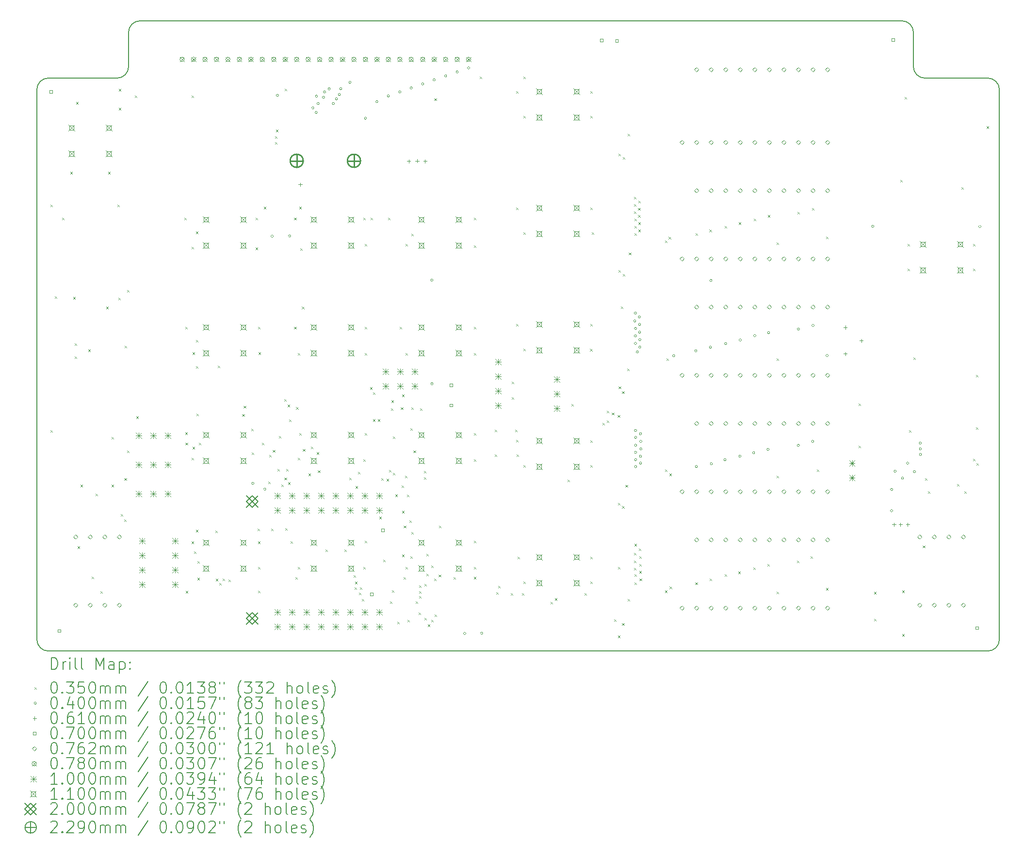
<source format=gbr>
%TF.GenerationSoftware,KiCad,Pcbnew,8.0.6*%
%TF.CreationDate,2024-12-03T12:50:31-05:00*%
%TF.ProjectId,UFC_Main,5546435f-4d61-4696-9e2e-6b696361645f,6.1.0*%
%TF.SameCoordinates,Original*%
%TF.FileFunction,Drillmap*%
%TF.FilePolarity,Positive*%
%FSLAX45Y45*%
G04 Gerber Fmt 4.5, Leading zero omitted, Abs format (unit mm)*
G04 Created by KiCad (PCBNEW 8.0.6) date 2024-12-03 12:50:31*
%MOMM*%
%LPD*%
G01*
G04 APERTURE LIST*
%ADD10C,0.150000*%
%ADD11C,0.200000*%
%ADD12C,0.100000*%
%ADD13C,0.110000*%
%ADD14C,0.229000*%
G04 APERTURE END LIST*
D10*
X23860287Y-8991640D02*
X10560287Y-8991640D01*
X10360287Y-9191640D02*
X10360287Y-9791640D01*
X10160287Y-9991640D02*
X8960287Y-9991640D01*
X8760287Y-10191640D02*
X8760287Y-19791640D01*
X8960287Y-19991640D02*
X25360287Y-19991640D01*
X25560287Y-19791640D02*
X25560287Y-10191640D01*
X25360287Y-9991640D02*
X24260287Y-9991640D01*
X24060287Y-9791640D02*
X24060287Y-9191640D01*
X8960287Y-19991640D02*
G75*
G02*
X8760290Y-19791640I3J200000D01*
G01*
X23860287Y-8991640D02*
G75*
G02*
X24060290Y-9191640I3J-200000D01*
G01*
X24260287Y-9991640D02*
G75*
G02*
X24060290Y-9791640I3J200000D01*
G01*
X10360287Y-9791640D02*
G75*
G02*
X10160287Y-9991637I-199997J0D01*
G01*
X8760287Y-10191640D02*
G75*
G02*
X8960287Y-9991637I200003J0D01*
G01*
X10360287Y-9191640D02*
G75*
G02*
X10560287Y-8991637I200003J0D01*
G01*
X25360287Y-9991640D02*
G75*
G02*
X25560290Y-10191640I3J-200000D01*
G01*
X25560287Y-19791640D02*
G75*
G02*
X25360287Y-19991637I-199997J0D01*
G01*
D11*
D12*
X8997844Y-12199900D02*
X9032844Y-12234900D01*
X9032844Y-12199900D02*
X8997844Y-12234900D01*
X8997844Y-16136900D02*
X9032844Y-16171900D01*
X9032844Y-16136900D02*
X8997844Y-16171900D01*
X9074044Y-13800100D02*
X9109044Y-13835100D01*
X9109044Y-13800100D02*
X9074044Y-13835100D01*
X9201044Y-12428500D02*
X9236044Y-12463500D01*
X9236044Y-12428500D02*
X9201044Y-12463500D01*
X9340744Y-11628400D02*
X9375744Y-11663400D01*
X9375744Y-11628400D02*
X9340744Y-11663400D01*
X9391544Y-13812800D02*
X9426544Y-13847800D01*
X9426544Y-13812800D02*
X9391544Y-13847800D01*
X9419484Y-14623060D02*
X9454484Y-14658060D01*
X9454484Y-14623060D02*
X9419484Y-14658060D01*
X9419484Y-14851660D02*
X9454484Y-14886660D01*
X9454484Y-14851660D02*
X9419484Y-14886660D01*
X9442344Y-10409200D02*
X9477344Y-10444200D01*
X9477344Y-10409200D02*
X9442344Y-10444200D01*
X9473844Y-18165020D02*
X9508844Y-18200020D01*
X9508844Y-18165020D02*
X9473844Y-18200020D01*
X9518544Y-17089400D02*
X9553544Y-17124400D01*
X9553544Y-17089400D02*
X9518544Y-17124400D01*
X9658244Y-14727200D02*
X9693244Y-14762200D01*
X9693244Y-14727200D02*
X9658244Y-14762200D01*
X9719204Y-18697220D02*
X9754204Y-18732220D01*
X9754204Y-18697220D02*
X9719204Y-18732220D01*
X9785244Y-17249420D02*
X9820244Y-17284420D01*
X9820244Y-17249420D02*
X9785244Y-17284420D01*
X9866524Y-18951220D02*
X9901524Y-18986220D01*
X9901524Y-18951220D02*
X9866524Y-18986220D01*
X9973204Y-13982980D02*
X10008204Y-14017980D01*
X10008204Y-13982980D02*
X9973204Y-14017980D01*
X10001144Y-11628400D02*
X10036144Y-11663400D01*
X10036144Y-11628400D02*
X10001144Y-11663400D01*
X10064644Y-16257594D02*
X10099644Y-16292594D01*
X10099644Y-16257594D02*
X10064644Y-16292594D01*
X10064644Y-17089400D02*
X10099644Y-17124400D01*
X10099644Y-17089400D02*
X10064644Y-17124400D01*
X10166244Y-12199900D02*
X10201244Y-12234900D01*
X10201244Y-12199900D02*
X10166244Y-12234900D01*
X10178944Y-13825500D02*
X10213944Y-13860500D01*
X10213944Y-13825500D02*
X10178944Y-13860500D01*
X10191644Y-10180600D02*
X10226644Y-10215600D01*
X10226644Y-10180600D02*
X10191644Y-10215600D01*
X10191644Y-10510800D02*
X10226644Y-10545800D01*
X10226644Y-10510800D02*
X10191644Y-10545800D01*
X10222124Y-17605020D02*
X10257124Y-17640020D01*
X10257124Y-17605020D02*
X10222124Y-17640020D01*
X10281587Y-17697820D02*
X10316587Y-17732820D01*
X10316587Y-17697820D02*
X10281587Y-17732820D01*
X10288164Y-16975100D02*
X10323164Y-17010100D01*
X10323164Y-16975100D02*
X10288164Y-17010100D01*
X10293244Y-14663700D02*
X10328244Y-14698700D01*
X10328244Y-14663700D02*
X10293244Y-14698700D01*
X10333135Y-13691347D02*
X10368135Y-13726347D01*
X10368135Y-13691347D02*
X10333135Y-13726347D01*
X10336424Y-16489960D02*
X10371424Y-16524960D01*
X10371424Y-16489960D02*
X10336424Y-16524960D01*
X10471044Y-10294900D02*
X10506044Y-10329900D01*
X10506044Y-10294900D02*
X10471044Y-10329900D01*
X10496444Y-15895600D02*
X10531444Y-15930600D01*
X10531444Y-15895600D02*
X10496444Y-15930600D01*
X11334644Y-12428500D02*
X11369644Y-12463500D01*
X11369644Y-12428500D02*
X11334644Y-12463500D01*
X11347344Y-14333500D02*
X11382344Y-14368500D01*
X11382344Y-14333500D02*
X11347344Y-14368500D01*
X11347344Y-16175000D02*
X11382344Y-16210000D01*
X11382344Y-16175000D02*
X11347344Y-16210000D01*
X11354964Y-16360420D02*
X11389964Y-16395420D01*
X11389964Y-16360420D02*
X11354964Y-16395420D01*
X11360044Y-18943600D02*
X11395044Y-18978600D01*
X11395044Y-18943600D02*
X11360044Y-18978600D01*
X11461644Y-10294900D02*
X11496644Y-10329900D01*
X11496644Y-10294900D02*
X11461644Y-10329900D01*
X11461644Y-12936500D02*
X11496644Y-12971500D01*
X11496644Y-12936500D02*
X11461644Y-12971500D01*
X11461644Y-16619500D02*
X11496644Y-16654500D01*
X11496644Y-16619500D02*
X11461644Y-16654500D01*
X11461644Y-18080000D02*
X11496644Y-18115000D01*
X11496644Y-18080000D02*
X11461644Y-18115000D01*
X11474344Y-14778000D02*
X11509344Y-14813000D01*
X11509344Y-14778000D02*
X11474344Y-14813000D01*
X11474344Y-16429000D02*
X11509344Y-16464000D01*
X11509344Y-16429000D02*
X11474344Y-16464000D01*
X11499744Y-18253950D02*
X11534744Y-18288950D01*
X11534744Y-18253950D02*
X11499744Y-18288950D01*
X11537844Y-12669800D02*
X11572844Y-12704800D01*
X11572844Y-12669800D02*
X11537844Y-12704800D01*
X11537844Y-14562100D02*
X11572844Y-14597100D01*
X11572844Y-14562100D02*
X11537844Y-14597100D01*
X11537844Y-15019300D02*
X11572844Y-15054300D01*
X11572844Y-15019300D02*
X11537844Y-15054300D01*
X11537844Y-17876800D02*
X11572844Y-17911800D01*
X11572844Y-17876800D02*
X11537844Y-17911800D01*
X11548004Y-15847340D02*
X11583004Y-15882340D01*
X11583004Y-15847340D02*
X11548004Y-15882340D01*
X11563244Y-18422900D02*
X11598244Y-18457900D01*
X11598244Y-18422900D02*
X11563244Y-18457900D01*
X11563244Y-18715000D02*
X11598244Y-18750000D01*
X11598244Y-18715000D02*
X11563244Y-18750000D01*
X11588644Y-16355340D02*
X11623644Y-16390340D01*
X11623644Y-16355340D02*
X11588644Y-16390340D01*
X11876844Y-17889500D02*
X11911844Y-17924500D01*
X11911844Y-17889500D02*
X11876844Y-17924500D01*
X11883284Y-18732780D02*
X11918284Y-18767780D01*
X11918284Y-18732780D02*
X11883284Y-18767780D01*
X11917114Y-15009663D02*
X11952114Y-15044663D01*
X11952114Y-15009663D02*
X11917114Y-15044663D01*
X11940894Y-18802681D02*
X11975894Y-18837681D01*
X11975894Y-18802681D02*
X11940894Y-18837681D01*
X12002956Y-18725645D02*
X12037956Y-18760645D01*
X12037956Y-18725645D02*
X12002956Y-18760645D01*
X12101724Y-18742940D02*
X12136724Y-18777940D01*
X12136724Y-18742940D02*
X12101724Y-18777940D01*
X12345564Y-15857500D02*
X12380564Y-15892500D01*
X12380564Y-15857500D02*
X12345564Y-15892500D01*
X12370964Y-15715260D02*
X12405964Y-15750260D01*
X12405964Y-15715260D02*
X12370964Y-15750260D01*
X12503044Y-16111500D02*
X12538044Y-16146500D01*
X12538044Y-16111500D02*
X12503044Y-16146500D01*
X12508124Y-16528060D02*
X12543124Y-16563060D01*
X12543124Y-16528060D02*
X12508124Y-16563060D01*
X12579244Y-12428500D02*
X12614244Y-12463500D01*
X12614244Y-12428500D02*
X12579244Y-12463500D01*
X12579244Y-12949200D02*
X12614244Y-12984200D01*
X12614244Y-12949200D02*
X12579244Y-12984200D01*
X12614804Y-17853940D02*
X12649804Y-17888940D01*
X12649804Y-17853940D02*
X12614804Y-17888940D01*
X12617344Y-14333500D02*
X12652344Y-14368500D01*
X12652344Y-14333500D02*
X12617344Y-14368500D01*
X12617344Y-18080000D02*
X12652344Y-18115000D01*
X12652344Y-18080000D02*
X12617344Y-18115000D01*
X12617344Y-18524500D02*
X12652344Y-18559500D01*
X12652344Y-18524500D02*
X12617344Y-18559500D01*
X12618735Y-18939180D02*
X12653735Y-18974180D01*
X12653735Y-18939180D02*
X12618735Y-18974180D01*
X12630044Y-14778000D02*
X12665044Y-14813000D01*
X12665044Y-14778000D02*
X12630044Y-14813000D01*
X12691004Y-16355340D02*
X12726004Y-16390340D01*
X12726004Y-16355340D02*
X12691004Y-16390340D01*
X12718944Y-12238000D02*
X12753944Y-12273000D01*
X12753944Y-12238000D02*
X12718944Y-12273000D01*
X12798534Y-17033158D02*
X12833534Y-17068158D01*
X12833534Y-17033158D02*
X12798534Y-17068158D01*
X12818343Y-16568700D02*
X12853343Y-16603700D01*
X12853343Y-16568700D02*
X12818343Y-16603700D01*
X12848484Y-17853940D02*
X12883484Y-17888940D01*
X12883484Y-17853940D02*
X12848484Y-17888940D01*
X12878964Y-16482340D02*
X12913964Y-16517340D01*
X12913964Y-16482340D02*
X12878964Y-16517340D01*
X12914524Y-11006100D02*
X12949524Y-11041100D01*
X12949524Y-11006100D02*
X12914524Y-11041100D01*
X12919604Y-11107700D02*
X12954604Y-11142700D01*
X12954604Y-11107700D02*
X12919604Y-11142700D01*
X12937384Y-10891800D02*
X12972384Y-10926800D01*
X12972384Y-10891800D02*
X12937384Y-10926800D01*
X12957154Y-16811950D02*
X12992154Y-16846950D01*
X12992154Y-16811950D02*
X12957154Y-16846950D01*
X12985644Y-16238500D02*
X13020644Y-16273500D01*
X13020644Y-16238500D02*
X12985644Y-16273500D01*
X13024642Y-17089042D02*
X13059642Y-17124042D01*
X13059642Y-17089042D02*
X13024642Y-17124042D01*
X13077768Y-15597736D02*
X13112768Y-15632736D01*
X13112768Y-15597736D02*
X13077768Y-15632736D01*
X13082164Y-16964940D02*
X13117164Y-16999940D01*
X13117164Y-16964940D02*
X13082164Y-16999940D01*
X13084500Y-10174364D02*
X13119500Y-10209364D01*
X13119500Y-10174364D02*
X13084500Y-10209364D01*
X13097404Y-17848860D02*
X13132404Y-17883860D01*
X13132404Y-17848860D02*
X13097404Y-17883860D01*
X13112644Y-16817620D02*
X13147644Y-16852620D01*
X13147644Y-16817620D02*
X13112644Y-16852620D01*
X13134333Y-15692814D02*
X13169333Y-15727814D01*
X13169333Y-15692814D02*
X13134333Y-15727814D01*
X13145613Y-17047165D02*
X13180613Y-17082165D01*
X13180613Y-17047165D02*
X13145613Y-17082165D01*
X13163576Y-15949001D02*
X13198576Y-15984001D01*
X13198576Y-15949001D02*
X13163576Y-15984001D01*
X13188844Y-18076350D02*
X13223844Y-18111350D01*
X13223844Y-18076350D02*
X13188844Y-18111350D01*
X13251164Y-12431394D02*
X13286164Y-12466394D01*
X13286164Y-12431394D02*
X13251164Y-12466394D01*
X13251164Y-14336408D02*
X13286164Y-14371408D01*
X13286164Y-14336408D02*
X13251164Y-14371408D01*
X13271988Y-18700586D02*
X13306988Y-18735586D01*
X13306988Y-18700586D02*
X13271988Y-18735586D01*
X13285364Y-15735580D02*
X13320364Y-15770580D01*
X13320364Y-15735580D02*
X13285364Y-15770580D01*
X13315844Y-14790700D02*
X13350844Y-14825700D01*
X13350844Y-14790700D02*
X13315844Y-14825700D01*
X13315844Y-16619500D02*
X13350844Y-16654500D01*
X13350844Y-16619500D02*
X13315844Y-16654500D01*
X13315844Y-18524500D02*
X13350844Y-18559500D01*
X13350844Y-18524500D02*
X13315844Y-18559500D01*
X13341244Y-12238000D02*
X13376244Y-12273000D01*
X13376244Y-12238000D02*
X13341244Y-12273000D01*
X13341244Y-16187700D02*
X13376244Y-16222700D01*
X13376244Y-16187700D02*
X13341244Y-16222700D01*
X13353944Y-12961900D02*
X13388944Y-12996900D01*
X13388944Y-12961900D02*
X13353944Y-12996900D01*
X13386964Y-13982980D02*
X13421964Y-14017980D01*
X13421964Y-13982980D02*
X13386964Y-14017980D01*
X13403826Y-16471000D02*
X13438826Y-16506000D01*
X13438826Y-16471000D02*
X13403826Y-16506000D01*
X13501500Y-16894630D02*
X13536500Y-16929630D01*
X13536500Y-16894630D02*
X13501500Y-16929630D01*
X13547080Y-16424016D02*
X13582080Y-16459016D01*
X13582080Y-16424016D02*
X13547080Y-16459016D01*
X13646044Y-16522980D02*
X13681044Y-16557980D01*
X13681044Y-16522980D02*
X13646044Y-16557980D01*
X13666364Y-16843020D02*
X13701364Y-16878020D01*
X13701364Y-16843020D02*
X13666364Y-16878020D01*
X13798444Y-18219700D02*
X13833444Y-18254700D01*
X13833444Y-18219700D02*
X13798444Y-18254700D01*
X14128644Y-18219700D02*
X14163644Y-18254700D01*
X14163644Y-18219700D02*
X14128644Y-18254700D01*
X14209924Y-16970020D02*
X14244924Y-17005020D01*
X14244924Y-16970020D02*
X14209924Y-17005020D01*
X14291790Y-18665972D02*
X14326790Y-18700972D01*
X14326790Y-18665972D02*
X14291790Y-18700972D01*
X14308984Y-18882640D02*
X14343984Y-18917640D01*
X14343984Y-18882640D02*
X14308984Y-18917640D01*
X14316604Y-18783580D02*
X14351604Y-18818580D01*
X14351604Y-18783580D02*
X14316604Y-18818580D01*
X14319144Y-17114800D02*
X14354144Y-17149800D01*
X14354144Y-17114800D02*
X14319144Y-17149800D01*
X14362324Y-16863340D02*
X14397324Y-16898340D01*
X14397324Y-16863340D02*
X14362324Y-16898340D01*
X14382644Y-18976620D02*
X14417644Y-19011620D01*
X14417644Y-18976620D02*
X14382644Y-19011620D01*
X14400327Y-18877464D02*
X14435327Y-18912464D01*
X14435327Y-18877464D02*
X14400327Y-18912464D01*
X14433444Y-19083300D02*
X14468444Y-19118300D01*
X14468444Y-19083300D02*
X14433444Y-19118300D01*
X14458844Y-12428500D02*
X14493844Y-12463500D01*
X14493844Y-12428500D02*
X14458844Y-12463500D01*
X14458844Y-16644900D02*
X14493844Y-16679900D01*
X14493844Y-16644900D02*
X14458844Y-16679900D01*
X14458844Y-18524500D02*
X14493844Y-18559500D01*
X14493844Y-18524500D02*
X14458844Y-18559500D01*
X14484244Y-12885700D02*
X14519244Y-12920700D01*
X14519244Y-12885700D02*
X14484244Y-12920700D01*
X14484244Y-14333500D02*
X14519244Y-14368500D01*
X14519244Y-14333500D02*
X14484244Y-14368500D01*
X14484244Y-14790700D02*
X14519244Y-14825700D01*
X14519244Y-14790700D02*
X14484244Y-14825700D01*
X14484244Y-16187700D02*
X14519244Y-16222700D01*
X14519244Y-16187700D02*
X14484244Y-16222700D01*
X14484244Y-18067300D02*
X14519244Y-18102300D01*
X14519244Y-18067300D02*
X14484244Y-18102300D01*
X14573144Y-15387600D02*
X14608144Y-15422600D01*
X14608144Y-15387600D02*
X14573144Y-15422600D01*
X14585844Y-12428500D02*
X14620844Y-12463500D01*
X14620844Y-12428500D02*
X14585844Y-12463500D01*
X14623944Y-15476500D02*
X14658944Y-15511500D01*
X14658944Y-15476500D02*
X14623944Y-15511500D01*
X14623944Y-15946400D02*
X14658944Y-15981400D01*
X14658944Y-15946400D02*
X14623944Y-15981400D01*
X14712844Y-15946400D02*
X14747844Y-15981400D01*
X14747844Y-15946400D02*
X14712844Y-15981400D01*
X14738475Y-17649060D02*
X14773475Y-17684060D01*
X14773475Y-17649060D02*
X14738475Y-17684060D01*
X14768724Y-16975100D02*
X14803724Y-17010100D01*
X14803724Y-16975100D02*
X14768724Y-17010100D01*
X14801744Y-18397500D02*
X14836744Y-18432500D01*
X14836744Y-18397500D02*
X14801744Y-18432500D01*
X14863491Y-16988394D02*
X14898491Y-17023394D01*
X14898491Y-16988394D02*
X14863491Y-17023394D01*
X14890644Y-12428500D02*
X14925644Y-12463500D01*
X14925644Y-12428500D02*
X14890644Y-12463500D01*
X14906060Y-16832940D02*
X14941060Y-16867940D01*
X14941060Y-16832940D02*
X14906060Y-16867940D01*
X14923844Y-19125020D02*
X14958844Y-19160020D01*
X14958844Y-19125020D02*
X14923844Y-19160020D01*
X14939841Y-15759604D02*
X14974841Y-15794604D01*
X14974841Y-15759604D02*
X14939841Y-15794604D01*
X14947824Y-15616200D02*
X14982824Y-15651200D01*
X14982824Y-15616200D02*
X14947824Y-15651200D01*
X14955164Y-18931638D02*
X14990164Y-18966638D01*
X14990164Y-18931638D02*
X14955164Y-18966638D01*
X14977004Y-16248660D02*
X15012004Y-16283660D01*
X15012004Y-16248660D02*
X14977004Y-16283660D01*
X14977829Y-16882836D02*
X15012829Y-16917836D01*
X15012829Y-16882836D02*
X14977829Y-16917836D01*
X15017644Y-17259580D02*
X15052644Y-17294580D01*
X15052644Y-17259580D02*
X15017644Y-17294580D01*
X15053844Y-19485020D02*
X15088844Y-19520020D01*
X15088844Y-19485020D02*
X15053844Y-19520020D01*
X15093844Y-14333500D02*
X15128844Y-14368500D01*
X15128844Y-14333500D02*
X15093844Y-14368500D01*
X15114164Y-15740660D02*
X15149164Y-15775660D01*
X15149164Y-15740660D02*
X15114164Y-15775660D01*
X15130464Y-17105616D02*
X15165464Y-17140616D01*
X15165464Y-17105616D02*
X15130464Y-17140616D01*
X15131944Y-15514600D02*
X15166944Y-15549600D01*
X15166944Y-15514600D02*
X15131944Y-15549600D01*
X15133304Y-17546812D02*
X15168304Y-17581812D01*
X15168304Y-17546812D02*
X15133304Y-17581812D01*
X15138384Y-18308600D02*
X15173384Y-18343600D01*
X15173384Y-18308600D02*
X15138384Y-18343600D01*
X15162580Y-18699590D02*
X15197580Y-18734590D01*
X15197580Y-18699590D02*
X15162580Y-18734590D01*
X15164964Y-17803140D02*
X15199964Y-17838140D01*
X15199964Y-17803140D02*
X15164964Y-17838140D01*
X15189293Y-16930162D02*
X15224293Y-16965162D01*
X15224293Y-16930162D02*
X15189293Y-16965162D01*
X15195444Y-12885700D02*
X15230444Y-12920700D01*
X15230444Y-12885700D02*
X15195444Y-12920700D01*
X15195444Y-14790700D02*
X15230444Y-14825700D01*
X15230444Y-14790700D02*
X15195444Y-14825700D01*
X15195444Y-18524500D02*
X15230444Y-18559500D01*
X15230444Y-18524500D02*
X15195444Y-18559500D01*
X15220844Y-17262300D02*
X15255844Y-17297300D01*
X15255844Y-17262300D02*
X15220844Y-17297300D01*
X15228225Y-19450575D02*
X15263225Y-19485575D01*
X15263225Y-19450575D02*
X15228225Y-19485575D01*
X15263844Y-17715020D02*
X15298844Y-17750020D01*
X15298844Y-17715020D02*
X15263844Y-17750020D01*
X15281804Y-18336540D02*
X15316804Y-18371540D01*
X15316804Y-18336540D02*
X15281804Y-18371540D01*
X15282094Y-16106420D02*
X15317094Y-16141420D01*
X15317094Y-16106420D02*
X15282094Y-16141420D01*
X15297044Y-12707900D02*
X15332044Y-12742900D01*
X15332044Y-12707900D02*
X15297044Y-12742900D01*
X15297044Y-15740660D02*
X15332044Y-15775660D01*
X15332044Y-15740660D02*
X15297044Y-15775660D01*
X15297044Y-17914900D02*
X15332044Y-17949900D01*
X15332044Y-17914900D02*
X15297044Y-17949900D01*
X15333889Y-16494230D02*
X15368889Y-16529230D01*
X15368889Y-16494230D02*
X15333889Y-16529230D01*
X15373244Y-19129020D02*
X15408244Y-19164020D01*
X15408244Y-19129020D02*
X15373244Y-19164020D01*
X15422597Y-19317879D02*
X15457597Y-19352879D01*
X15457597Y-19317879D02*
X15422597Y-19352879D01*
X15430977Y-19032886D02*
X15465977Y-19067886D01*
X15465977Y-19032886D02*
X15430977Y-19067886D01*
X15434204Y-18844540D02*
X15469204Y-18879540D01*
X15469204Y-18844540D02*
X15434204Y-18879540D01*
X15434204Y-18946140D02*
X15469204Y-18981140D01*
X15469204Y-18946140D02*
X15434204Y-18981140D01*
X15449444Y-15755900D02*
X15484444Y-15790900D01*
X15484444Y-15755900D02*
X15449444Y-15790900D01*
X15513124Y-16959860D02*
X15548124Y-16994860D01*
X15548124Y-16959860D02*
X15513124Y-16994860D01*
X15518517Y-16848100D02*
X15553517Y-16883100D01*
X15553517Y-16848100D02*
X15518517Y-16883100D01*
X15523844Y-19415020D02*
X15558844Y-19450020D01*
X15558844Y-19415020D02*
X15523844Y-19450020D01*
X15526093Y-18820202D02*
X15561093Y-18855202D01*
X15561093Y-18820202D02*
X15526093Y-18855202D01*
X15561204Y-18295900D02*
X15596204Y-18330900D01*
X15596204Y-18295900D02*
X15561204Y-18330900D01*
X15561209Y-18639980D02*
X15596209Y-18674980D01*
X15596209Y-18639980D02*
X15561209Y-18674980D01*
X15582082Y-19527850D02*
X15617082Y-19562850D01*
X15617082Y-19527850D02*
X15582082Y-19562850D01*
X15642484Y-18499100D02*
X15677484Y-18534100D01*
X15677484Y-18499100D02*
X15642484Y-18534100D01*
X15643844Y-19445020D02*
X15678844Y-19480020D01*
X15678844Y-19445020D02*
X15643844Y-19480020D01*
X15691146Y-18729838D02*
X15726146Y-18764838D01*
X15726146Y-18729838D02*
X15691146Y-18764838D01*
X15698054Y-10346010D02*
X15733054Y-10381010D01*
X15733054Y-10346010D02*
X15698054Y-10381010D01*
X15699824Y-19353384D02*
X15734824Y-19388384D01*
X15734824Y-19353384D02*
X15699824Y-19388384D01*
X15774564Y-18661660D02*
X15809564Y-18696660D01*
X15809564Y-18661660D02*
X15774564Y-18696660D01*
X15779644Y-17803140D02*
X15814644Y-17838140D01*
X15814644Y-17803140D02*
X15779644Y-17838140D01*
X16033644Y-18702300D02*
X16068644Y-18737300D01*
X16068644Y-18702300D02*
X16033644Y-18737300D01*
X16385044Y-18698100D02*
X16420044Y-18733100D01*
X16420044Y-18698100D02*
X16385044Y-18733100D01*
X16389244Y-12428500D02*
X16424244Y-12463500D01*
X16424244Y-12428500D02*
X16389244Y-12463500D01*
X16389244Y-12911100D02*
X16424244Y-12946100D01*
X16424244Y-12911100D02*
X16389244Y-12946100D01*
X16389244Y-14333500D02*
X16424244Y-14368500D01*
X16424244Y-14333500D02*
X16389244Y-14368500D01*
X16389244Y-14790700D02*
X16424244Y-14825700D01*
X16424244Y-14790700D02*
X16389244Y-14825700D01*
X16389244Y-16187700D02*
X16424244Y-16222700D01*
X16424244Y-16187700D02*
X16389244Y-16222700D01*
X16389244Y-16644900D02*
X16424244Y-16679900D01*
X16424244Y-16644900D02*
X16389244Y-16679900D01*
X16389244Y-18067300D02*
X16424244Y-18102300D01*
X16424244Y-18067300D02*
X16389244Y-18102300D01*
X16389244Y-18524500D02*
X16424244Y-18559500D01*
X16424244Y-18524500D02*
X16389244Y-18559500D01*
X16490844Y-9964700D02*
X16525844Y-9999700D01*
X16525844Y-9964700D02*
X16490844Y-9999700D01*
X16755004Y-16126740D02*
X16790004Y-16161740D01*
X16790004Y-16126740D02*
X16755004Y-16161740D01*
X16755004Y-16558540D02*
X16790004Y-16593540D01*
X16790004Y-16558540D02*
X16755004Y-16593540D01*
X16780404Y-18968140D02*
X16815404Y-19003140D01*
X16815404Y-18968140D02*
X16780404Y-19003140D01*
X16813674Y-18853397D02*
X16848674Y-18888397D01*
X16848674Y-18853397D02*
X16813674Y-18888397D01*
X17029324Y-18981700D02*
X17064324Y-19016700D01*
X17064324Y-18981700D02*
X17029324Y-19016700D01*
X17046294Y-15560164D02*
X17081294Y-15595164D01*
X17081294Y-15560164D02*
X17046294Y-15595164D01*
X17049644Y-15293620D02*
X17084644Y-15328620D01*
X17084644Y-15293620D02*
X17049644Y-15328620D01*
X17110604Y-16126740D02*
X17145604Y-16161740D01*
X17145604Y-16126740D02*
X17110604Y-16161740D01*
X17125844Y-10217650D02*
X17160844Y-10252650D01*
X17160844Y-10217650D02*
X17125844Y-10252650D01*
X17125844Y-12250700D02*
X17160844Y-12285700D01*
X17160844Y-12250700D02*
X17125844Y-12285700D01*
X17125844Y-14282700D02*
X17160844Y-14317700D01*
X17160844Y-14282700D02*
X17125844Y-14317700D01*
X17127331Y-16307712D02*
X17162331Y-16342712D01*
X17162331Y-16307712D02*
X17127331Y-16342712D01*
X17136004Y-16558540D02*
X17171004Y-16593540D01*
X17171004Y-16558540D02*
X17136004Y-16593540D01*
X17151244Y-18346700D02*
X17186244Y-18381700D01*
X17186244Y-18346700D02*
X17151244Y-18381700D01*
X17227444Y-18981700D02*
X17262444Y-19016700D01*
X17262444Y-18981700D02*
X17227444Y-19016700D01*
X17252844Y-9964700D02*
X17287844Y-9999700D01*
X17287844Y-9964700D02*
X17252844Y-9999700D01*
X17252844Y-10651550D02*
X17287844Y-10686550D01*
X17287844Y-10651550D02*
X17252844Y-10686550D01*
X17252844Y-12682500D02*
X17287844Y-12717500D01*
X17287844Y-12682500D02*
X17252844Y-12717500D01*
X17252844Y-14714500D02*
X17287844Y-14749500D01*
X17287844Y-14714500D02*
X17252844Y-14749500D01*
X17252844Y-16746500D02*
X17287844Y-16781500D01*
X17287844Y-16746500D02*
X17252844Y-16781500D01*
X17252844Y-18778500D02*
X17287844Y-18813500D01*
X17287844Y-18778500D02*
X17252844Y-18813500D01*
X17727040Y-19133360D02*
X17762040Y-19168360D01*
X17762040Y-19133360D02*
X17727040Y-19168360D01*
X17798944Y-19070600D02*
X17833944Y-19105600D01*
X17833944Y-19070600D02*
X17798944Y-19105600D01*
X18019924Y-17000500D02*
X18054924Y-17035500D01*
X18054924Y-17000500D02*
X18019924Y-17035500D01*
X18091044Y-15679700D02*
X18126044Y-15714700D01*
X18126044Y-15679700D02*
X18091044Y-15714700D01*
X18319644Y-18981700D02*
X18354644Y-19016700D01*
X18354644Y-18981700D02*
X18319644Y-19016700D01*
X18416164Y-14719580D02*
X18451164Y-14754580D01*
X18451164Y-14719580D02*
X18416164Y-14754580D01*
X18421244Y-10218700D02*
X18456244Y-10253700D01*
X18456244Y-10218700D02*
X18421244Y-10253700D01*
X18421244Y-10650500D02*
X18456244Y-10685500D01*
X18456244Y-10650500D02*
X18421244Y-10685500D01*
X18421244Y-12250700D02*
X18456244Y-12285700D01*
X18456244Y-12250700D02*
X18421244Y-12285700D01*
X18421244Y-14282700D02*
X18456244Y-14317700D01*
X18456244Y-14282700D02*
X18421244Y-14317700D01*
X18421244Y-16314700D02*
X18456244Y-16349700D01*
X18456244Y-16314700D02*
X18421244Y-16349700D01*
X18421244Y-16746500D02*
X18456244Y-16781500D01*
X18456244Y-16746500D02*
X18421244Y-16781500D01*
X18421244Y-18346700D02*
X18456244Y-18381700D01*
X18456244Y-18346700D02*
X18421244Y-18381700D01*
X18421244Y-18778500D02*
X18456244Y-18813500D01*
X18456244Y-18778500D02*
X18421244Y-18813500D01*
X18446644Y-12682500D02*
X18481644Y-12717500D01*
X18481644Y-12682500D02*
X18446644Y-12717500D01*
X18635648Y-16010520D02*
X18670648Y-16045520D01*
X18670648Y-16010520D02*
X18635648Y-16045520D01*
X18705724Y-15801620D02*
X18740724Y-15836620D01*
X18740724Y-15801620D02*
X18705724Y-15836620D01*
X18711584Y-15967270D02*
X18746584Y-16002270D01*
X18746584Y-15967270D02*
X18711584Y-16002270D01*
X18797164Y-15832100D02*
X18832164Y-15867100D01*
X18832164Y-15832100D02*
X18797164Y-15867100D01*
X18837804Y-19438900D02*
X18872804Y-19473900D01*
X18872804Y-19438900D02*
X18837804Y-19473900D01*
X18898764Y-15877820D02*
X18933764Y-15912820D01*
X18933764Y-15877820D02*
X18898764Y-15912820D01*
X18900494Y-18524500D02*
X18935494Y-18559500D01*
X18935494Y-18524500D02*
X18900494Y-18559500D01*
X18901304Y-17404360D02*
X18936304Y-17439360D01*
X18936304Y-17404360D02*
X18901304Y-17439360D01*
X18903844Y-19723380D02*
X18938844Y-19758380D01*
X18938844Y-19723380D02*
X18903844Y-19758380D01*
X18908924Y-11310900D02*
X18943924Y-11345900D01*
X18943924Y-11310900D02*
X18908924Y-11345900D01*
X18908924Y-13342900D02*
X18943924Y-13377900D01*
X18943924Y-13342900D02*
X18908924Y-13377900D01*
X18915364Y-15374900D02*
X18950364Y-15409900D01*
X18950364Y-15374900D02*
X18915364Y-15409900D01*
X18954644Y-13977900D02*
X18989644Y-14012900D01*
X18989644Y-13977900D02*
X18954644Y-14012900D01*
X18974964Y-15461260D02*
X19009964Y-15496260D01*
X19009964Y-15461260D02*
X18974964Y-15496260D01*
X18974964Y-17462780D02*
X19009964Y-17497780D01*
X19009964Y-17462780D02*
X18974964Y-17497780D01*
X18974964Y-19504940D02*
X19009964Y-19539940D01*
X19009964Y-19504940D02*
X18974964Y-19539940D01*
X18985124Y-11371860D02*
X19020124Y-11406860D01*
X19020124Y-11371860D02*
X18985124Y-11406860D01*
X18985124Y-13408940D02*
X19020124Y-13443940D01*
X19020124Y-13408940D02*
X18985124Y-13443940D01*
X19033844Y-17095020D02*
X19068844Y-17130020D01*
X19068844Y-17095020D02*
X19033844Y-17130020D01*
X19063844Y-15065020D02*
X19098844Y-15100020D01*
X19098844Y-15065020D02*
X19063844Y-15100020D01*
X19073844Y-10965020D02*
X19108844Y-11000020D01*
X19108844Y-10965020D02*
X19073844Y-11000020D01*
X19073844Y-19085020D02*
X19108844Y-19120020D01*
X19108844Y-19085020D02*
X19073844Y-19120020D01*
X19093844Y-13035020D02*
X19128844Y-13070020D01*
X19128844Y-13035020D02*
X19093844Y-13070020D01*
X19183244Y-12067820D02*
X19218244Y-12102820D01*
X19218244Y-12067820D02*
X19183244Y-12102820D01*
X19183244Y-12194820D02*
X19218244Y-12229820D01*
X19218244Y-12194820D02*
X19183244Y-12229820D01*
X19183244Y-12321820D02*
X19218244Y-12356820D01*
X19218244Y-12321820D02*
X19183244Y-12356820D01*
X19183244Y-18411650D02*
X19218244Y-18446650D01*
X19218244Y-18411650D02*
X19183244Y-18446650D01*
X19183244Y-18538650D02*
X19218244Y-18573650D01*
X19218244Y-18538650D02*
X19183244Y-18573650D01*
X19185239Y-18277575D02*
X19220239Y-18312575D01*
X19220239Y-18277575D02*
X19185239Y-18312575D01*
X19188324Y-12448820D02*
X19223324Y-12483820D01*
X19223324Y-12448820D02*
X19188324Y-12483820D01*
X19188324Y-12575820D02*
X19223324Y-12610820D01*
X19223324Y-12575820D02*
X19188324Y-12610820D01*
X19188324Y-12702820D02*
X19223324Y-12737820D01*
X19223324Y-12702820D02*
X19188324Y-12737820D01*
X19188324Y-18123180D02*
X19223324Y-18158180D01*
X19223324Y-18123180D02*
X19188324Y-18158180D01*
X19193844Y-18655020D02*
X19228844Y-18690020D01*
X19228844Y-18655020D02*
X19193844Y-18690020D01*
X19193844Y-18795020D02*
X19228844Y-18830020D01*
X19228844Y-18795020D02*
X19193844Y-18830020D01*
X19254364Y-12260860D02*
X19289364Y-12295860D01*
X19289364Y-12260860D02*
X19254364Y-12295860D01*
X19254364Y-12382780D02*
X19289364Y-12417780D01*
X19289364Y-12382780D02*
X19254364Y-12417780D01*
X19259444Y-12133860D02*
X19294444Y-12168860D01*
X19294444Y-12133860D02*
X19259444Y-12168860D01*
X19259444Y-12509780D02*
X19294444Y-12544780D01*
X19294444Y-12509780D02*
X19259444Y-12544780D01*
X19259444Y-12636780D02*
X19294444Y-12671780D01*
X19294444Y-12636780D02*
X19259444Y-12671780D01*
X19268015Y-18206781D02*
X19303015Y-18241781D01*
X19303015Y-18206781D02*
X19268015Y-18241781D01*
X19273844Y-18335020D02*
X19308844Y-18370020D01*
X19308844Y-18335020D02*
X19273844Y-18370020D01*
X19273844Y-18475020D02*
X19308844Y-18510020D01*
X19308844Y-18475020D02*
X19273844Y-18510020D01*
X19275892Y-18597410D02*
X19310892Y-18632410D01*
X19310892Y-18597410D02*
X19275892Y-18632410D01*
X19279764Y-18725020D02*
X19314764Y-18760020D01*
X19314764Y-18725020D02*
X19279764Y-18760020D01*
X19721724Y-12830000D02*
X19756724Y-12865000D01*
X19756724Y-12830000D02*
X19721724Y-12865000D01*
X19721724Y-18935980D02*
X19756724Y-18970980D01*
X19756724Y-18935980D02*
X19721724Y-18970980D01*
X19724484Y-16825020D02*
X19759484Y-16860020D01*
X19759484Y-16825020D02*
X19724484Y-16860020D01*
X19747124Y-14887220D02*
X19782124Y-14922220D01*
X19782124Y-14887220D02*
X19747124Y-14922220D01*
X19787764Y-12763780D02*
X19822764Y-12798780D01*
X19822764Y-12763780D02*
X19787764Y-12798780D01*
X19797924Y-16895020D02*
X19832924Y-16930020D01*
X19832924Y-16895020D02*
X19797924Y-16930020D01*
X19804703Y-18868242D02*
X19839703Y-18903242D01*
X19839703Y-18868242D02*
X19804703Y-18903242D01*
X20253844Y-18795020D02*
X20288844Y-18830020D01*
X20288844Y-18795020D02*
X20253844Y-18830020D01*
X20255124Y-12697740D02*
X20290124Y-12732740D01*
X20290124Y-12697740D02*
X20255124Y-12732740D01*
X20498964Y-12636780D02*
X20533964Y-12671780D01*
X20533964Y-12636780D02*
X20498964Y-12671780D01*
X20503844Y-18725020D02*
X20538844Y-18760020D01*
X20538844Y-18725020D02*
X20503844Y-18760020D01*
X20763124Y-12575820D02*
X20798124Y-12610820D01*
X20798124Y-12575820D02*
X20763124Y-12610820D01*
X20763844Y-18655020D02*
X20798844Y-18690020D01*
X20798844Y-18655020D02*
X20763844Y-18690020D01*
X21003844Y-18605020D02*
X21038844Y-18640020D01*
X21038844Y-18605020D02*
X21003844Y-18640020D01*
X21012044Y-12509780D02*
X21047044Y-12544780D01*
X21047044Y-12509780D02*
X21012044Y-12544780D01*
X21263844Y-18535020D02*
X21298844Y-18570020D01*
X21298844Y-18535020D02*
X21263844Y-18570020D01*
X21271124Y-12448820D02*
X21306124Y-12483820D01*
X21306124Y-12448820D02*
X21271124Y-12483820D01*
X21513844Y-18475020D02*
X21548844Y-18510020D01*
X21548844Y-18475020D02*
X21513844Y-18510020D01*
X21520044Y-12382780D02*
X21555044Y-12417780D01*
X21555044Y-12382780D02*
X21520044Y-12417780D01*
X21672444Y-12860300D02*
X21707444Y-12895300D01*
X21707444Y-12860300D02*
X21672444Y-12895300D01*
X21672444Y-18956300D02*
X21707444Y-18991300D01*
X21707444Y-18956300D02*
X21672444Y-18991300D01*
X21673844Y-14885020D02*
X21708844Y-14920020D01*
X21708844Y-14885020D02*
X21673844Y-14920020D01*
X21673844Y-16935020D02*
X21708844Y-16970020D01*
X21708844Y-16935020D02*
X21673844Y-16970020D01*
X22023844Y-18415020D02*
X22058844Y-18450020D01*
X22058844Y-18415020D02*
X22023844Y-18450020D01*
X22033124Y-12326900D02*
X22068124Y-12361900D01*
X22068124Y-12326900D02*
X22033124Y-12361900D01*
X22263844Y-18335020D02*
X22298844Y-18370020D01*
X22298844Y-18335020D02*
X22263844Y-18370020D01*
X22287124Y-12260860D02*
X22322124Y-12295860D01*
X22322124Y-12260860D02*
X22287124Y-12295860D01*
X22373844Y-16825020D02*
X22408844Y-16860020D01*
X22408844Y-16825020D02*
X22373844Y-16860020D01*
X22536044Y-12758700D02*
X22571044Y-12793700D01*
X22571044Y-12758700D02*
X22536044Y-12793700D01*
X22536044Y-18892800D02*
X22571044Y-18927800D01*
X22571044Y-18892800D02*
X22536044Y-18927800D01*
X23105004Y-15674620D02*
X23140004Y-15709620D01*
X23140004Y-15674620D02*
X23105004Y-15709620D01*
X23105004Y-16406140D02*
X23140004Y-16441140D01*
X23140004Y-16406140D02*
X23105004Y-16441140D01*
X23374244Y-18961380D02*
X23409244Y-18996380D01*
X23409244Y-18961380D02*
X23374244Y-18996380D01*
X23374244Y-19433820D02*
X23409244Y-19468820D01*
X23409244Y-19433820D02*
X23374244Y-19468820D01*
X23831444Y-11768100D02*
X23866444Y-11803100D01*
X23866444Y-11768100D02*
X23831444Y-11803100D01*
X23861924Y-18935980D02*
X23896924Y-18970980D01*
X23896924Y-18935980D02*
X23861924Y-18970980D01*
X23861924Y-19697980D02*
X23896924Y-19732980D01*
X23896924Y-19697980D02*
X23861924Y-19732980D01*
X23907644Y-10320300D02*
X23942644Y-10355300D01*
X23942644Y-10320300D02*
X23907644Y-10355300D01*
X23958444Y-12885700D02*
X23993444Y-12920700D01*
X23993444Y-12885700D02*
X23958444Y-12920700D01*
X23958444Y-13317500D02*
X23993444Y-13352500D01*
X23993444Y-13317500D02*
X23958444Y-13352500D01*
X23983844Y-16136900D02*
X24018844Y-16171900D01*
X24018844Y-16136900D02*
X23983844Y-16171900D01*
X24060044Y-14866900D02*
X24095044Y-14901900D01*
X24095044Y-14866900D02*
X24060044Y-14901900D01*
X24223844Y-18155020D02*
X24258844Y-18190020D01*
X24258844Y-18155020D02*
X24223844Y-18190020D01*
X24263244Y-16975100D02*
X24298244Y-17010100D01*
X24298244Y-16975100D02*
X24263244Y-17010100D01*
X24314044Y-17203700D02*
X24349044Y-17238700D01*
X24349044Y-17203700D02*
X24314044Y-17238700D01*
X24822044Y-17076700D02*
X24857044Y-17111700D01*
X24857044Y-17076700D02*
X24822044Y-17111700D01*
X24898244Y-11895100D02*
X24933244Y-11930100D01*
X24933244Y-11895100D02*
X24898244Y-11930100D01*
X24949044Y-17203700D02*
X24984044Y-17238700D01*
X24984044Y-17203700D02*
X24949044Y-17238700D01*
X25101444Y-12885700D02*
X25136444Y-12920700D01*
X25136444Y-12885700D02*
X25101444Y-12920700D01*
X25101444Y-13317500D02*
X25136444Y-13352500D01*
X25136444Y-13317500D02*
X25101444Y-13352500D01*
X25101444Y-16634737D02*
X25136444Y-16669737D01*
X25136444Y-16634737D02*
X25101444Y-16669737D01*
X25152244Y-15171700D02*
X25187244Y-15206700D01*
X25187244Y-15171700D02*
X25152244Y-15206700D01*
X25152244Y-16086100D02*
X25187244Y-16121100D01*
X25187244Y-16086100D02*
X25152244Y-16121100D01*
X25163304Y-16715020D02*
X25198304Y-16750020D01*
X25198304Y-16715020D02*
X25163304Y-16750020D01*
X25334244Y-10832500D02*
X25369244Y-10867500D01*
X25369244Y-10832500D02*
X25334244Y-10867500D01*
X12550704Y-17063720D02*
G75*
G02*
X12510704Y-17063720I-20000J0D01*
G01*
X12510704Y-17063720D02*
G75*
G02*
X12550704Y-17063720I20000J0D01*
G01*
X12758984Y-17165320D02*
G75*
G02*
X12718984Y-17165320I-20000J0D01*
G01*
X12718984Y-17165320D02*
G75*
G02*
X12758984Y-17165320I20000J0D01*
G01*
X12885984Y-12750800D02*
G75*
G02*
X12845984Y-12750800I-20000J0D01*
G01*
X12845984Y-12750800D02*
G75*
G02*
X12885984Y-12750800I20000J0D01*
G01*
X12977424Y-10292080D02*
G75*
G02*
X12937424Y-10292080I-20000J0D01*
G01*
X12937424Y-10292080D02*
G75*
G02*
X12977424Y-10292080I20000J0D01*
G01*
X13190784Y-12745720D02*
G75*
G02*
X13150784Y-12745720I-20000J0D01*
G01*
X13150784Y-12745720D02*
G75*
G02*
X13190784Y-12745720I20000J0D01*
G01*
X13597184Y-10510520D02*
G75*
G02*
X13557184Y-10510520I-20000J0D01*
G01*
X13557184Y-10510520D02*
G75*
G02*
X13597184Y-10510520I20000J0D01*
G01*
X13656469Y-10590488D02*
G75*
G02*
X13616469Y-10590488I-20000J0D01*
G01*
X13616469Y-10590488D02*
G75*
G02*
X13656469Y-10590488I20000J0D01*
G01*
X13659648Y-10305816D02*
G75*
G02*
X13619648Y-10305816I-20000J0D01*
G01*
X13619648Y-10305816D02*
G75*
G02*
X13659648Y-10305816I20000J0D01*
G01*
X13689854Y-10434572D02*
G75*
G02*
X13649854Y-10434572I-20000J0D01*
G01*
X13649854Y-10434572D02*
G75*
G02*
X13689854Y-10434572I20000J0D01*
G01*
X13782924Y-10327334D02*
G75*
G02*
X13742924Y-10327334I-20000J0D01*
G01*
X13742924Y-10327334D02*
G75*
G02*
X13782924Y-10327334I20000J0D01*
G01*
X13802381Y-10234203D02*
G75*
G02*
X13762381Y-10234203I-20000J0D01*
G01*
X13762381Y-10234203D02*
G75*
G02*
X13802381Y-10234203I20000J0D01*
G01*
X13881834Y-10179148D02*
G75*
G02*
X13841834Y-10179148I-20000J0D01*
G01*
X13841834Y-10179148D02*
G75*
G02*
X13881834Y-10179148I20000J0D01*
G01*
X13956603Y-10435853D02*
G75*
G02*
X13916603Y-10435853I-20000J0D01*
G01*
X13916603Y-10435853D02*
G75*
G02*
X13956603Y-10435853I20000J0D01*
G01*
X14008664Y-10353040D02*
G75*
G02*
X13968664Y-10353040I-20000J0D01*
G01*
X13968664Y-10353040D02*
G75*
G02*
X14008664Y-10353040I20000J0D01*
G01*
X14060559Y-10276840D02*
G75*
G02*
X14020559Y-10276840I-20000J0D01*
G01*
X14020559Y-10276840D02*
G75*
G02*
X14060559Y-10276840I20000J0D01*
G01*
X14084864Y-10175240D02*
G75*
G02*
X14044864Y-10175240I-20000J0D01*
G01*
X14044864Y-10175240D02*
G75*
G02*
X14084864Y-10175240I20000J0D01*
G01*
X14243927Y-10065063D02*
G75*
G02*
X14203927Y-10065063I-20000J0D01*
G01*
X14203927Y-10065063D02*
G75*
G02*
X14243927Y-10065063I20000J0D01*
G01*
X14515000Y-10692520D02*
G75*
G02*
X14475000Y-10692520I-20000J0D01*
G01*
X14475000Y-10692520D02*
G75*
G02*
X14515000Y-10692520I20000J0D01*
G01*
X14715000Y-10402520D02*
G75*
G02*
X14675000Y-10402520I-20000J0D01*
G01*
X14675000Y-10402520D02*
G75*
G02*
X14715000Y-10402520I20000J0D01*
G01*
X14915000Y-10302520D02*
G75*
G02*
X14875000Y-10302520I-20000J0D01*
G01*
X14875000Y-10302520D02*
G75*
G02*
X14915000Y-10302520I20000J0D01*
G01*
X15115000Y-10232520D02*
G75*
G02*
X15075000Y-10232520I-20000J0D01*
G01*
X15075000Y-10232520D02*
G75*
G02*
X15115000Y-10232520I20000J0D01*
G01*
X15315000Y-10162520D02*
G75*
G02*
X15275000Y-10162520I-20000J0D01*
G01*
X15275000Y-10162520D02*
G75*
G02*
X15315000Y-10162520I20000J0D01*
G01*
X15515000Y-10092520D02*
G75*
G02*
X15475000Y-10092520I-20000J0D01*
G01*
X15475000Y-10092520D02*
G75*
G02*
X15515000Y-10092520I20000J0D01*
G01*
X15675444Y-13517215D02*
G75*
G02*
X15635444Y-13517215I-20000J0D01*
G01*
X15635444Y-13517215D02*
G75*
G02*
X15675444Y-13517215I20000J0D01*
G01*
X15675444Y-15326589D02*
G75*
G02*
X15635444Y-15326589I-20000J0D01*
G01*
X15635444Y-15326589D02*
G75*
G02*
X15675444Y-15326589I20000J0D01*
G01*
X15715000Y-10022520D02*
G75*
G02*
X15675000Y-10022520I-20000J0D01*
G01*
X15675000Y-10022520D02*
G75*
G02*
X15715000Y-10022520I20000J0D01*
G01*
X15915000Y-9952520D02*
G75*
G02*
X15875000Y-9952520I-20000J0D01*
G01*
X15875000Y-9952520D02*
G75*
G02*
X15915000Y-9952520I20000J0D01*
G01*
X16115000Y-9882520D02*
G75*
G02*
X16075000Y-9882520I-20000J0D01*
G01*
X16075000Y-9882520D02*
G75*
G02*
X16115000Y-9882520I20000J0D01*
G01*
X16248944Y-19685000D02*
G75*
G02*
X16208944Y-19685000I-20000J0D01*
G01*
X16208944Y-19685000D02*
G75*
G02*
X16248944Y-19685000I20000J0D01*
G01*
X16315000Y-9812520D02*
G75*
G02*
X16275000Y-9812520I-20000J0D01*
G01*
X16275000Y-9812520D02*
G75*
G02*
X16315000Y-9812520I20000J0D01*
G01*
X16543584Y-19679920D02*
G75*
G02*
X16503584Y-19679920I-20000J0D01*
G01*
X16503584Y-19679920D02*
G75*
G02*
X16543584Y-19679920I20000J0D01*
G01*
X19217530Y-14230800D02*
G75*
G02*
X19177530Y-14230800I-20000J0D01*
G01*
X19177530Y-14230800D02*
G75*
G02*
X19217530Y-14230800I20000J0D01*
G01*
X19226791Y-14491560D02*
G75*
G02*
X19186791Y-14491560I-20000J0D01*
G01*
X19186791Y-14491560D02*
G75*
G02*
X19226791Y-14491560I20000J0D01*
G01*
X19226893Y-14094660D02*
G75*
G02*
X19186893Y-14094660I-20000J0D01*
G01*
X19186893Y-14094660D02*
G75*
G02*
X19226893Y-14094660I20000J0D01*
G01*
X19229030Y-14621940D02*
G75*
G02*
X19189030Y-14621940I-20000J0D01*
G01*
X19189030Y-14621940D02*
G75*
G02*
X19229030Y-14621940I20000J0D01*
G01*
X19229701Y-16140452D02*
G75*
G02*
X19189701Y-16140452I-20000J0D01*
G01*
X19189701Y-16140452D02*
G75*
G02*
X19229701Y-16140452I20000J0D01*
G01*
X19229949Y-14361180D02*
G75*
G02*
X19189949Y-14361180I-20000J0D01*
G01*
X19189949Y-14361180D02*
G75*
G02*
X19229949Y-14361180I20000J0D01*
G01*
X19231344Y-16262520D02*
G75*
G02*
X19191344Y-16262520I-20000J0D01*
G01*
X19191344Y-16262520D02*
G75*
G02*
X19231344Y-16262520I20000J0D01*
G01*
X19231344Y-16522520D02*
G75*
G02*
X19191344Y-16522520I-20000J0D01*
G01*
X19191344Y-16522520D02*
G75*
G02*
X19231344Y-16522520I20000J0D01*
G01*
X19231344Y-16652300D02*
G75*
G02*
X19191344Y-16652300I-20000J0D01*
G01*
X19191344Y-16652300D02*
G75*
G02*
X19231344Y-16652300I20000J0D01*
G01*
X19231344Y-16772520D02*
G75*
G02*
X19191344Y-16772520I-20000J0D01*
G01*
X19191344Y-16772520D02*
G75*
G02*
X19231344Y-16772520I20000J0D01*
G01*
X19231541Y-16400540D02*
G75*
G02*
X19191541Y-16400540I-20000J0D01*
G01*
X19191541Y-16400540D02*
G75*
G02*
X19231541Y-16400540I20000J0D01*
G01*
X19261204Y-14772640D02*
G75*
G02*
X19221204Y-14772640I-20000J0D01*
G01*
X19221204Y-14772640D02*
G75*
G02*
X19261204Y-14772640I20000J0D01*
G01*
X19297048Y-14159850D02*
G75*
G02*
X19257048Y-14159850I-20000J0D01*
G01*
X19257048Y-14159850D02*
G75*
G02*
X19297048Y-14159850I20000J0D01*
G01*
X19299498Y-14426370D02*
G75*
G02*
X19259498Y-14426370I-20000J0D01*
G01*
X19259498Y-14426370D02*
G75*
G02*
X19299498Y-14426370I20000J0D01*
G01*
X19299884Y-14290230D02*
G75*
G02*
X19259884Y-14290230I-20000J0D01*
G01*
X19259884Y-14290230D02*
G75*
G02*
X19299884Y-14290230I20000J0D01*
G01*
X19304564Y-14687130D02*
G75*
G02*
X19264564Y-14687130I-20000J0D01*
G01*
X19264564Y-14687130D02*
G75*
G02*
X19304564Y-14687130I20000J0D01*
G01*
X19304649Y-14556750D02*
G75*
G02*
X19264649Y-14556750I-20000J0D01*
G01*
X19264649Y-14556750D02*
G75*
G02*
X19304649Y-14556750I20000J0D01*
G01*
X19317264Y-16200791D02*
G75*
G02*
X19277264Y-16200791I-20000J0D01*
G01*
X19277264Y-16200791D02*
G75*
G02*
X19317264Y-16200791I20000J0D01*
G01*
X19317264Y-16591280D02*
G75*
G02*
X19277264Y-16591280I-20000J0D01*
G01*
X19277264Y-16591280D02*
G75*
G02*
X19317264Y-16591280I20000J0D01*
G01*
X19317264Y-16712410D02*
G75*
G02*
X19277264Y-16712410I-20000J0D01*
G01*
X19277264Y-16712410D02*
G75*
G02*
X19317264Y-16712410I20000J0D01*
G01*
X19322344Y-16332520D02*
G75*
G02*
X19282344Y-16332520I-20000J0D01*
G01*
X19282344Y-16332520D02*
G75*
G02*
X19322344Y-16332520I20000J0D01*
G01*
X19322344Y-16466117D02*
G75*
G02*
X19282344Y-16466117I-20000J0D01*
G01*
X19282344Y-16466117D02*
G75*
G02*
X19322344Y-16466117I20000J0D01*
G01*
X19896384Y-14837830D02*
G75*
G02*
X19856384Y-14837830I-20000J0D01*
G01*
X19856384Y-14837830D02*
G75*
G02*
X19896384Y-14837830I20000J0D01*
G01*
X20282464Y-14752500D02*
G75*
G02*
X20242464Y-14752500I-20000J0D01*
G01*
X20242464Y-14752500D02*
G75*
G02*
X20282464Y-14752500I20000J0D01*
G01*
X20291344Y-16772520D02*
G75*
G02*
X20251344Y-16772520I-20000J0D01*
G01*
X20251344Y-16772520D02*
G75*
G02*
X20291344Y-16772520I20000J0D01*
G01*
X20536464Y-14689000D02*
G75*
G02*
X20496464Y-14689000I-20000J0D01*
G01*
X20496464Y-14689000D02*
G75*
G02*
X20536464Y-14689000I20000J0D01*
G01*
X20546624Y-13522960D02*
G75*
G02*
X20506624Y-13522960I-20000J0D01*
G01*
X20506624Y-13522960D02*
G75*
G02*
X20546624Y-13522960I20000J0D01*
G01*
X20551344Y-16722520D02*
G75*
G02*
X20511344Y-16722520I-20000J0D01*
G01*
X20511344Y-16722520D02*
G75*
G02*
X20551344Y-16722520I20000J0D01*
G01*
X20791344Y-16652520D02*
G75*
G02*
X20751344Y-16652520I-20000J0D01*
G01*
X20751344Y-16652520D02*
G75*
G02*
X20791344Y-16652520I20000J0D01*
G01*
X20803164Y-14625500D02*
G75*
G02*
X20763164Y-14625500I-20000J0D01*
G01*
X20763164Y-14625500D02*
G75*
G02*
X20803164Y-14625500I20000J0D01*
G01*
X21051344Y-16592520D02*
G75*
G02*
X21011344Y-16592520I-20000J0D01*
G01*
X21011344Y-16592520D02*
G75*
G02*
X21051344Y-16592520I20000J0D01*
G01*
X21057164Y-14562000D02*
G75*
G02*
X21017164Y-14562000I-20000J0D01*
G01*
X21017164Y-14562000D02*
G75*
G02*
X21057164Y-14562000I20000J0D01*
G01*
X21291344Y-16532520D02*
G75*
G02*
X21251344Y-16532520I-20000J0D01*
G01*
X21251344Y-16532520D02*
G75*
G02*
X21291344Y-16532520I20000J0D01*
G01*
X21311164Y-14485800D02*
G75*
G02*
X21271164Y-14485800I-20000J0D01*
G01*
X21271164Y-14485800D02*
G75*
G02*
X21311164Y-14485800I20000J0D01*
G01*
X21541344Y-16472520D02*
G75*
G02*
X21501344Y-16472520I-20000J0D01*
G01*
X21501344Y-16472520D02*
G75*
G02*
X21541344Y-16472520I20000J0D01*
G01*
X21552464Y-14435000D02*
G75*
G02*
X21512464Y-14435000I-20000J0D01*
G01*
X21512464Y-14435000D02*
G75*
G02*
X21552464Y-14435000I20000J0D01*
G01*
X22071344Y-16402520D02*
G75*
G02*
X22031344Y-16402520I-20000J0D01*
G01*
X22031344Y-16402520D02*
G75*
G02*
X22071344Y-16402520I20000J0D01*
G01*
X22073164Y-14371500D02*
G75*
G02*
X22033164Y-14371500I-20000J0D01*
G01*
X22033164Y-14371500D02*
G75*
G02*
X22073164Y-14371500I20000J0D01*
G01*
X22321344Y-16332520D02*
G75*
G02*
X22281344Y-16332520I-20000J0D01*
G01*
X22281344Y-16332520D02*
G75*
G02*
X22321344Y-16332520I20000J0D01*
G01*
X22327164Y-14308000D02*
G75*
G02*
X22287164Y-14308000I-20000J0D01*
G01*
X22287164Y-14308000D02*
G75*
G02*
X22327164Y-14308000I20000J0D01*
G01*
X22573544Y-14833600D02*
G75*
G02*
X22533544Y-14833600I-20000J0D01*
G01*
X22533544Y-14833600D02*
G75*
G02*
X22573544Y-14833600I20000J0D01*
G01*
X23371104Y-12578080D02*
G75*
G02*
X23331104Y-12578080I-20000J0D01*
G01*
X23331104Y-12578080D02*
G75*
G02*
X23371104Y-12578080I20000J0D01*
G01*
X23699420Y-17172520D02*
G75*
G02*
X23659420Y-17172520I-20000J0D01*
G01*
X23659420Y-17172520D02*
G75*
G02*
X23699420Y-17172520I20000J0D01*
G01*
X23699420Y-17542520D02*
G75*
G02*
X23659420Y-17542520I-20000J0D01*
G01*
X23659420Y-17542520D02*
G75*
G02*
X23699420Y-17542520I20000J0D01*
G01*
X23759420Y-16852520D02*
G75*
G02*
X23719420Y-16852520I-20000J0D01*
G01*
X23719420Y-16852520D02*
G75*
G02*
X23759420Y-16852520I20000J0D01*
G01*
X23889420Y-16972520D02*
G75*
G02*
X23849420Y-16972520I-20000J0D01*
G01*
X23849420Y-16972520D02*
G75*
G02*
X23889420Y-16972520I20000J0D01*
G01*
X23979420Y-16712520D02*
G75*
G02*
X23939420Y-16712520I-20000J0D01*
G01*
X23939420Y-16712520D02*
G75*
G02*
X23979420Y-16712520I20000J0D01*
G01*
X24099420Y-16862520D02*
G75*
G02*
X24059420Y-16862520I-20000J0D01*
G01*
X24059420Y-16862520D02*
G75*
G02*
X24099420Y-16862520I20000J0D01*
G01*
X24201344Y-16362520D02*
G75*
G02*
X24161344Y-16362520I-20000J0D01*
G01*
X24161344Y-16362520D02*
G75*
G02*
X24201344Y-16362520I20000J0D01*
G01*
X24201344Y-16464280D02*
G75*
G02*
X24161344Y-16464280I-20000J0D01*
G01*
X24161344Y-16464280D02*
G75*
G02*
X24201344Y-16464280I20000J0D01*
G01*
X24201344Y-16560800D02*
G75*
G02*
X24161344Y-16560800I-20000J0D01*
G01*
X24161344Y-16560800D02*
G75*
G02*
X24201344Y-16560800I20000J0D01*
G01*
X25240544Y-12583160D02*
G75*
G02*
X25200544Y-12583160I-20000J0D01*
G01*
X25200544Y-12583160D02*
G75*
G02*
X25240544Y-12583160I20000J0D01*
G01*
X13358744Y-11816080D02*
X13358744Y-11877040D01*
X13328264Y-11846560D02*
X13389224Y-11846560D01*
X15253584Y-11409680D02*
X15253584Y-11470640D01*
X15223104Y-11440160D02*
X15284064Y-11440160D01*
X15398364Y-11407320D02*
X15398364Y-11468280D01*
X15367884Y-11437800D02*
X15428844Y-11437800D01*
X15538064Y-11409680D02*
X15538064Y-11470640D01*
X15507584Y-11440160D02*
X15568544Y-11440160D01*
X22871344Y-14312040D02*
X22871344Y-14373000D01*
X22840864Y-14342520D02*
X22901824Y-14342520D01*
X22871344Y-14772040D02*
X22871344Y-14833000D01*
X22840864Y-14802520D02*
X22901824Y-14802520D01*
X23151344Y-14542040D02*
X23151344Y-14603000D01*
X23120864Y-14572520D02*
X23181824Y-14572520D01*
X23721944Y-17752040D02*
X23721944Y-17813000D01*
X23691464Y-17782520D02*
X23752424Y-17782520D01*
X23833704Y-17752040D02*
X23833704Y-17813000D01*
X23803224Y-17782520D02*
X23864184Y-17782520D01*
X23961344Y-17752040D02*
X23961344Y-17813000D01*
X23930864Y-17782520D02*
X23991824Y-17782520D01*
X9029933Y-10250789D02*
X9029933Y-10201291D01*
X8980435Y-10201291D01*
X8980435Y-10250789D01*
X9029933Y-10250789D01*
X9177253Y-19664029D02*
X9177253Y-19614531D01*
X9127755Y-19614531D01*
X9127755Y-19664029D01*
X9177253Y-19664029D01*
X14628093Y-19023949D02*
X14628093Y-18974451D01*
X14578595Y-18974451D01*
X14578595Y-19023949D01*
X14628093Y-19023949D01*
X14818593Y-17906349D02*
X14818593Y-17856851D01*
X14769095Y-17856851D01*
X14769095Y-17906349D01*
X14818593Y-17906349D01*
X16014933Y-15372029D02*
X16014933Y-15322531D01*
X15965435Y-15322531D01*
X15965435Y-15372029D01*
X16014933Y-15372029D01*
X16014933Y-15727029D02*
X16014933Y-15677531D01*
X15965435Y-15677531D01*
X15965435Y-15727029D01*
X16014933Y-15727029D01*
X18637413Y-9356749D02*
X18637413Y-9307251D01*
X18587915Y-9307251D01*
X18587915Y-9356749D01*
X18637413Y-9356749D01*
X18907413Y-9365199D02*
X18907413Y-9315701D01*
X18857915Y-9315701D01*
X18857915Y-9365199D01*
X18907413Y-9365199D01*
X23726373Y-9346549D02*
X23726373Y-9297051D01*
X23676875Y-9297051D01*
X23676875Y-9346549D01*
X23726373Y-9346549D01*
X25194493Y-19613229D02*
X25194493Y-19563731D01*
X25144995Y-19563731D01*
X25144995Y-19613229D01*
X25194493Y-19613229D01*
X9433900Y-18035500D02*
X9472000Y-17997400D01*
X9433900Y-17959300D01*
X9395800Y-17997400D01*
X9433900Y-18035500D01*
X9433900Y-19225500D02*
X9472000Y-19187400D01*
X9433900Y-19149300D01*
X9395800Y-19187400D01*
X9433900Y-19225500D01*
X9687900Y-18035500D02*
X9726000Y-17997400D01*
X9687900Y-17959300D01*
X9649800Y-17997400D01*
X9687900Y-18035500D01*
X9687900Y-19225500D02*
X9726000Y-19187400D01*
X9687900Y-19149300D01*
X9649800Y-19187400D01*
X9687900Y-19225500D01*
X9941900Y-18035500D02*
X9980000Y-17997400D01*
X9941900Y-17959300D01*
X9903800Y-17997400D01*
X9941900Y-18035500D01*
X9941900Y-19225500D02*
X9980000Y-19187400D01*
X9941900Y-19149300D01*
X9903800Y-19187400D01*
X9941900Y-19225500D01*
X10195900Y-18035500D02*
X10234000Y-17997400D01*
X10195900Y-17959300D01*
X10157800Y-17997400D01*
X10195900Y-18035500D01*
X10195900Y-19225500D02*
X10234000Y-19187400D01*
X10195900Y-19149300D01*
X10157800Y-19187400D01*
X10195900Y-19225500D01*
X20017600Y-11147500D02*
X20055700Y-11109400D01*
X20017600Y-11071300D01*
X19979500Y-11109400D01*
X20017600Y-11147500D01*
X20017600Y-13179500D02*
X20055700Y-13141400D01*
X20017600Y-13103300D01*
X19979500Y-13141400D01*
X20017600Y-13179500D01*
X20017600Y-15211500D02*
X20055700Y-15173400D01*
X20017600Y-15135300D01*
X19979500Y-15173400D01*
X20017600Y-15211500D01*
X20017600Y-17243500D02*
X20055700Y-17205400D01*
X20017600Y-17167300D01*
X19979500Y-17205400D01*
X20017600Y-17243500D01*
X20017600Y-19275500D02*
X20055700Y-19237400D01*
X20017600Y-19199300D01*
X19979500Y-19237400D01*
X20017600Y-19275500D01*
X20271600Y-9877500D02*
X20309700Y-9839400D01*
X20271600Y-9801300D01*
X20233500Y-9839400D01*
X20271600Y-9877500D01*
X20271600Y-11147500D02*
X20309700Y-11109400D01*
X20271600Y-11071300D01*
X20233500Y-11109400D01*
X20271600Y-11147500D01*
X20271600Y-11989500D02*
X20309700Y-11951400D01*
X20271600Y-11913300D01*
X20233500Y-11951400D01*
X20271600Y-11989500D01*
X20271600Y-13179500D02*
X20309700Y-13141400D01*
X20271600Y-13103300D01*
X20233500Y-13141400D01*
X20271600Y-13179500D01*
X20271600Y-14021500D02*
X20309700Y-13983400D01*
X20271600Y-13945300D01*
X20233500Y-13983400D01*
X20271600Y-14021500D01*
X20271600Y-15211500D02*
X20309700Y-15173400D01*
X20271600Y-15135300D01*
X20233500Y-15173400D01*
X20271600Y-15211500D01*
X20271600Y-16053500D02*
X20309700Y-16015400D01*
X20271600Y-15977300D01*
X20233500Y-16015400D01*
X20271600Y-16053500D01*
X20271600Y-17243500D02*
X20309700Y-17205400D01*
X20271600Y-17167300D01*
X20233500Y-17205400D01*
X20271600Y-17243500D01*
X20271600Y-18085500D02*
X20309700Y-18047400D01*
X20271600Y-18009300D01*
X20233500Y-18047400D01*
X20271600Y-18085500D01*
X20271600Y-19275500D02*
X20309700Y-19237400D01*
X20271600Y-19199300D01*
X20233500Y-19237400D01*
X20271600Y-19275500D01*
X20525600Y-9877500D02*
X20563700Y-9839400D01*
X20525600Y-9801300D01*
X20487500Y-9839400D01*
X20525600Y-9877500D01*
X20525600Y-11147500D02*
X20563700Y-11109400D01*
X20525600Y-11071300D01*
X20487500Y-11109400D01*
X20525600Y-11147500D01*
X20525600Y-11989500D02*
X20563700Y-11951400D01*
X20525600Y-11913300D01*
X20487500Y-11951400D01*
X20525600Y-11989500D01*
X20525600Y-13179500D02*
X20563700Y-13141400D01*
X20525600Y-13103300D01*
X20487500Y-13141400D01*
X20525600Y-13179500D01*
X20525600Y-14021500D02*
X20563700Y-13983400D01*
X20525600Y-13945300D01*
X20487500Y-13983400D01*
X20525600Y-14021500D01*
X20525600Y-15211500D02*
X20563700Y-15173400D01*
X20525600Y-15135300D01*
X20487500Y-15173400D01*
X20525600Y-15211500D01*
X20525600Y-16053500D02*
X20563700Y-16015400D01*
X20525600Y-15977300D01*
X20487500Y-16015400D01*
X20525600Y-16053500D01*
X20525600Y-17243500D02*
X20563700Y-17205400D01*
X20525600Y-17167300D01*
X20487500Y-17205400D01*
X20525600Y-17243500D01*
X20525600Y-18085500D02*
X20563700Y-18047400D01*
X20525600Y-18009300D01*
X20487500Y-18047400D01*
X20525600Y-18085500D01*
X20525600Y-19275500D02*
X20563700Y-19237400D01*
X20525600Y-19199300D01*
X20487500Y-19237400D01*
X20525600Y-19275500D01*
X20779600Y-9877500D02*
X20817700Y-9839400D01*
X20779600Y-9801300D01*
X20741500Y-9839400D01*
X20779600Y-9877500D01*
X20779600Y-11147500D02*
X20817700Y-11109400D01*
X20779600Y-11071300D01*
X20741500Y-11109400D01*
X20779600Y-11147500D01*
X20779600Y-11989500D02*
X20817700Y-11951400D01*
X20779600Y-11913300D01*
X20741500Y-11951400D01*
X20779600Y-11989500D01*
X20779600Y-13179500D02*
X20817700Y-13141400D01*
X20779600Y-13103300D01*
X20741500Y-13141400D01*
X20779600Y-13179500D01*
X20779600Y-14021500D02*
X20817700Y-13983400D01*
X20779600Y-13945300D01*
X20741500Y-13983400D01*
X20779600Y-14021500D01*
X20779600Y-15211500D02*
X20817700Y-15173400D01*
X20779600Y-15135300D01*
X20741500Y-15173400D01*
X20779600Y-15211500D01*
X20779600Y-16053500D02*
X20817700Y-16015400D01*
X20779600Y-15977300D01*
X20741500Y-16015400D01*
X20779600Y-16053500D01*
X20779600Y-17243500D02*
X20817700Y-17205400D01*
X20779600Y-17167300D01*
X20741500Y-17205400D01*
X20779600Y-17243500D01*
X20779600Y-18085500D02*
X20817700Y-18047400D01*
X20779600Y-18009300D01*
X20741500Y-18047400D01*
X20779600Y-18085500D01*
X20779600Y-19275500D02*
X20817700Y-19237400D01*
X20779600Y-19199300D01*
X20741500Y-19237400D01*
X20779600Y-19275500D01*
X21033600Y-9877500D02*
X21071700Y-9839400D01*
X21033600Y-9801300D01*
X20995500Y-9839400D01*
X21033600Y-9877500D01*
X21033600Y-11147500D02*
X21071700Y-11109400D01*
X21033600Y-11071300D01*
X20995500Y-11109400D01*
X21033600Y-11147500D01*
X21033600Y-11989500D02*
X21071700Y-11951400D01*
X21033600Y-11913300D01*
X20995500Y-11951400D01*
X21033600Y-11989500D01*
X21033600Y-13179500D02*
X21071700Y-13141400D01*
X21033600Y-13103300D01*
X20995500Y-13141400D01*
X21033600Y-13179500D01*
X21033600Y-14021500D02*
X21071700Y-13983400D01*
X21033600Y-13945300D01*
X20995500Y-13983400D01*
X21033600Y-14021500D01*
X21033600Y-15211500D02*
X21071700Y-15173400D01*
X21033600Y-15135300D01*
X20995500Y-15173400D01*
X21033600Y-15211500D01*
X21033600Y-16053500D02*
X21071700Y-16015400D01*
X21033600Y-15977300D01*
X20995500Y-16015400D01*
X21033600Y-16053500D01*
X21033600Y-17243500D02*
X21071700Y-17205400D01*
X21033600Y-17167300D01*
X20995500Y-17205400D01*
X21033600Y-17243500D01*
X21033600Y-18085500D02*
X21071700Y-18047400D01*
X21033600Y-18009300D01*
X20995500Y-18047400D01*
X21033600Y-18085500D01*
X21033600Y-19275500D02*
X21071700Y-19237400D01*
X21033600Y-19199300D01*
X20995500Y-19237400D01*
X21033600Y-19275500D01*
X21287600Y-9877500D02*
X21325700Y-9839400D01*
X21287600Y-9801300D01*
X21249500Y-9839400D01*
X21287600Y-9877500D01*
X21287600Y-11147500D02*
X21325700Y-11109400D01*
X21287600Y-11071300D01*
X21249500Y-11109400D01*
X21287600Y-11147500D01*
X21287600Y-11989500D02*
X21325700Y-11951400D01*
X21287600Y-11913300D01*
X21249500Y-11951400D01*
X21287600Y-11989500D01*
X21287600Y-13179500D02*
X21325700Y-13141400D01*
X21287600Y-13103300D01*
X21249500Y-13141400D01*
X21287600Y-13179500D01*
X21287600Y-14021500D02*
X21325700Y-13983400D01*
X21287600Y-13945300D01*
X21249500Y-13983400D01*
X21287600Y-14021500D01*
X21287600Y-15211500D02*
X21325700Y-15173400D01*
X21287600Y-15135300D01*
X21249500Y-15173400D01*
X21287600Y-15211500D01*
X21287600Y-16053500D02*
X21325700Y-16015400D01*
X21287600Y-15977300D01*
X21249500Y-16015400D01*
X21287600Y-16053500D01*
X21287600Y-17243500D02*
X21325700Y-17205400D01*
X21287600Y-17167300D01*
X21249500Y-17205400D01*
X21287600Y-17243500D01*
X21287600Y-18085500D02*
X21325700Y-18047400D01*
X21287600Y-18009300D01*
X21249500Y-18047400D01*
X21287600Y-18085500D01*
X21287600Y-19275500D02*
X21325700Y-19237400D01*
X21287600Y-19199300D01*
X21249500Y-19237400D01*
X21287600Y-19275500D01*
X21541600Y-9877500D02*
X21579700Y-9839400D01*
X21541600Y-9801300D01*
X21503500Y-9839400D01*
X21541600Y-9877500D01*
X21541600Y-11147500D02*
X21579700Y-11109400D01*
X21541600Y-11071300D01*
X21503500Y-11109400D01*
X21541600Y-11147500D01*
X21541600Y-11989500D02*
X21579700Y-11951400D01*
X21541600Y-11913300D01*
X21503500Y-11951400D01*
X21541600Y-11989500D01*
X21541600Y-13179500D02*
X21579700Y-13141400D01*
X21541600Y-13103300D01*
X21503500Y-13141400D01*
X21541600Y-13179500D01*
X21541600Y-14021500D02*
X21579700Y-13983400D01*
X21541600Y-13945300D01*
X21503500Y-13983400D01*
X21541600Y-14021500D01*
X21541600Y-15211500D02*
X21579700Y-15173400D01*
X21541600Y-15135300D01*
X21503500Y-15173400D01*
X21541600Y-15211500D01*
X21541600Y-16053500D02*
X21579700Y-16015400D01*
X21541600Y-15977300D01*
X21503500Y-16015400D01*
X21541600Y-16053500D01*
X21541600Y-17243500D02*
X21579700Y-17205400D01*
X21541600Y-17167300D01*
X21503500Y-17205400D01*
X21541600Y-17243500D01*
X21541600Y-18085500D02*
X21579700Y-18047400D01*
X21541600Y-18009300D01*
X21503500Y-18047400D01*
X21541600Y-18085500D01*
X21541600Y-19275500D02*
X21579700Y-19237400D01*
X21541600Y-19199300D01*
X21503500Y-19237400D01*
X21541600Y-19275500D01*
X21795600Y-9877500D02*
X21833700Y-9839400D01*
X21795600Y-9801300D01*
X21757500Y-9839400D01*
X21795600Y-9877500D01*
X21795600Y-11147500D02*
X21833700Y-11109400D01*
X21795600Y-11071300D01*
X21757500Y-11109400D01*
X21795600Y-11147500D01*
X21795600Y-11989500D02*
X21833700Y-11951400D01*
X21795600Y-11913300D01*
X21757500Y-11951400D01*
X21795600Y-11989500D01*
X21795600Y-13179500D02*
X21833700Y-13141400D01*
X21795600Y-13103300D01*
X21757500Y-13141400D01*
X21795600Y-13179500D01*
X21795600Y-14021500D02*
X21833700Y-13983400D01*
X21795600Y-13945300D01*
X21757500Y-13983400D01*
X21795600Y-14021500D01*
X21795600Y-15211500D02*
X21833700Y-15173400D01*
X21795600Y-15135300D01*
X21757500Y-15173400D01*
X21795600Y-15211500D01*
X21795600Y-16053500D02*
X21833700Y-16015400D01*
X21795600Y-15977300D01*
X21757500Y-16015400D01*
X21795600Y-16053500D01*
X21795600Y-17243500D02*
X21833700Y-17205400D01*
X21795600Y-17167300D01*
X21757500Y-17205400D01*
X21795600Y-17243500D01*
X21795600Y-18085500D02*
X21833700Y-18047400D01*
X21795600Y-18009300D01*
X21757500Y-18047400D01*
X21795600Y-18085500D01*
X21795600Y-19275500D02*
X21833700Y-19237400D01*
X21795600Y-19199300D01*
X21757500Y-19237400D01*
X21795600Y-19275500D01*
X22049600Y-9877500D02*
X22087700Y-9839400D01*
X22049600Y-9801300D01*
X22011500Y-9839400D01*
X22049600Y-9877500D01*
X22049600Y-11147500D02*
X22087700Y-11109400D01*
X22049600Y-11071300D01*
X22011500Y-11109400D01*
X22049600Y-11147500D01*
X22049600Y-11989500D02*
X22087700Y-11951400D01*
X22049600Y-11913300D01*
X22011500Y-11951400D01*
X22049600Y-11989500D01*
X22049600Y-13179500D02*
X22087700Y-13141400D01*
X22049600Y-13103300D01*
X22011500Y-13141400D01*
X22049600Y-13179500D01*
X22049600Y-14021500D02*
X22087700Y-13983400D01*
X22049600Y-13945300D01*
X22011500Y-13983400D01*
X22049600Y-14021500D01*
X22049600Y-15211500D02*
X22087700Y-15173400D01*
X22049600Y-15135300D01*
X22011500Y-15173400D01*
X22049600Y-15211500D01*
X22049600Y-16053500D02*
X22087700Y-16015400D01*
X22049600Y-15977300D01*
X22011500Y-16015400D01*
X22049600Y-16053500D01*
X22049600Y-17243500D02*
X22087700Y-17205400D01*
X22049600Y-17167300D01*
X22011500Y-17205400D01*
X22049600Y-17243500D01*
X22049600Y-18085500D02*
X22087700Y-18047400D01*
X22049600Y-18009300D01*
X22011500Y-18047400D01*
X22049600Y-18085500D01*
X22049600Y-19275500D02*
X22087700Y-19237400D01*
X22049600Y-19199300D01*
X22011500Y-19237400D01*
X22049600Y-19275500D01*
X22303600Y-9877500D02*
X22341700Y-9839400D01*
X22303600Y-9801300D01*
X22265500Y-9839400D01*
X22303600Y-9877500D01*
X22303600Y-11147500D02*
X22341700Y-11109400D01*
X22303600Y-11071300D01*
X22265500Y-11109400D01*
X22303600Y-11147500D01*
X22303600Y-11989500D02*
X22341700Y-11951400D01*
X22303600Y-11913300D01*
X22265500Y-11951400D01*
X22303600Y-11989500D01*
X22303600Y-13179500D02*
X22341700Y-13141400D01*
X22303600Y-13103300D01*
X22265500Y-13141400D01*
X22303600Y-13179500D01*
X22303600Y-14021500D02*
X22341700Y-13983400D01*
X22303600Y-13945300D01*
X22265500Y-13983400D01*
X22303600Y-14021500D01*
X22303600Y-15211500D02*
X22341700Y-15173400D01*
X22303600Y-15135300D01*
X22265500Y-15173400D01*
X22303600Y-15211500D01*
X22303600Y-16053500D02*
X22341700Y-16015400D01*
X22303600Y-15977300D01*
X22265500Y-16015400D01*
X22303600Y-16053500D01*
X22303600Y-17243500D02*
X22341700Y-17205400D01*
X22303600Y-17167300D01*
X22265500Y-17205400D01*
X22303600Y-17243500D01*
X22303600Y-18085500D02*
X22341700Y-18047400D01*
X22303600Y-18009300D01*
X22265500Y-18047400D01*
X22303600Y-18085500D01*
X22303600Y-19275500D02*
X22341700Y-19237400D01*
X22303600Y-19199300D01*
X22265500Y-19237400D01*
X22303600Y-19275500D01*
X22557600Y-9877500D02*
X22595700Y-9839400D01*
X22557600Y-9801300D01*
X22519500Y-9839400D01*
X22557600Y-9877500D01*
X22557600Y-11147500D02*
X22595700Y-11109400D01*
X22557600Y-11071300D01*
X22519500Y-11109400D01*
X22557600Y-11147500D01*
X22557600Y-11989500D02*
X22595700Y-11951400D01*
X22557600Y-11913300D01*
X22519500Y-11951400D01*
X22557600Y-11989500D01*
X22557600Y-13179500D02*
X22595700Y-13141400D01*
X22557600Y-13103300D01*
X22519500Y-13141400D01*
X22557600Y-13179500D01*
X22557600Y-14021500D02*
X22595700Y-13983400D01*
X22557600Y-13945300D01*
X22519500Y-13983400D01*
X22557600Y-14021500D01*
X22557600Y-15211500D02*
X22595700Y-15173400D01*
X22557600Y-15135300D01*
X22519500Y-15173400D01*
X22557600Y-15211500D01*
X22557600Y-16053500D02*
X22595700Y-16015400D01*
X22557600Y-15977300D01*
X22519500Y-16015400D01*
X22557600Y-16053500D01*
X22557600Y-17243500D02*
X22595700Y-17205400D01*
X22557600Y-17167300D01*
X22519500Y-17205400D01*
X22557600Y-17243500D01*
X22557600Y-18085500D02*
X22595700Y-18047400D01*
X22557600Y-18009300D01*
X22519500Y-18047400D01*
X22557600Y-18085500D01*
X22557600Y-19275500D02*
X22595700Y-19237400D01*
X22557600Y-19199300D01*
X22519500Y-19237400D01*
X22557600Y-19275500D01*
X24165900Y-18035500D02*
X24204000Y-17997400D01*
X24165900Y-17959300D01*
X24127800Y-17997400D01*
X24165900Y-18035500D01*
X24165900Y-19225500D02*
X24204000Y-19187400D01*
X24165900Y-19149300D01*
X24127800Y-19187400D01*
X24165900Y-19225500D01*
X24419900Y-18035500D02*
X24458000Y-17997400D01*
X24419900Y-17959300D01*
X24381800Y-17997400D01*
X24419900Y-18035500D01*
X24419900Y-19225500D02*
X24458000Y-19187400D01*
X24419900Y-19149300D01*
X24381800Y-19187400D01*
X24419900Y-19225500D01*
X24673900Y-18035500D02*
X24712000Y-17997400D01*
X24673900Y-17959300D01*
X24635800Y-17997400D01*
X24673900Y-18035500D01*
X24673900Y-19225500D02*
X24712000Y-19187400D01*
X24673900Y-19149300D01*
X24635800Y-19187400D01*
X24673900Y-19225500D01*
X24927900Y-18035500D02*
X24966000Y-17997400D01*
X24927900Y-17959300D01*
X24889800Y-17997400D01*
X24927900Y-18035500D01*
X24927900Y-19225500D02*
X24966000Y-19187400D01*
X24927900Y-19149300D01*
X24889800Y-19187400D01*
X24927900Y-19225500D01*
X11256000Y-9625300D02*
X11334000Y-9703300D01*
X11334000Y-9625300D02*
X11256000Y-9703300D01*
X11334000Y-9664300D02*
G75*
G02*
X11256000Y-9664300I-39000J0D01*
G01*
X11256000Y-9664300D02*
G75*
G02*
X11334000Y-9664300I39000J0D01*
G01*
X11456000Y-9625300D02*
X11534000Y-9703300D01*
X11534000Y-9625300D02*
X11456000Y-9703300D01*
X11534000Y-9664300D02*
G75*
G02*
X11456000Y-9664300I-39000J0D01*
G01*
X11456000Y-9664300D02*
G75*
G02*
X11534000Y-9664300I39000J0D01*
G01*
X11656000Y-9625300D02*
X11734000Y-9703300D01*
X11734000Y-9625300D02*
X11656000Y-9703300D01*
X11734000Y-9664300D02*
G75*
G02*
X11656000Y-9664300I-39000J0D01*
G01*
X11656000Y-9664300D02*
G75*
G02*
X11734000Y-9664300I39000J0D01*
G01*
X11856000Y-9625300D02*
X11934000Y-9703300D01*
X11934000Y-9625300D02*
X11856000Y-9703300D01*
X11934000Y-9664300D02*
G75*
G02*
X11856000Y-9664300I-39000J0D01*
G01*
X11856000Y-9664300D02*
G75*
G02*
X11934000Y-9664300I39000J0D01*
G01*
X12056000Y-9625300D02*
X12134000Y-9703300D01*
X12134000Y-9625300D02*
X12056000Y-9703300D01*
X12134000Y-9664300D02*
G75*
G02*
X12056000Y-9664300I-39000J0D01*
G01*
X12056000Y-9664300D02*
G75*
G02*
X12134000Y-9664300I39000J0D01*
G01*
X12256000Y-9625300D02*
X12334000Y-9703300D01*
X12334000Y-9625300D02*
X12256000Y-9703300D01*
X12334000Y-9664300D02*
G75*
G02*
X12256000Y-9664300I-39000J0D01*
G01*
X12256000Y-9664300D02*
G75*
G02*
X12334000Y-9664300I39000J0D01*
G01*
X12456000Y-9625300D02*
X12534000Y-9703300D01*
X12534000Y-9625300D02*
X12456000Y-9703300D01*
X12534000Y-9664300D02*
G75*
G02*
X12456000Y-9664300I-39000J0D01*
G01*
X12456000Y-9664300D02*
G75*
G02*
X12534000Y-9664300I39000J0D01*
G01*
X12656000Y-9625300D02*
X12734000Y-9703300D01*
X12734000Y-9625300D02*
X12656000Y-9703300D01*
X12734000Y-9664300D02*
G75*
G02*
X12656000Y-9664300I-39000J0D01*
G01*
X12656000Y-9664300D02*
G75*
G02*
X12734000Y-9664300I39000J0D01*
G01*
X12856000Y-9625300D02*
X12934000Y-9703300D01*
X12934000Y-9625300D02*
X12856000Y-9703300D01*
X12934000Y-9664300D02*
G75*
G02*
X12856000Y-9664300I-39000J0D01*
G01*
X12856000Y-9664300D02*
G75*
G02*
X12934000Y-9664300I39000J0D01*
G01*
X13056000Y-9625300D02*
X13134000Y-9703300D01*
X13134000Y-9625300D02*
X13056000Y-9703300D01*
X13134000Y-9664300D02*
G75*
G02*
X13056000Y-9664300I-39000J0D01*
G01*
X13056000Y-9664300D02*
G75*
G02*
X13134000Y-9664300I39000J0D01*
G01*
X13256000Y-9625300D02*
X13334000Y-9703300D01*
X13334000Y-9625300D02*
X13256000Y-9703300D01*
X13334000Y-9664300D02*
G75*
G02*
X13256000Y-9664300I-39000J0D01*
G01*
X13256000Y-9664300D02*
G75*
G02*
X13334000Y-9664300I39000J0D01*
G01*
X13456000Y-9625300D02*
X13534000Y-9703300D01*
X13534000Y-9625300D02*
X13456000Y-9703300D01*
X13534000Y-9664300D02*
G75*
G02*
X13456000Y-9664300I-39000J0D01*
G01*
X13456000Y-9664300D02*
G75*
G02*
X13534000Y-9664300I39000J0D01*
G01*
X13656000Y-9625300D02*
X13734000Y-9703300D01*
X13734000Y-9625300D02*
X13656000Y-9703300D01*
X13734000Y-9664300D02*
G75*
G02*
X13656000Y-9664300I-39000J0D01*
G01*
X13656000Y-9664300D02*
G75*
G02*
X13734000Y-9664300I39000J0D01*
G01*
X13856000Y-9625300D02*
X13934000Y-9703300D01*
X13934000Y-9625300D02*
X13856000Y-9703300D01*
X13934000Y-9664300D02*
G75*
G02*
X13856000Y-9664300I-39000J0D01*
G01*
X13856000Y-9664300D02*
G75*
G02*
X13934000Y-9664300I39000J0D01*
G01*
X14056000Y-9625300D02*
X14134000Y-9703300D01*
X14134000Y-9625300D02*
X14056000Y-9703300D01*
X14134000Y-9664300D02*
G75*
G02*
X14056000Y-9664300I-39000J0D01*
G01*
X14056000Y-9664300D02*
G75*
G02*
X14134000Y-9664300I39000J0D01*
G01*
X14256000Y-9625300D02*
X14334000Y-9703300D01*
X14334000Y-9625300D02*
X14256000Y-9703300D01*
X14334000Y-9664300D02*
G75*
G02*
X14256000Y-9664300I-39000J0D01*
G01*
X14256000Y-9664300D02*
G75*
G02*
X14334000Y-9664300I39000J0D01*
G01*
X14456000Y-9625300D02*
X14534000Y-9703300D01*
X14534000Y-9625300D02*
X14456000Y-9703300D01*
X14534000Y-9664300D02*
G75*
G02*
X14456000Y-9664300I-39000J0D01*
G01*
X14456000Y-9664300D02*
G75*
G02*
X14534000Y-9664300I39000J0D01*
G01*
X14656000Y-9625300D02*
X14734000Y-9703300D01*
X14734000Y-9625300D02*
X14656000Y-9703300D01*
X14734000Y-9664300D02*
G75*
G02*
X14656000Y-9664300I-39000J0D01*
G01*
X14656000Y-9664300D02*
G75*
G02*
X14734000Y-9664300I39000J0D01*
G01*
X14856000Y-9625300D02*
X14934000Y-9703300D01*
X14934000Y-9625300D02*
X14856000Y-9703300D01*
X14934000Y-9664300D02*
G75*
G02*
X14856000Y-9664300I-39000J0D01*
G01*
X14856000Y-9664300D02*
G75*
G02*
X14934000Y-9664300I39000J0D01*
G01*
X15056000Y-9625300D02*
X15134000Y-9703300D01*
X15134000Y-9625300D02*
X15056000Y-9703300D01*
X15134000Y-9664300D02*
G75*
G02*
X15056000Y-9664300I-39000J0D01*
G01*
X15056000Y-9664300D02*
G75*
G02*
X15134000Y-9664300I39000J0D01*
G01*
X15256000Y-9625300D02*
X15334000Y-9703300D01*
X15334000Y-9625300D02*
X15256000Y-9703300D01*
X15334000Y-9664300D02*
G75*
G02*
X15256000Y-9664300I-39000J0D01*
G01*
X15256000Y-9664300D02*
G75*
G02*
X15334000Y-9664300I39000J0D01*
G01*
X15456000Y-9625300D02*
X15534000Y-9703300D01*
X15534000Y-9625300D02*
X15456000Y-9703300D01*
X15534000Y-9664300D02*
G75*
G02*
X15456000Y-9664300I-39000J0D01*
G01*
X15456000Y-9664300D02*
G75*
G02*
X15534000Y-9664300I39000J0D01*
G01*
X15656000Y-9625300D02*
X15734000Y-9703300D01*
X15734000Y-9625300D02*
X15656000Y-9703300D01*
X15734000Y-9664300D02*
G75*
G02*
X15656000Y-9664300I-39000J0D01*
G01*
X15656000Y-9664300D02*
G75*
G02*
X15734000Y-9664300I39000J0D01*
G01*
X15856000Y-9625300D02*
X15934000Y-9703300D01*
X15934000Y-9625300D02*
X15856000Y-9703300D01*
X15934000Y-9664300D02*
G75*
G02*
X15856000Y-9664300I-39000J0D01*
G01*
X15856000Y-9664300D02*
G75*
G02*
X15934000Y-9664300I39000J0D01*
G01*
X16056000Y-9625300D02*
X16134000Y-9703300D01*
X16134000Y-9625300D02*
X16056000Y-9703300D01*
X16134000Y-9664300D02*
G75*
G02*
X16056000Y-9664300I-39000J0D01*
G01*
X16056000Y-9664300D02*
G75*
G02*
X16134000Y-9664300I39000J0D01*
G01*
X16256000Y-9625300D02*
X16334000Y-9703300D01*
X16334000Y-9625300D02*
X16256000Y-9703300D01*
X16334000Y-9664300D02*
G75*
G02*
X16256000Y-9664300I-39000J0D01*
G01*
X16256000Y-9664300D02*
G75*
G02*
X16334000Y-9664300I39000J0D01*
G01*
X10487844Y-16183320D02*
X10587844Y-16283320D01*
X10587844Y-16183320D02*
X10487844Y-16283320D01*
X10537844Y-16183320D02*
X10537844Y-16283320D01*
X10487844Y-16233320D02*
X10587844Y-16233320D01*
X10487844Y-16691320D02*
X10587844Y-16791320D01*
X10587844Y-16691320D02*
X10487844Y-16791320D01*
X10537844Y-16691320D02*
X10537844Y-16791320D01*
X10487844Y-16741320D02*
X10587844Y-16741320D01*
X10487844Y-17199320D02*
X10587844Y-17299320D01*
X10587844Y-17199320D02*
X10487844Y-17299320D01*
X10537844Y-17199320D02*
X10537844Y-17299320D01*
X10487844Y-17249320D02*
X10587844Y-17249320D01*
X10546344Y-18021000D02*
X10646344Y-18121000D01*
X10646344Y-18021000D02*
X10546344Y-18121000D01*
X10596344Y-18021000D02*
X10596344Y-18121000D01*
X10546344Y-18071000D02*
X10646344Y-18071000D01*
X10546344Y-18275000D02*
X10646344Y-18375000D01*
X10646344Y-18275000D02*
X10546344Y-18375000D01*
X10596344Y-18275000D02*
X10596344Y-18375000D01*
X10546344Y-18325000D02*
X10646344Y-18325000D01*
X10546344Y-18529000D02*
X10646344Y-18629000D01*
X10646344Y-18529000D02*
X10546344Y-18629000D01*
X10596344Y-18529000D02*
X10596344Y-18629000D01*
X10546344Y-18579000D02*
X10646344Y-18579000D01*
X10546344Y-18783000D02*
X10646344Y-18883000D01*
X10646344Y-18783000D02*
X10546344Y-18883000D01*
X10596344Y-18783000D02*
X10596344Y-18883000D01*
X10546344Y-18833000D02*
X10646344Y-18833000D01*
X10741844Y-16183320D02*
X10841844Y-16283320D01*
X10841844Y-16183320D02*
X10741844Y-16283320D01*
X10791844Y-16183320D02*
X10791844Y-16283320D01*
X10741844Y-16233320D02*
X10841844Y-16233320D01*
X10741844Y-16691320D02*
X10841844Y-16791320D01*
X10841844Y-16691320D02*
X10741844Y-16791320D01*
X10791844Y-16691320D02*
X10791844Y-16791320D01*
X10741844Y-16741320D02*
X10841844Y-16741320D01*
X10741844Y-17199320D02*
X10841844Y-17299320D01*
X10841844Y-17199320D02*
X10741844Y-17299320D01*
X10791844Y-17199320D02*
X10791844Y-17299320D01*
X10741844Y-17249320D02*
X10841844Y-17249320D01*
X10995844Y-16183320D02*
X11095844Y-16283320D01*
X11095844Y-16183320D02*
X10995844Y-16283320D01*
X11045844Y-16183320D02*
X11045844Y-16283320D01*
X10995844Y-16233320D02*
X11095844Y-16233320D01*
X10995844Y-16691320D02*
X11095844Y-16791320D01*
X11095844Y-16691320D02*
X10995844Y-16791320D01*
X11045844Y-16691320D02*
X11045844Y-16791320D01*
X10995844Y-16741320D02*
X11095844Y-16741320D01*
X10995844Y-17199320D02*
X11095844Y-17299320D01*
X11095844Y-17199320D02*
X10995844Y-17299320D01*
X11045844Y-17199320D02*
X11045844Y-17299320D01*
X10995844Y-17249320D02*
X11095844Y-17249320D01*
X11124344Y-18021000D02*
X11224344Y-18121000D01*
X11224344Y-18021000D02*
X11124344Y-18121000D01*
X11174344Y-18021000D02*
X11174344Y-18121000D01*
X11124344Y-18071000D02*
X11224344Y-18071000D01*
X11124344Y-18275000D02*
X11224344Y-18375000D01*
X11224344Y-18275000D02*
X11124344Y-18375000D01*
X11174344Y-18275000D02*
X11174344Y-18375000D01*
X11124344Y-18325000D02*
X11224344Y-18325000D01*
X11124344Y-18529000D02*
X11224344Y-18629000D01*
X11224344Y-18529000D02*
X11124344Y-18629000D01*
X11174344Y-18529000D02*
X11174344Y-18629000D01*
X11124344Y-18579000D02*
X11224344Y-18579000D01*
X11124344Y-18783000D02*
X11224344Y-18883000D01*
X11224344Y-18783000D02*
X11124344Y-18883000D01*
X11174344Y-18783000D02*
X11174344Y-18883000D01*
X11124344Y-18833000D02*
X11224344Y-18833000D01*
X12910000Y-17229800D02*
X13010000Y-17329800D01*
X13010000Y-17229800D02*
X12910000Y-17329800D01*
X12960000Y-17229800D02*
X12960000Y-17329800D01*
X12910000Y-17279800D02*
X13010000Y-17279800D01*
X12910000Y-17483800D02*
X13010000Y-17583800D01*
X13010000Y-17483800D02*
X12910000Y-17583800D01*
X12960000Y-17483800D02*
X12960000Y-17583800D01*
X12910000Y-17533800D02*
X13010000Y-17533800D01*
X12910000Y-19261800D02*
X13010000Y-19361800D01*
X13010000Y-19261800D02*
X12910000Y-19361800D01*
X12960000Y-19261800D02*
X12960000Y-19361800D01*
X12910000Y-19311800D02*
X13010000Y-19311800D01*
X12910000Y-19515800D02*
X13010000Y-19615800D01*
X13010000Y-19515800D02*
X12910000Y-19615800D01*
X12960000Y-19515800D02*
X12960000Y-19615800D01*
X12910000Y-19565800D02*
X13010000Y-19565800D01*
X13164000Y-17229800D02*
X13264000Y-17329800D01*
X13264000Y-17229800D02*
X13164000Y-17329800D01*
X13214000Y-17229800D02*
X13214000Y-17329800D01*
X13164000Y-17279800D02*
X13264000Y-17279800D01*
X13164000Y-17483800D02*
X13264000Y-17583800D01*
X13264000Y-17483800D02*
X13164000Y-17583800D01*
X13214000Y-17483800D02*
X13214000Y-17583800D01*
X13164000Y-17533800D02*
X13264000Y-17533800D01*
X13164000Y-19261800D02*
X13264000Y-19361800D01*
X13264000Y-19261800D02*
X13164000Y-19361800D01*
X13214000Y-19261800D02*
X13214000Y-19361800D01*
X13164000Y-19311800D02*
X13264000Y-19311800D01*
X13164000Y-19515800D02*
X13264000Y-19615800D01*
X13264000Y-19515800D02*
X13164000Y-19615800D01*
X13214000Y-19515800D02*
X13214000Y-19615800D01*
X13164000Y-19565800D02*
X13264000Y-19565800D01*
X13418000Y-17229800D02*
X13518000Y-17329800D01*
X13518000Y-17229800D02*
X13418000Y-17329800D01*
X13468000Y-17229800D02*
X13468000Y-17329800D01*
X13418000Y-17279800D02*
X13518000Y-17279800D01*
X13418000Y-17483800D02*
X13518000Y-17583800D01*
X13518000Y-17483800D02*
X13418000Y-17583800D01*
X13468000Y-17483800D02*
X13468000Y-17583800D01*
X13418000Y-17533800D02*
X13518000Y-17533800D01*
X13418000Y-19261800D02*
X13518000Y-19361800D01*
X13518000Y-19261800D02*
X13418000Y-19361800D01*
X13468000Y-19261800D02*
X13468000Y-19361800D01*
X13418000Y-19311800D02*
X13518000Y-19311800D01*
X13418000Y-19515800D02*
X13518000Y-19615800D01*
X13518000Y-19515800D02*
X13418000Y-19615800D01*
X13468000Y-19515800D02*
X13468000Y-19615800D01*
X13418000Y-19565800D02*
X13518000Y-19565800D01*
X13672000Y-17229800D02*
X13772000Y-17329800D01*
X13772000Y-17229800D02*
X13672000Y-17329800D01*
X13722000Y-17229800D02*
X13722000Y-17329800D01*
X13672000Y-17279800D02*
X13772000Y-17279800D01*
X13672000Y-17483800D02*
X13772000Y-17583800D01*
X13772000Y-17483800D02*
X13672000Y-17583800D01*
X13722000Y-17483800D02*
X13722000Y-17583800D01*
X13672000Y-17533800D02*
X13772000Y-17533800D01*
X13672000Y-19261800D02*
X13772000Y-19361800D01*
X13772000Y-19261800D02*
X13672000Y-19361800D01*
X13722000Y-19261800D02*
X13722000Y-19361800D01*
X13672000Y-19311800D02*
X13772000Y-19311800D01*
X13672000Y-19515800D02*
X13772000Y-19615800D01*
X13772000Y-19515800D02*
X13672000Y-19615800D01*
X13722000Y-19515800D02*
X13722000Y-19615800D01*
X13672000Y-19565800D02*
X13772000Y-19565800D01*
X13926000Y-17229800D02*
X14026000Y-17329800D01*
X14026000Y-17229800D02*
X13926000Y-17329800D01*
X13976000Y-17229800D02*
X13976000Y-17329800D01*
X13926000Y-17279800D02*
X14026000Y-17279800D01*
X13926000Y-17483800D02*
X14026000Y-17583800D01*
X14026000Y-17483800D02*
X13926000Y-17583800D01*
X13976000Y-17483800D02*
X13976000Y-17583800D01*
X13926000Y-17533800D02*
X14026000Y-17533800D01*
X13926000Y-19261800D02*
X14026000Y-19361800D01*
X14026000Y-19261800D02*
X13926000Y-19361800D01*
X13976000Y-19261800D02*
X13976000Y-19361800D01*
X13926000Y-19311800D02*
X14026000Y-19311800D01*
X13926000Y-19515800D02*
X14026000Y-19615800D01*
X14026000Y-19515800D02*
X13926000Y-19615800D01*
X13976000Y-19515800D02*
X13976000Y-19615800D01*
X13926000Y-19565800D02*
X14026000Y-19565800D01*
X14180000Y-17229800D02*
X14280000Y-17329800D01*
X14280000Y-17229800D02*
X14180000Y-17329800D01*
X14230000Y-17229800D02*
X14230000Y-17329800D01*
X14180000Y-17279800D02*
X14280000Y-17279800D01*
X14180000Y-17483800D02*
X14280000Y-17583800D01*
X14280000Y-17483800D02*
X14180000Y-17583800D01*
X14230000Y-17483800D02*
X14230000Y-17583800D01*
X14180000Y-17533800D02*
X14280000Y-17533800D01*
X14180000Y-19261800D02*
X14280000Y-19361800D01*
X14280000Y-19261800D02*
X14180000Y-19361800D01*
X14230000Y-19261800D02*
X14230000Y-19361800D01*
X14180000Y-19311800D02*
X14280000Y-19311800D01*
X14180000Y-19515800D02*
X14280000Y-19615800D01*
X14280000Y-19515800D02*
X14180000Y-19615800D01*
X14230000Y-19515800D02*
X14230000Y-19615800D01*
X14180000Y-19565800D02*
X14280000Y-19565800D01*
X14434000Y-17229800D02*
X14534000Y-17329800D01*
X14534000Y-17229800D02*
X14434000Y-17329800D01*
X14484000Y-17229800D02*
X14484000Y-17329800D01*
X14434000Y-17279800D02*
X14534000Y-17279800D01*
X14434000Y-17483800D02*
X14534000Y-17583800D01*
X14534000Y-17483800D02*
X14434000Y-17583800D01*
X14484000Y-17483800D02*
X14484000Y-17583800D01*
X14434000Y-17533800D02*
X14534000Y-17533800D01*
X14434000Y-19261800D02*
X14534000Y-19361800D01*
X14534000Y-19261800D02*
X14434000Y-19361800D01*
X14484000Y-19261800D02*
X14484000Y-19361800D01*
X14434000Y-19311800D02*
X14534000Y-19311800D01*
X14434000Y-19515800D02*
X14534000Y-19615800D01*
X14534000Y-19515800D02*
X14434000Y-19615800D01*
X14484000Y-19515800D02*
X14484000Y-19615800D01*
X14434000Y-19565800D02*
X14534000Y-19565800D01*
X14688000Y-17229800D02*
X14788000Y-17329800D01*
X14788000Y-17229800D02*
X14688000Y-17329800D01*
X14738000Y-17229800D02*
X14738000Y-17329800D01*
X14688000Y-17279800D02*
X14788000Y-17279800D01*
X14688000Y-17483800D02*
X14788000Y-17583800D01*
X14788000Y-17483800D02*
X14688000Y-17583800D01*
X14738000Y-17483800D02*
X14738000Y-17583800D01*
X14688000Y-17533800D02*
X14788000Y-17533800D01*
X14688000Y-19261800D02*
X14788000Y-19361800D01*
X14788000Y-19261800D02*
X14688000Y-19361800D01*
X14738000Y-19261800D02*
X14738000Y-19361800D01*
X14688000Y-19311800D02*
X14788000Y-19311800D01*
X14688000Y-19515800D02*
X14788000Y-19615800D01*
X14788000Y-19515800D02*
X14688000Y-19615800D01*
X14738000Y-19515800D02*
X14738000Y-19615800D01*
X14688000Y-19565800D02*
X14788000Y-19565800D01*
X14800164Y-15064500D02*
X14900164Y-15164500D01*
X14900164Y-15064500D02*
X14800164Y-15164500D01*
X14850164Y-15064500D02*
X14850164Y-15164500D01*
X14800164Y-15114500D02*
X14900164Y-15114500D01*
X14800164Y-15318500D02*
X14900164Y-15418500D01*
X14900164Y-15318500D02*
X14800164Y-15418500D01*
X14850164Y-15318500D02*
X14850164Y-15418500D01*
X14800164Y-15368500D02*
X14900164Y-15368500D01*
X15054164Y-15064500D02*
X15154164Y-15164500D01*
X15154164Y-15064500D02*
X15054164Y-15164500D01*
X15104164Y-15064500D02*
X15104164Y-15164500D01*
X15054164Y-15114500D02*
X15154164Y-15114500D01*
X15054164Y-15318500D02*
X15154164Y-15418500D01*
X15154164Y-15318500D02*
X15054164Y-15418500D01*
X15104164Y-15318500D02*
X15104164Y-15418500D01*
X15054164Y-15368500D02*
X15154164Y-15368500D01*
X15308164Y-15064500D02*
X15408164Y-15164500D01*
X15408164Y-15064500D02*
X15308164Y-15164500D01*
X15358164Y-15064500D02*
X15358164Y-15164500D01*
X15308164Y-15114500D02*
X15408164Y-15114500D01*
X15308164Y-15318500D02*
X15408164Y-15418500D01*
X15408164Y-15318500D02*
X15308164Y-15418500D01*
X15358164Y-15318500D02*
X15358164Y-15418500D01*
X15308164Y-15368500D02*
X15408164Y-15368500D01*
X16763144Y-14893000D02*
X16863144Y-14993000D01*
X16863144Y-14893000D02*
X16763144Y-14993000D01*
X16813144Y-14893000D02*
X16813144Y-14993000D01*
X16763144Y-14943000D02*
X16863144Y-14943000D01*
X16763144Y-15147000D02*
X16863144Y-15247000D01*
X16863144Y-15147000D02*
X16763144Y-15247000D01*
X16813144Y-15147000D02*
X16813144Y-15247000D01*
X16763144Y-15197000D02*
X16863144Y-15197000D01*
X16763144Y-15401000D02*
X16863144Y-15501000D01*
X16863144Y-15401000D02*
X16763144Y-15501000D01*
X16813144Y-15401000D02*
X16813144Y-15501000D01*
X16763144Y-15451000D02*
X16863144Y-15451000D01*
X16763144Y-15655000D02*
X16863144Y-15755000D01*
X16863144Y-15655000D02*
X16763144Y-15755000D01*
X16813144Y-15655000D02*
X16813144Y-15755000D01*
X16763144Y-15705000D02*
X16863144Y-15705000D01*
X17787244Y-15200200D02*
X17887244Y-15300200D01*
X17887244Y-15200200D02*
X17787244Y-15300200D01*
X17837244Y-15200200D02*
X17837244Y-15300200D01*
X17787244Y-15250200D02*
X17887244Y-15250200D01*
X17787244Y-15454200D02*
X17887244Y-15554200D01*
X17887244Y-15454200D02*
X17787244Y-15554200D01*
X17837244Y-15454200D02*
X17837244Y-15554200D01*
X17787244Y-15504200D02*
X17887244Y-15504200D01*
X17787244Y-15708200D02*
X17887244Y-15808200D01*
X17887244Y-15708200D02*
X17787244Y-15808200D01*
X17837244Y-15708200D02*
X17837244Y-15808200D01*
X17787244Y-15758200D02*
X17887244Y-15758200D01*
X22939420Y-16662520D02*
X23039420Y-16762520D01*
X23039420Y-16662520D02*
X22939420Y-16762520D01*
X22989420Y-16662520D02*
X22989420Y-16762520D01*
X22939420Y-16712520D02*
X23039420Y-16712520D01*
X22939420Y-16916520D02*
X23039420Y-17016520D01*
X23039420Y-16916520D02*
X22939420Y-17016520D01*
X22989420Y-16916520D02*
X22989420Y-17016520D01*
X22939420Y-16966520D02*
X23039420Y-16966520D01*
D13*
X9309800Y-10806600D02*
X9419800Y-10916600D01*
X9419800Y-10806600D02*
X9309800Y-10916600D01*
X9403691Y-10900491D02*
X9403691Y-10822709D01*
X9325909Y-10822709D01*
X9325909Y-10900491D01*
X9403691Y-10900491D01*
X9309800Y-11256600D02*
X9419800Y-11366600D01*
X9419800Y-11256600D02*
X9309800Y-11366600D01*
X9403691Y-11350491D02*
X9403691Y-11272709D01*
X9325909Y-11272709D01*
X9325909Y-11350491D01*
X9403691Y-11350491D01*
X9959800Y-10806600D02*
X10069800Y-10916600D01*
X10069800Y-10806600D02*
X9959800Y-10916600D01*
X10053691Y-10900491D02*
X10053691Y-10822709D01*
X9975909Y-10822709D01*
X9975909Y-10900491D01*
X10053691Y-10900491D01*
X9959800Y-11256600D02*
X10069800Y-11366600D01*
X10069800Y-11256600D02*
X9959800Y-11366600D01*
X10053691Y-11350491D02*
X10053691Y-11272709D01*
X9975909Y-11272709D01*
X9975909Y-11350491D01*
X10053691Y-11350491D01*
X11659300Y-14286400D02*
X11769300Y-14396400D01*
X11769300Y-14286400D02*
X11659300Y-14396400D01*
X11753191Y-14380291D02*
X11753191Y-14302508D01*
X11675409Y-14302508D01*
X11675409Y-14380291D01*
X11753191Y-14380291D01*
X11659300Y-14736400D02*
X11769300Y-14846400D01*
X11769300Y-14736400D02*
X11659300Y-14846400D01*
X11753191Y-14830291D02*
X11753191Y-14752508D01*
X11675409Y-14752508D01*
X11675409Y-14830291D01*
X11753191Y-14830291D01*
X11659300Y-12406800D02*
X11769300Y-12516800D01*
X11769300Y-12406800D02*
X11659300Y-12516800D01*
X11753191Y-12500691D02*
X11753191Y-12422909D01*
X11675409Y-12422909D01*
X11675409Y-12500691D01*
X11753191Y-12500691D01*
X11659300Y-12856800D02*
X11769300Y-12966800D01*
X11769300Y-12856800D02*
X11659300Y-12966800D01*
X11753191Y-12950691D02*
X11753191Y-12872909D01*
X11675409Y-12872909D01*
X11675409Y-12950691D01*
X11753191Y-12950691D01*
X11659300Y-16166000D02*
X11769300Y-16276000D01*
X11769300Y-16166000D02*
X11659300Y-16276000D01*
X11753191Y-16259891D02*
X11753191Y-16182109D01*
X11675409Y-16182109D01*
X11675409Y-16259891D01*
X11753191Y-16259891D01*
X11659300Y-16616000D02*
X11769300Y-16726000D01*
X11769300Y-16616000D02*
X11659300Y-16726000D01*
X11753191Y-16709891D02*
X11753191Y-16632109D01*
X11675409Y-16632109D01*
X11675409Y-16709891D01*
X11753191Y-16709891D01*
X11659300Y-18045600D02*
X11769300Y-18155600D01*
X11769300Y-18045600D02*
X11659300Y-18155600D01*
X11753191Y-18139491D02*
X11753191Y-18061709D01*
X11675409Y-18061709D01*
X11675409Y-18139491D01*
X11753191Y-18139491D01*
X11659300Y-18495600D02*
X11769300Y-18605600D01*
X11769300Y-18495600D02*
X11659300Y-18605600D01*
X11753191Y-18589491D02*
X11753191Y-18511709D01*
X11675409Y-18511709D01*
X11675409Y-18589491D01*
X11753191Y-18589491D01*
X12309300Y-14286400D02*
X12419300Y-14396400D01*
X12419300Y-14286400D02*
X12309300Y-14396400D01*
X12403191Y-14380291D02*
X12403191Y-14302508D01*
X12325409Y-14302508D01*
X12325409Y-14380291D01*
X12403191Y-14380291D01*
X12309300Y-14736400D02*
X12419300Y-14846400D01*
X12419300Y-14736400D02*
X12309300Y-14846400D01*
X12403191Y-14830291D02*
X12403191Y-14752508D01*
X12325409Y-14752508D01*
X12325409Y-14830291D01*
X12403191Y-14830291D01*
X12309300Y-12406800D02*
X12419300Y-12516800D01*
X12419300Y-12406800D02*
X12309300Y-12516800D01*
X12403191Y-12500691D02*
X12403191Y-12422909D01*
X12325409Y-12422909D01*
X12325409Y-12500691D01*
X12403191Y-12500691D01*
X12309300Y-12856800D02*
X12419300Y-12966800D01*
X12419300Y-12856800D02*
X12309300Y-12966800D01*
X12403191Y-12950691D02*
X12403191Y-12872909D01*
X12325409Y-12872909D01*
X12325409Y-12950691D01*
X12403191Y-12950691D01*
X12309300Y-16166000D02*
X12419300Y-16276000D01*
X12419300Y-16166000D02*
X12309300Y-16276000D01*
X12403191Y-16259891D02*
X12403191Y-16182109D01*
X12325409Y-16182109D01*
X12325409Y-16259891D01*
X12403191Y-16259891D01*
X12309300Y-16616000D02*
X12419300Y-16726000D01*
X12419300Y-16616000D02*
X12309300Y-16726000D01*
X12403191Y-16709891D02*
X12403191Y-16632109D01*
X12325409Y-16632109D01*
X12325409Y-16709891D01*
X12403191Y-16709891D01*
X12309300Y-18045600D02*
X12419300Y-18155600D01*
X12419300Y-18045600D02*
X12309300Y-18155600D01*
X12403191Y-18139491D02*
X12403191Y-18061709D01*
X12325409Y-18061709D01*
X12325409Y-18139491D01*
X12403191Y-18139491D01*
X12309300Y-18495600D02*
X12419300Y-18605600D01*
X12419300Y-18495600D02*
X12309300Y-18605600D01*
X12403191Y-18589491D02*
X12403191Y-18511709D01*
X12325409Y-18511709D01*
X12325409Y-18589491D01*
X12403191Y-18589491D01*
X13538900Y-12406800D02*
X13648900Y-12516800D01*
X13648900Y-12406800D02*
X13538900Y-12516800D01*
X13632791Y-12500691D02*
X13632791Y-12422909D01*
X13555009Y-12422909D01*
X13555009Y-12500691D01*
X13632791Y-12500691D01*
X13538900Y-12856800D02*
X13648900Y-12966800D01*
X13648900Y-12856800D02*
X13538900Y-12966800D01*
X13632791Y-12950691D02*
X13632791Y-12872909D01*
X13555009Y-12872909D01*
X13555009Y-12950691D01*
X13632791Y-12950691D01*
X13538900Y-14286400D02*
X13648900Y-14396400D01*
X13648900Y-14286400D02*
X13538900Y-14396400D01*
X13632791Y-14380291D02*
X13632791Y-14302509D01*
X13555009Y-14302509D01*
X13555009Y-14380291D01*
X13632791Y-14380291D01*
X13538900Y-14736400D02*
X13648900Y-14846400D01*
X13648900Y-14736400D02*
X13538900Y-14846400D01*
X13632791Y-14830291D02*
X13632791Y-14752509D01*
X13555009Y-14752509D01*
X13555009Y-14830291D01*
X13632791Y-14830291D01*
X13538900Y-16166000D02*
X13648900Y-16276000D01*
X13648900Y-16166000D02*
X13538900Y-16276000D01*
X13632791Y-16259891D02*
X13632791Y-16182109D01*
X13555009Y-16182109D01*
X13555009Y-16259891D01*
X13632791Y-16259891D01*
X13538900Y-16616000D02*
X13648900Y-16726000D01*
X13648900Y-16616000D02*
X13538900Y-16726000D01*
X13632791Y-16709891D02*
X13632791Y-16632109D01*
X13555009Y-16632109D01*
X13555009Y-16709891D01*
X13632791Y-16709891D01*
X13538900Y-18045600D02*
X13648900Y-18155600D01*
X13648900Y-18045600D02*
X13538900Y-18155600D01*
X13632791Y-18139491D02*
X13632791Y-18061709D01*
X13555009Y-18061709D01*
X13555009Y-18139491D01*
X13632791Y-18139491D01*
X13538900Y-18495600D02*
X13648900Y-18605600D01*
X13648900Y-18495600D02*
X13538900Y-18605600D01*
X13632791Y-18589491D02*
X13632791Y-18511709D01*
X13555009Y-18511709D01*
X13555009Y-18589491D01*
X13632791Y-18589491D01*
X14188900Y-12406800D02*
X14298900Y-12516800D01*
X14298900Y-12406800D02*
X14188900Y-12516800D01*
X14282791Y-12500691D02*
X14282791Y-12422909D01*
X14205009Y-12422909D01*
X14205009Y-12500691D01*
X14282791Y-12500691D01*
X14188900Y-12856800D02*
X14298900Y-12966800D01*
X14298900Y-12856800D02*
X14188900Y-12966800D01*
X14282791Y-12950691D02*
X14282791Y-12872909D01*
X14205009Y-12872909D01*
X14205009Y-12950691D01*
X14282791Y-12950691D01*
X14188900Y-14286400D02*
X14298900Y-14396400D01*
X14298900Y-14286400D02*
X14188900Y-14396400D01*
X14282791Y-14380291D02*
X14282791Y-14302509D01*
X14205009Y-14302509D01*
X14205009Y-14380291D01*
X14282791Y-14380291D01*
X14188900Y-14736400D02*
X14298900Y-14846400D01*
X14298900Y-14736400D02*
X14188900Y-14846400D01*
X14282791Y-14830291D02*
X14282791Y-14752509D01*
X14205009Y-14752509D01*
X14205009Y-14830291D01*
X14282791Y-14830291D01*
X14188900Y-16166000D02*
X14298900Y-16276000D01*
X14298900Y-16166000D02*
X14188900Y-16276000D01*
X14282791Y-16259891D02*
X14282791Y-16182109D01*
X14205009Y-16182109D01*
X14205009Y-16259891D01*
X14282791Y-16259891D01*
X14188900Y-16616000D02*
X14298900Y-16726000D01*
X14298900Y-16616000D02*
X14188900Y-16726000D01*
X14282791Y-16709891D02*
X14282791Y-16632109D01*
X14205009Y-16632109D01*
X14205009Y-16709891D01*
X14282791Y-16709891D01*
X14188900Y-18045600D02*
X14298900Y-18155600D01*
X14298900Y-18045600D02*
X14188900Y-18155600D01*
X14282791Y-18139491D02*
X14282791Y-18061709D01*
X14205009Y-18061709D01*
X14205009Y-18139491D01*
X14282791Y-18139491D01*
X14188900Y-18495600D02*
X14298900Y-18605600D01*
X14298900Y-18495600D02*
X14188900Y-18605600D01*
X14282791Y-18589491D02*
X14282791Y-18511709D01*
X14205009Y-18511709D01*
X14205009Y-18589491D01*
X14282791Y-18589491D01*
X15418500Y-14286400D02*
X15528500Y-14396400D01*
X15528500Y-14286400D02*
X15418500Y-14396400D01*
X15512391Y-14380291D02*
X15512391Y-14302508D01*
X15434609Y-14302508D01*
X15434609Y-14380291D01*
X15512391Y-14380291D01*
X15418500Y-14736400D02*
X15528500Y-14846400D01*
X15528500Y-14736400D02*
X15418500Y-14846400D01*
X15512391Y-14830291D02*
X15512391Y-14752508D01*
X15434609Y-14752508D01*
X15434609Y-14830291D01*
X15512391Y-14830291D01*
X15418500Y-18045600D02*
X15528500Y-18155600D01*
X15528500Y-18045600D02*
X15418500Y-18155600D01*
X15512391Y-18139491D02*
X15512391Y-18061709D01*
X15434609Y-18061709D01*
X15434609Y-18139491D01*
X15512391Y-18139491D01*
X15418500Y-18495600D02*
X15528500Y-18605600D01*
X15528500Y-18495600D02*
X15418500Y-18605600D01*
X15512391Y-18589491D02*
X15512391Y-18511709D01*
X15434609Y-18511709D01*
X15434609Y-18589491D01*
X15512391Y-18589491D01*
X15418500Y-12406800D02*
X15528500Y-12516800D01*
X15528500Y-12406800D02*
X15418500Y-12516800D01*
X15512391Y-12500691D02*
X15512391Y-12422909D01*
X15434609Y-12422909D01*
X15434609Y-12500691D01*
X15512391Y-12500691D01*
X15418500Y-12856800D02*
X15528500Y-12966800D01*
X15528500Y-12856800D02*
X15418500Y-12966800D01*
X15512391Y-12950691D02*
X15512391Y-12872909D01*
X15434609Y-12872909D01*
X15434609Y-12950691D01*
X15512391Y-12950691D01*
X15418500Y-16166000D02*
X15528500Y-16276000D01*
X15528500Y-16166000D02*
X15418500Y-16276000D01*
X15512391Y-16259891D02*
X15512391Y-16182109D01*
X15434609Y-16182109D01*
X15434609Y-16259891D01*
X15512391Y-16259891D01*
X15418500Y-16616000D02*
X15528500Y-16726000D01*
X15528500Y-16616000D02*
X15418500Y-16726000D01*
X15512391Y-16709891D02*
X15512391Y-16632109D01*
X15434609Y-16632109D01*
X15434609Y-16709891D01*
X15512391Y-16709891D01*
X16068500Y-14286400D02*
X16178500Y-14396400D01*
X16178500Y-14286400D02*
X16068500Y-14396400D01*
X16162391Y-14380291D02*
X16162391Y-14302508D01*
X16084609Y-14302508D01*
X16084609Y-14380291D01*
X16162391Y-14380291D01*
X16068500Y-14736400D02*
X16178500Y-14846400D01*
X16178500Y-14736400D02*
X16068500Y-14846400D01*
X16162391Y-14830291D02*
X16162391Y-14752508D01*
X16084609Y-14752508D01*
X16084609Y-14830291D01*
X16162391Y-14830291D01*
X16068500Y-18045600D02*
X16178500Y-18155600D01*
X16178500Y-18045600D02*
X16068500Y-18155600D01*
X16162391Y-18139491D02*
X16162391Y-18061709D01*
X16084609Y-18061709D01*
X16084609Y-18139491D01*
X16162391Y-18139491D01*
X16068500Y-18495600D02*
X16178500Y-18605600D01*
X16178500Y-18495600D02*
X16068500Y-18605600D01*
X16162391Y-18589491D02*
X16162391Y-18511709D01*
X16084609Y-18511709D01*
X16084609Y-18589491D01*
X16162391Y-18589491D01*
X16068500Y-12406800D02*
X16178500Y-12516800D01*
X16178500Y-12406800D02*
X16068500Y-12516800D01*
X16162391Y-12500691D02*
X16162391Y-12422909D01*
X16084609Y-12422909D01*
X16084609Y-12500691D01*
X16162391Y-12500691D01*
X16068500Y-12856800D02*
X16178500Y-12966800D01*
X16178500Y-12856800D02*
X16068500Y-12966800D01*
X16162391Y-12950691D02*
X16162391Y-12872909D01*
X16084609Y-12872909D01*
X16084609Y-12950691D01*
X16162391Y-12950691D01*
X16068500Y-16166000D02*
X16178500Y-16276000D01*
X16178500Y-16166000D02*
X16068500Y-16276000D01*
X16162391Y-16259891D02*
X16162391Y-16182109D01*
X16084609Y-16182109D01*
X16084609Y-16259891D01*
X16162391Y-16259891D01*
X16068500Y-16616000D02*
X16178500Y-16726000D01*
X16178500Y-16616000D02*
X16068500Y-16726000D01*
X16162391Y-16709891D02*
X16162391Y-16632109D01*
X16084609Y-16632109D01*
X16084609Y-16709891D01*
X16162391Y-16709891D01*
X17475900Y-10171600D02*
X17585900Y-10281600D01*
X17585900Y-10171600D02*
X17475900Y-10281600D01*
X17569791Y-10265491D02*
X17569791Y-10187709D01*
X17492009Y-10187709D01*
X17492009Y-10265491D01*
X17569791Y-10265491D01*
X17475900Y-10621600D02*
X17585900Y-10731600D01*
X17585900Y-10621600D02*
X17475900Y-10731600D01*
X17569791Y-10715491D02*
X17569791Y-10637709D01*
X17492009Y-10637709D01*
X17492009Y-10715491D01*
X17569791Y-10715491D01*
X17475900Y-12203600D02*
X17585900Y-12313600D01*
X17585900Y-12203600D02*
X17475900Y-12313600D01*
X17569791Y-12297491D02*
X17569791Y-12219709D01*
X17492009Y-12219709D01*
X17492009Y-12297491D01*
X17569791Y-12297491D01*
X17475900Y-12653600D02*
X17585900Y-12763600D01*
X17585900Y-12653600D02*
X17475900Y-12763600D01*
X17569791Y-12747491D02*
X17569791Y-12669709D01*
X17492009Y-12669709D01*
X17492009Y-12747491D01*
X17569791Y-12747491D01*
X17475900Y-14235600D02*
X17585900Y-14345600D01*
X17585900Y-14235600D02*
X17475900Y-14345600D01*
X17569791Y-14329491D02*
X17569791Y-14251709D01*
X17492009Y-14251709D01*
X17492009Y-14329491D01*
X17569791Y-14329491D01*
X17475900Y-14685600D02*
X17585900Y-14795600D01*
X17585900Y-14685600D02*
X17475900Y-14795600D01*
X17569791Y-14779491D02*
X17569791Y-14701709D01*
X17492009Y-14701709D01*
X17492009Y-14779491D01*
X17569791Y-14779491D01*
X17475900Y-16267600D02*
X17585900Y-16377600D01*
X17585900Y-16267600D02*
X17475900Y-16377600D01*
X17569791Y-16361491D02*
X17569791Y-16283709D01*
X17492009Y-16283709D01*
X17492009Y-16361491D01*
X17569791Y-16361491D01*
X17475900Y-16717600D02*
X17585900Y-16827600D01*
X17585900Y-16717600D02*
X17475900Y-16827600D01*
X17569791Y-16811491D02*
X17569791Y-16733709D01*
X17492009Y-16733709D01*
X17492009Y-16811491D01*
X17569791Y-16811491D01*
X17475900Y-18299600D02*
X17585900Y-18409600D01*
X17585900Y-18299600D02*
X17475900Y-18409600D01*
X17569791Y-18393491D02*
X17569791Y-18315709D01*
X17492009Y-18315709D01*
X17492009Y-18393491D01*
X17569791Y-18393491D01*
X17475900Y-18749600D02*
X17585900Y-18859600D01*
X17585900Y-18749600D02*
X17475900Y-18859600D01*
X17569791Y-18843491D02*
X17569791Y-18765709D01*
X17492009Y-18765709D01*
X17492009Y-18843491D01*
X17569791Y-18843491D01*
X18125900Y-10171600D02*
X18235900Y-10281600D01*
X18235900Y-10171600D02*
X18125900Y-10281600D01*
X18219791Y-10265491D02*
X18219791Y-10187709D01*
X18142009Y-10187709D01*
X18142009Y-10265491D01*
X18219791Y-10265491D01*
X18125900Y-10621600D02*
X18235900Y-10731600D01*
X18235900Y-10621600D02*
X18125900Y-10731600D01*
X18219791Y-10715491D02*
X18219791Y-10637709D01*
X18142009Y-10637709D01*
X18142009Y-10715491D01*
X18219791Y-10715491D01*
X18125900Y-12203600D02*
X18235900Y-12313600D01*
X18235900Y-12203600D02*
X18125900Y-12313600D01*
X18219791Y-12297491D02*
X18219791Y-12219709D01*
X18142009Y-12219709D01*
X18142009Y-12297491D01*
X18219791Y-12297491D01*
X18125900Y-12653600D02*
X18235900Y-12763600D01*
X18235900Y-12653600D02*
X18125900Y-12763600D01*
X18219791Y-12747491D02*
X18219791Y-12669709D01*
X18142009Y-12669709D01*
X18142009Y-12747491D01*
X18219791Y-12747491D01*
X18125900Y-14235600D02*
X18235900Y-14345600D01*
X18235900Y-14235600D02*
X18125900Y-14345600D01*
X18219791Y-14329491D02*
X18219791Y-14251709D01*
X18142009Y-14251709D01*
X18142009Y-14329491D01*
X18219791Y-14329491D01*
X18125900Y-14685600D02*
X18235900Y-14795600D01*
X18235900Y-14685600D02*
X18125900Y-14795600D01*
X18219791Y-14779491D02*
X18219791Y-14701709D01*
X18142009Y-14701709D01*
X18142009Y-14779491D01*
X18219791Y-14779491D01*
X18125900Y-16267600D02*
X18235900Y-16377600D01*
X18235900Y-16267600D02*
X18125900Y-16377600D01*
X18219791Y-16361491D02*
X18219791Y-16283709D01*
X18142009Y-16283709D01*
X18142009Y-16361491D01*
X18219791Y-16361491D01*
X18125900Y-16717600D02*
X18235900Y-16827600D01*
X18235900Y-16717600D02*
X18125900Y-16827600D01*
X18219791Y-16811491D02*
X18219791Y-16733709D01*
X18142009Y-16733709D01*
X18142009Y-16811491D01*
X18219791Y-16811491D01*
X18125900Y-18299600D02*
X18235900Y-18409600D01*
X18235900Y-18299600D02*
X18125900Y-18409600D01*
X18219791Y-18393491D02*
X18219791Y-18315709D01*
X18142009Y-18315709D01*
X18142009Y-18393491D01*
X18219791Y-18393491D01*
X18125900Y-18749600D02*
X18235900Y-18859600D01*
X18235900Y-18749600D02*
X18125900Y-18859600D01*
X18219791Y-18843491D02*
X18219791Y-18765709D01*
X18142009Y-18765709D01*
X18142009Y-18843491D01*
X18219791Y-18843491D01*
X24168800Y-12838600D02*
X24278800Y-12948600D01*
X24278800Y-12838600D02*
X24168800Y-12948600D01*
X24262691Y-12932491D02*
X24262691Y-12854709D01*
X24184909Y-12854709D01*
X24184909Y-12932491D01*
X24262691Y-12932491D01*
X24168800Y-13288600D02*
X24278800Y-13398600D01*
X24278800Y-13288600D02*
X24168800Y-13398600D01*
X24262691Y-13382491D02*
X24262691Y-13304709D01*
X24184909Y-13304709D01*
X24184909Y-13382491D01*
X24262691Y-13382491D01*
X24818800Y-12838600D02*
X24928800Y-12948600D01*
X24928800Y-12838600D02*
X24818800Y-12948600D01*
X24912691Y-12932491D02*
X24912691Y-12854709D01*
X24834909Y-12854709D01*
X24834909Y-12932491D01*
X24912691Y-12932491D01*
X24818800Y-13288600D02*
X24928800Y-13398600D01*
X24928800Y-13288600D02*
X24818800Y-13398600D01*
X24912691Y-13382491D02*
X24912691Y-13304709D01*
X24834909Y-13304709D01*
X24834909Y-13382491D01*
X24912691Y-13382491D01*
D11*
X12419000Y-17280800D02*
X12619000Y-17480800D01*
X12619000Y-17280800D02*
X12419000Y-17480800D01*
X12519000Y-17480800D02*
X12619000Y-17380800D01*
X12519000Y-17280800D01*
X12419000Y-17380800D01*
X12519000Y-17480800D01*
X12419000Y-19320800D02*
X12619000Y-19520800D01*
X12619000Y-19320800D02*
X12419000Y-19520800D01*
X12519000Y-19520800D02*
X12619000Y-19420800D01*
X12519000Y-19320800D01*
X12419000Y-19420800D01*
X12519000Y-19520800D01*
D14*
X13295200Y-11320200D02*
X13295200Y-11549200D01*
X13180700Y-11434700D02*
X13409700Y-11434700D01*
X13409700Y-11434700D02*
G75*
G02*
X13180700Y-11434700I-114500J0D01*
G01*
X13180700Y-11434700D02*
G75*
G02*
X13409700Y-11434700I114500J0D01*
G01*
X14295200Y-11320200D02*
X14295200Y-11549200D01*
X14180700Y-11434700D02*
X14409700Y-11434700D01*
X14409700Y-11434700D02*
G75*
G02*
X14180700Y-11434700I-114500J0D01*
G01*
X14180700Y-11434700D02*
G75*
G02*
X14409700Y-11434700I114500J0D01*
G01*
D11*
X9013564Y-20310624D02*
X9013564Y-20110624D01*
X9013564Y-20110624D02*
X9061183Y-20110624D01*
X9061183Y-20110624D02*
X9089755Y-20120147D01*
X9089755Y-20120147D02*
X9108802Y-20139195D01*
X9108802Y-20139195D02*
X9118326Y-20158243D01*
X9118326Y-20158243D02*
X9127850Y-20196338D01*
X9127850Y-20196338D02*
X9127850Y-20224909D01*
X9127850Y-20224909D02*
X9118326Y-20263005D01*
X9118326Y-20263005D02*
X9108802Y-20282052D01*
X9108802Y-20282052D02*
X9089755Y-20301100D01*
X9089755Y-20301100D02*
X9061183Y-20310624D01*
X9061183Y-20310624D02*
X9013564Y-20310624D01*
X9213564Y-20310624D02*
X9213564Y-20177290D01*
X9213564Y-20215386D02*
X9223088Y-20196338D01*
X9223088Y-20196338D02*
X9232612Y-20186814D01*
X9232612Y-20186814D02*
X9251659Y-20177290D01*
X9251659Y-20177290D02*
X9270707Y-20177290D01*
X9337374Y-20310624D02*
X9337374Y-20177290D01*
X9337374Y-20110624D02*
X9327850Y-20120147D01*
X9327850Y-20120147D02*
X9337374Y-20129671D01*
X9337374Y-20129671D02*
X9346897Y-20120147D01*
X9346897Y-20120147D02*
X9337374Y-20110624D01*
X9337374Y-20110624D02*
X9337374Y-20129671D01*
X9461183Y-20310624D02*
X9442135Y-20301100D01*
X9442135Y-20301100D02*
X9432612Y-20282052D01*
X9432612Y-20282052D02*
X9432612Y-20110624D01*
X9565945Y-20310624D02*
X9546897Y-20301100D01*
X9546897Y-20301100D02*
X9537374Y-20282052D01*
X9537374Y-20282052D02*
X9537374Y-20110624D01*
X9794516Y-20310624D02*
X9794516Y-20110624D01*
X9794516Y-20110624D02*
X9861183Y-20253481D01*
X9861183Y-20253481D02*
X9927850Y-20110624D01*
X9927850Y-20110624D02*
X9927850Y-20310624D01*
X10108802Y-20310624D02*
X10108802Y-20205862D01*
X10108802Y-20205862D02*
X10099278Y-20186814D01*
X10099278Y-20186814D02*
X10080231Y-20177290D01*
X10080231Y-20177290D02*
X10042135Y-20177290D01*
X10042135Y-20177290D02*
X10023088Y-20186814D01*
X10108802Y-20301100D02*
X10089755Y-20310624D01*
X10089755Y-20310624D02*
X10042135Y-20310624D01*
X10042135Y-20310624D02*
X10023088Y-20301100D01*
X10023088Y-20301100D02*
X10013564Y-20282052D01*
X10013564Y-20282052D02*
X10013564Y-20263005D01*
X10013564Y-20263005D02*
X10023088Y-20243957D01*
X10023088Y-20243957D02*
X10042135Y-20234433D01*
X10042135Y-20234433D02*
X10089755Y-20234433D01*
X10089755Y-20234433D02*
X10108802Y-20224909D01*
X10204040Y-20177290D02*
X10204040Y-20377290D01*
X10204040Y-20186814D02*
X10223088Y-20177290D01*
X10223088Y-20177290D02*
X10261183Y-20177290D01*
X10261183Y-20177290D02*
X10280231Y-20186814D01*
X10280231Y-20186814D02*
X10289755Y-20196338D01*
X10289755Y-20196338D02*
X10299278Y-20215386D01*
X10299278Y-20215386D02*
X10299278Y-20272528D01*
X10299278Y-20272528D02*
X10289755Y-20291576D01*
X10289755Y-20291576D02*
X10280231Y-20301100D01*
X10280231Y-20301100D02*
X10261183Y-20310624D01*
X10261183Y-20310624D02*
X10223088Y-20310624D01*
X10223088Y-20310624D02*
X10204040Y-20301100D01*
X10384993Y-20291576D02*
X10394516Y-20301100D01*
X10394516Y-20301100D02*
X10384993Y-20310624D01*
X10384993Y-20310624D02*
X10375469Y-20301100D01*
X10375469Y-20301100D02*
X10384993Y-20291576D01*
X10384993Y-20291576D02*
X10384993Y-20310624D01*
X10384993Y-20186814D02*
X10394516Y-20196338D01*
X10394516Y-20196338D02*
X10384993Y-20205862D01*
X10384993Y-20205862D02*
X10375469Y-20196338D01*
X10375469Y-20196338D02*
X10384993Y-20186814D01*
X10384993Y-20186814D02*
X10384993Y-20205862D01*
D12*
X8717787Y-20621640D02*
X8752787Y-20656640D01*
X8752787Y-20621640D02*
X8717787Y-20656640D01*
D11*
X9051659Y-20530624D02*
X9070707Y-20530624D01*
X9070707Y-20530624D02*
X9089755Y-20540147D01*
X9089755Y-20540147D02*
X9099278Y-20549671D01*
X9099278Y-20549671D02*
X9108802Y-20568719D01*
X9108802Y-20568719D02*
X9118326Y-20606814D01*
X9118326Y-20606814D02*
X9118326Y-20654433D01*
X9118326Y-20654433D02*
X9108802Y-20692528D01*
X9108802Y-20692528D02*
X9099278Y-20711576D01*
X9099278Y-20711576D02*
X9089755Y-20721100D01*
X9089755Y-20721100D02*
X9070707Y-20730624D01*
X9070707Y-20730624D02*
X9051659Y-20730624D01*
X9051659Y-20730624D02*
X9032612Y-20721100D01*
X9032612Y-20721100D02*
X9023088Y-20711576D01*
X9023088Y-20711576D02*
X9013564Y-20692528D01*
X9013564Y-20692528D02*
X9004040Y-20654433D01*
X9004040Y-20654433D02*
X9004040Y-20606814D01*
X9004040Y-20606814D02*
X9013564Y-20568719D01*
X9013564Y-20568719D02*
X9023088Y-20549671D01*
X9023088Y-20549671D02*
X9032612Y-20540147D01*
X9032612Y-20540147D02*
X9051659Y-20530624D01*
X9204040Y-20711576D02*
X9213564Y-20721100D01*
X9213564Y-20721100D02*
X9204040Y-20730624D01*
X9204040Y-20730624D02*
X9194516Y-20721100D01*
X9194516Y-20721100D02*
X9204040Y-20711576D01*
X9204040Y-20711576D02*
X9204040Y-20730624D01*
X9280231Y-20530624D02*
X9404040Y-20530624D01*
X9404040Y-20530624D02*
X9337374Y-20606814D01*
X9337374Y-20606814D02*
X9365945Y-20606814D01*
X9365945Y-20606814D02*
X9384993Y-20616338D01*
X9384993Y-20616338D02*
X9394516Y-20625862D01*
X9394516Y-20625862D02*
X9404040Y-20644909D01*
X9404040Y-20644909D02*
X9404040Y-20692528D01*
X9404040Y-20692528D02*
X9394516Y-20711576D01*
X9394516Y-20711576D02*
X9384993Y-20721100D01*
X9384993Y-20721100D02*
X9365945Y-20730624D01*
X9365945Y-20730624D02*
X9308802Y-20730624D01*
X9308802Y-20730624D02*
X9289755Y-20721100D01*
X9289755Y-20721100D02*
X9280231Y-20711576D01*
X9584993Y-20530624D02*
X9489755Y-20530624D01*
X9489755Y-20530624D02*
X9480231Y-20625862D01*
X9480231Y-20625862D02*
X9489755Y-20616338D01*
X9489755Y-20616338D02*
X9508802Y-20606814D01*
X9508802Y-20606814D02*
X9556421Y-20606814D01*
X9556421Y-20606814D02*
X9575469Y-20616338D01*
X9575469Y-20616338D02*
X9584993Y-20625862D01*
X9584993Y-20625862D02*
X9594516Y-20644909D01*
X9594516Y-20644909D02*
X9594516Y-20692528D01*
X9594516Y-20692528D02*
X9584993Y-20711576D01*
X9584993Y-20711576D02*
X9575469Y-20721100D01*
X9575469Y-20721100D02*
X9556421Y-20730624D01*
X9556421Y-20730624D02*
X9508802Y-20730624D01*
X9508802Y-20730624D02*
X9489755Y-20721100D01*
X9489755Y-20721100D02*
X9480231Y-20711576D01*
X9718326Y-20530624D02*
X9737374Y-20530624D01*
X9737374Y-20530624D02*
X9756421Y-20540147D01*
X9756421Y-20540147D02*
X9765945Y-20549671D01*
X9765945Y-20549671D02*
X9775469Y-20568719D01*
X9775469Y-20568719D02*
X9784993Y-20606814D01*
X9784993Y-20606814D02*
X9784993Y-20654433D01*
X9784993Y-20654433D02*
X9775469Y-20692528D01*
X9775469Y-20692528D02*
X9765945Y-20711576D01*
X9765945Y-20711576D02*
X9756421Y-20721100D01*
X9756421Y-20721100D02*
X9737374Y-20730624D01*
X9737374Y-20730624D02*
X9718326Y-20730624D01*
X9718326Y-20730624D02*
X9699278Y-20721100D01*
X9699278Y-20721100D02*
X9689755Y-20711576D01*
X9689755Y-20711576D02*
X9680231Y-20692528D01*
X9680231Y-20692528D02*
X9670707Y-20654433D01*
X9670707Y-20654433D02*
X9670707Y-20606814D01*
X9670707Y-20606814D02*
X9680231Y-20568719D01*
X9680231Y-20568719D02*
X9689755Y-20549671D01*
X9689755Y-20549671D02*
X9699278Y-20540147D01*
X9699278Y-20540147D02*
X9718326Y-20530624D01*
X9870707Y-20730624D02*
X9870707Y-20597290D01*
X9870707Y-20616338D02*
X9880231Y-20606814D01*
X9880231Y-20606814D02*
X9899278Y-20597290D01*
X9899278Y-20597290D02*
X9927850Y-20597290D01*
X9927850Y-20597290D02*
X9946897Y-20606814D01*
X9946897Y-20606814D02*
X9956421Y-20625862D01*
X9956421Y-20625862D02*
X9956421Y-20730624D01*
X9956421Y-20625862D02*
X9965945Y-20606814D01*
X9965945Y-20606814D02*
X9984993Y-20597290D01*
X9984993Y-20597290D02*
X10013564Y-20597290D01*
X10013564Y-20597290D02*
X10032612Y-20606814D01*
X10032612Y-20606814D02*
X10042136Y-20625862D01*
X10042136Y-20625862D02*
X10042136Y-20730624D01*
X10137374Y-20730624D02*
X10137374Y-20597290D01*
X10137374Y-20616338D02*
X10146897Y-20606814D01*
X10146897Y-20606814D02*
X10165945Y-20597290D01*
X10165945Y-20597290D02*
X10194517Y-20597290D01*
X10194517Y-20597290D02*
X10213564Y-20606814D01*
X10213564Y-20606814D02*
X10223088Y-20625862D01*
X10223088Y-20625862D02*
X10223088Y-20730624D01*
X10223088Y-20625862D02*
X10232612Y-20606814D01*
X10232612Y-20606814D02*
X10251659Y-20597290D01*
X10251659Y-20597290D02*
X10280231Y-20597290D01*
X10280231Y-20597290D02*
X10299278Y-20606814D01*
X10299278Y-20606814D02*
X10308802Y-20625862D01*
X10308802Y-20625862D02*
X10308802Y-20730624D01*
X10699278Y-20521100D02*
X10527850Y-20778243D01*
X10956421Y-20530624D02*
X10975469Y-20530624D01*
X10975469Y-20530624D02*
X10994517Y-20540147D01*
X10994517Y-20540147D02*
X11004040Y-20549671D01*
X11004040Y-20549671D02*
X11013564Y-20568719D01*
X11013564Y-20568719D02*
X11023088Y-20606814D01*
X11023088Y-20606814D02*
X11023088Y-20654433D01*
X11023088Y-20654433D02*
X11013564Y-20692528D01*
X11013564Y-20692528D02*
X11004040Y-20711576D01*
X11004040Y-20711576D02*
X10994517Y-20721100D01*
X10994517Y-20721100D02*
X10975469Y-20730624D01*
X10975469Y-20730624D02*
X10956421Y-20730624D01*
X10956421Y-20730624D02*
X10937374Y-20721100D01*
X10937374Y-20721100D02*
X10927850Y-20711576D01*
X10927850Y-20711576D02*
X10918326Y-20692528D01*
X10918326Y-20692528D02*
X10908802Y-20654433D01*
X10908802Y-20654433D02*
X10908802Y-20606814D01*
X10908802Y-20606814D02*
X10918326Y-20568719D01*
X10918326Y-20568719D02*
X10927850Y-20549671D01*
X10927850Y-20549671D02*
X10937374Y-20540147D01*
X10937374Y-20540147D02*
X10956421Y-20530624D01*
X11108802Y-20711576D02*
X11118326Y-20721100D01*
X11118326Y-20721100D02*
X11108802Y-20730624D01*
X11108802Y-20730624D02*
X11099279Y-20721100D01*
X11099279Y-20721100D02*
X11108802Y-20711576D01*
X11108802Y-20711576D02*
X11108802Y-20730624D01*
X11242136Y-20530624D02*
X11261183Y-20530624D01*
X11261183Y-20530624D02*
X11280231Y-20540147D01*
X11280231Y-20540147D02*
X11289755Y-20549671D01*
X11289755Y-20549671D02*
X11299278Y-20568719D01*
X11299278Y-20568719D02*
X11308802Y-20606814D01*
X11308802Y-20606814D02*
X11308802Y-20654433D01*
X11308802Y-20654433D02*
X11299278Y-20692528D01*
X11299278Y-20692528D02*
X11289755Y-20711576D01*
X11289755Y-20711576D02*
X11280231Y-20721100D01*
X11280231Y-20721100D02*
X11261183Y-20730624D01*
X11261183Y-20730624D02*
X11242136Y-20730624D01*
X11242136Y-20730624D02*
X11223088Y-20721100D01*
X11223088Y-20721100D02*
X11213564Y-20711576D01*
X11213564Y-20711576D02*
X11204040Y-20692528D01*
X11204040Y-20692528D02*
X11194517Y-20654433D01*
X11194517Y-20654433D02*
X11194517Y-20606814D01*
X11194517Y-20606814D02*
X11204040Y-20568719D01*
X11204040Y-20568719D02*
X11213564Y-20549671D01*
X11213564Y-20549671D02*
X11223088Y-20540147D01*
X11223088Y-20540147D02*
X11242136Y-20530624D01*
X11499278Y-20730624D02*
X11384993Y-20730624D01*
X11442136Y-20730624D02*
X11442136Y-20530624D01*
X11442136Y-20530624D02*
X11423088Y-20559195D01*
X11423088Y-20559195D02*
X11404040Y-20578243D01*
X11404040Y-20578243D02*
X11384993Y-20587766D01*
X11565945Y-20530624D02*
X11689755Y-20530624D01*
X11689755Y-20530624D02*
X11623088Y-20606814D01*
X11623088Y-20606814D02*
X11651659Y-20606814D01*
X11651659Y-20606814D02*
X11670707Y-20616338D01*
X11670707Y-20616338D02*
X11680231Y-20625862D01*
X11680231Y-20625862D02*
X11689755Y-20644909D01*
X11689755Y-20644909D02*
X11689755Y-20692528D01*
X11689755Y-20692528D02*
X11680231Y-20711576D01*
X11680231Y-20711576D02*
X11670707Y-20721100D01*
X11670707Y-20721100D02*
X11651659Y-20730624D01*
X11651659Y-20730624D02*
X11594517Y-20730624D01*
X11594517Y-20730624D02*
X11575469Y-20721100D01*
X11575469Y-20721100D02*
X11565945Y-20711576D01*
X11804040Y-20616338D02*
X11784993Y-20606814D01*
X11784993Y-20606814D02*
X11775469Y-20597290D01*
X11775469Y-20597290D02*
X11765945Y-20578243D01*
X11765945Y-20578243D02*
X11765945Y-20568719D01*
X11765945Y-20568719D02*
X11775469Y-20549671D01*
X11775469Y-20549671D02*
X11784993Y-20540147D01*
X11784993Y-20540147D02*
X11804040Y-20530624D01*
X11804040Y-20530624D02*
X11842136Y-20530624D01*
X11842136Y-20530624D02*
X11861183Y-20540147D01*
X11861183Y-20540147D02*
X11870707Y-20549671D01*
X11870707Y-20549671D02*
X11880231Y-20568719D01*
X11880231Y-20568719D02*
X11880231Y-20578243D01*
X11880231Y-20578243D02*
X11870707Y-20597290D01*
X11870707Y-20597290D02*
X11861183Y-20606814D01*
X11861183Y-20606814D02*
X11842136Y-20616338D01*
X11842136Y-20616338D02*
X11804040Y-20616338D01*
X11804040Y-20616338D02*
X11784993Y-20625862D01*
X11784993Y-20625862D02*
X11775469Y-20635386D01*
X11775469Y-20635386D02*
X11765945Y-20654433D01*
X11765945Y-20654433D02*
X11765945Y-20692528D01*
X11765945Y-20692528D02*
X11775469Y-20711576D01*
X11775469Y-20711576D02*
X11784993Y-20721100D01*
X11784993Y-20721100D02*
X11804040Y-20730624D01*
X11804040Y-20730624D02*
X11842136Y-20730624D01*
X11842136Y-20730624D02*
X11861183Y-20721100D01*
X11861183Y-20721100D02*
X11870707Y-20711576D01*
X11870707Y-20711576D02*
X11880231Y-20692528D01*
X11880231Y-20692528D02*
X11880231Y-20654433D01*
X11880231Y-20654433D02*
X11870707Y-20635386D01*
X11870707Y-20635386D02*
X11861183Y-20625862D01*
X11861183Y-20625862D02*
X11842136Y-20616338D01*
X11956421Y-20530624D02*
X11956421Y-20568719D01*
X12032612Y-20530624D02*
X12032612Y-20568719D01*
X12327850Y-20806814D02*
X12318326Y-20797290D01*
X12318326Y-20797290D02*
X12299279Y-20768719D01*
X12299279Y-20768719D02*
X12289755Y-20749671D01*
X12289755Y-20749671D02*
X12280231Y-20721100D01*
X12280231Y-20721100D02*
X12270707Y-20673481D01*
X12270707Y-20673481D02*
X12270707Y-20635386D01*
X12270707Y-20635386D02*
X12280231Y-20587766D01*
X12280231Y-20587766D02*
X12289755Y-20559195D01*
X12289755Y-20559195D02*
X12299279Y-20540147D01*
X12299279Y-20540147D02*
X12318326Y-20511576D01*
X12318326Y-20511576D02*
X12327850Y-20502052D01*
X12384993Y-20530624D02*
X12508802Y-20530624D01*
X12508802Y-20530624D02*
X12442136Y-20606814D01*
X12442136Y-20606814D02*
X12470707Y-20606814D01*
X12470707Y-20606814D02*
X12489755Y-20616338D01*
X12489755Y-20616338D02*
X12499279Y-20625862D01*
X12499279Y-20625862D02*
X12508802Y-20644909D01*
X12508802Y-20644909D02*
X12508802Y-20692528D01*
X12508802Y-20692528D02*
X12499279Y-20711576D01*
X12499279Y-20711576D02*
X12489755Y-20721100D01*
X12489755Y-20721100D02*
X12470707Y-20730624D01*
X12470707Y-20730624D02*
X12413564Y-20730624D01*
X12413564Y-20730624D02*
X12394517Y-20721100D01*
X12394517Y-20721100D02*
X12384993Y-20711576D01*
X12575469Y-20530624D02*
X12699279Y-20530624D01*
X12699279Y-20530624D02*
X12632612Y-20606814D01*
X12632612Y-20606814D02*
X12661183Y-20606814D01*
X12661183Y-20606814D02*
X12680231Y-20616338D01*
X12680231Y-20616338D02*
X12689755Y-20625862D01*
X12689755Y-20625862D02*
X12699279Y-20644909D01*
X12699279Y-20644909D02*
X12699279Y-20692528D01*
X12699279Y-20692528D02*
X12689755Y-20711576D01*
X12689755Y-20711576D02*
X12680231Y-20721100D01*
X12680231Y-20721100D02*
X12661183Y-20730624D01*
X12661183Y-20730624D02*
X12604040Y-20730624D01*
X12604040Y-20730624D02*
X12584993Y-20721100D01*
X12584993Y-20721100D02*
X12575469Y-20711576D01*
X12775469Y-20549671D02*
X12784993Y-20540147D01*
X12784993Y-20540147D02*
X12804040Y-20530624D01*
X12804040Y-20530624D02*
X12851660Y-20530624D01*
X12851660Y-20530624D02*
X12870707Y-20540147D01*
X12870707Y-20540147D02*
X12880231Y-20549671D01*
X12880231Y-20549671D02*
X12889755Y-20568719D01*
X12889755Y-20568719D02*
X12889755Y-20587766D01*
X12889755Y-20587766D02*
X12880231Y-20616338D01*
X12880231Y-20616338D02*
X12765945Y-20730624D01*
X12765945Y-20730624D02*
X12889755Y-20730624D01*
X13127850Y-20730624D02*
X13127850Y-20530624D01*
X13213564Y-20730624D02*
X13213564Y-20625862D01*
X13213564Y-20625862D02*
X13204041Y-20606814D01*
X13204041Y-20606814D02*
X13184993Y-20597290D01*
X13184993Y-20597290D02*
X13156421Y-20597290D01*
X13156421Y-20597290D02*
X13137374Y-20606814D01*
X13137374Y-20606814D02*
X13127850Y-20616338D01*
X13337374Y-20730624D02*
X13318326Y-20721100D01*
X13318326Y-20721100D02*
X13308802Y-20711576D01*
X13308802Y-20711576D02*
X13299279Y-20692528D01*
X13299279Y-20692528D02*
X13299279Y-20635386D01*
X13299279Y-20635386D02*
X13308802Y-20616338D01*
X13308802Y-20616338D02*
X13318326Y-20606814D01*
X13318326Y-20606814D02*
X13337374Y-20597290D01*
X13337374Y-20597290D02*
X13365945Y-20597290D01*
X13365945Y-20597290D02*
X13384993Y-20606814D01*
X13384993Y-20606814D02*
X13394517Y-20616338D01*
X13394517Y-20616338D02*
X13404041Y-20635386D01*
X13404041Y-20635386D02*
X13404041Y-20692528D01*
X13404041Y-20692528D02*
X13394517Y-20711576D01*
X13394517Y-20711576D02*
X13384993Y-20721100D01*
X13384993Y-20721100D02*
X13365945Y-20730624D01*
X13365945Y-20730624D02*
X13337374Y-20730624D01*
X13518326Y-20730624D02*
X13499279Y-20721100D01*
X13499279Y-20721100D02*
X13489755Y-20702052D01*
X13489755Y-20702052D02*
X13489755Y-20530624D01*
X13670707Y-20721100D02*
X13651660Y-20730624D01*
X13651660Y-20730624D02*
X13613564Y-20730624D01*
X13613564Y-20730624D02*
X13594517Y-20721100D01*
X13594517Y-20721100D02*
X13584993Y-20702052D01*
X13584993Y-20702052D02*
X13584993Y-20625862D01*
X13584993Y-20625862D02*
X13594517Y-20606814D01*
X13594517Y-20606814D02*
X13613564Y-20597290D01*
X13613564Y-20597290D02*
X13651660Y-20597290D01*
X13651660Y-20597290D02*
X13670707Y-20606814D01*
X13670707Y-20606814D02*
X13680231Y-20625862D01*
X13680231Y-20625862D02*
X13680231Y-20644909D01*
X13680231Y-20644909D02*
X13584993Y-20663957D01*
X13756422Y-20721100D02*
X13775469Y-20730624D01*
X13775469Y-20730624D02*
X13813564Y-20730624D01*
X13813564Y-20730624D02*
X13832612Y-20721100D01*
X13832612Y-20721100D02*
X13842136Y-20702052D01*
X13842136Y-20702052D02*
X13842136Y-20692528D01*
X13842136Y-20692528D02*
X13832612Y-20673481D01*
X13832612Y-20673481D02*
X13813564Y-20663957D01*
X13813564Y-20663957D02*
X13784993Y-20663957D01*
X13784993Y-20663957D02*
X13765945Y-20654433D01*
X13765945Y-20654433D02*
X13756422Y-20635386D01*
X13756422Y-20635386D02*
X13756422Y-20625862D01*
X13756422Y-20625862D02*
X13765945Y-20606814D01*
X13765945Y-20606814D02*
X13784993Y-20597290D01*
X13784993Y-20597290D02*
X13813564Y-20597290D01*
X13813564Y-20597290D02*
X13832612Y-20606814D01*
X13908803Y-20806814D02*
X13918326Y-20797290D01*
X13918326Y-20797290D02*
X13937374Y-20768719D01*
X13937374Y-20768719D02*
X13946898Y-20749671D01*
X13946898Y-20749671D02*
X13956422Y-20721100D01*
X13956422Y-20721100D02*
X13965945Y-20673481D01*
X13965945Y-20673481D02*
X13965945Y-20635386D01*
X13965945Y-20635386D02*
X13956422Y-20587766D01*
X13956422Y-20587766D02*
X13946898Y-20559195D01*
X13946898Y-20559195D02*
X13937374Y-20540147D01*
X13937374Y-20540147D02*
X13918326Y-20511576D01*
X13918326Y-20511576D02*
X13908803Y-20502052D01*
D12*
X8752787Y-20903140D02*
G75*
G02*
X8712787Y-20903140I-20000J0D01*
G01*
X8712787Y-20903140D02*
G75*
G02*
X8752787Y-20903140I20000J0D01*
G01*
D11*
X9051659Y-20794624D02*
X9070707Y-20794624D01*
X9070707Y-20794624D02*
X9089755Y-20804147D01*
X9089755Y-20804147D02*
X9099278Y-20813671D01*
X9099278Y-20813671D02*
X9108802Y-20832719D01*
X9108802Y-20832719D02*
X9118326Y-20870814D01*
X9118326Y-20870814D02*
X9118326Y-20918433D01*
X9118326Y-20918433D02*
X9108802Y-20956528D01*
X9108802Y-20956528D02*
X9099278Y-20975576D01*
X9099278Y-20975576D02*
X9089755Y-20985100D01*
X9089755Y-20985100D02*
X9070707Y-20994624D01*
X9070707Y-20994624D02*
X9051659Y-20994624D01*
X9051659Y-20994624D02*
X9032612Y-20985100D01*
X9032612Y-20985100D02*
X9023088Y-20975576D01*
X9023088Y-20975576D02*
X9013564Y-20956528D01*
X9013564Y-20956528D02*
X9004040Y-20918433D01*
X9004040Y-20918433D02*
X9004040Y-20870814D01*
X9004040Y-20870814D02*
X9013564Y-20832719D01*
X9013564Y-20832719D02*
X9023088Y-20813671D01*
X9023088Y-20813671D02*
X9032612Y-20804147D01*
X9032612Y-20804147D02*
X9051659Y-20794624D01*
X9204040Y-20975576D02*
X9213564Y-20985100D01*
X9213564Y-20985100D02*
X9204040Y-20994624D01*
X9204040Y-20994624D02*
X9194516Y-20985100D01*
X9194516Y-20985100D02*
X9204040Y-20975576D01*
X9204040Y-20975576D02*
X9204040Y-20994624D01*
X9384993Y-20861290D02*
X9384993Y-20994624D01*
X9337374Y-20785100D02*
X9289755Y-20927957D01*
X9289755Y-20927957D02*
X9413564Y-20927957D01*
X9527850Y-20794624D02*
X9546897Y-20794624D01*
X9546897Y-20794624D02*
X9565945Y-20804147D01*
X9565945Y-20804147D02*
X9575469Y-20813671D01*
X9575469Y-20813671D02*
X9584993Y-20832719D01*
X9584993Y-20832719D02*
X9594516Y-20870814D01*
X9594516Y-20870814D02*
X9594516Y-20918433D01*
X9594516Y-20918433D02*
X9584993Y-20956528D01*
X9584993Y-20956528D02*
X9575469Y-20975576D01*
X9575469Y-20975576D02*
X9565945Y-20985100D01*
X9565945Y-20985100D02*
X9546897Y-20994624D01*
X9546897Y-20994624D02*
X9527850Y-20994624D01*
X9527850Y-20994624D02*
X9508802Y-20985100D01*
X9508802Y-20985100D02*
X9499278Y-20975576D01*
X9499278Y-20975576D02*
X9489755Y-20956528D01*
X9489755Y-20956528D02*
X9480231Y-20918433D01*
X9480231Y-20918433D02*
X9480231Y-20870814D01*
X9480231Y-20870814D02*
X9489755Y-20832719D01*
X9489755Y-20832719D02*
X9499278Y-20813671D01*
X9499278Y-20813671D02*
X9508802Y-20804147D01*
X9508802Y-20804147D02*
X9527850Y-20794624D01*
X9718326Y-20794624D02*
X9737374Y-20794624D01*
X9737374Y-20794624D02*
X9756421Y-20804147D01*
X9756421Y-20804147D02*
X9765945Y-20813671D01*
X9765945Y-20813671D02*
X9775469Y-20832719D01*
X9775469Y-20832719D02*
X9784993Y-20870814D01*
X9784993Y-20870814D02*
X9784993Y-20918433D01*
X9784993Y-20918433D02*
X9775469Y-20956528D01*
X9775469Y-20956528D02*
X9765945Y-20975576D01*
X9765945Y-20975576D02*
X9756421Y-20985100D01*
X9756421Y-20985100D02*
X9737374Y-20994624D01*
X9737374Y-20994624D02*
X9718326Y-20994624D01*
X9718326Y-20994624D02*
X9699278Y-20985100D01*
X9699278Y-20985100D02*
X9689755Y-20975576D01*
X9689755Y-20975576D02*
X9680231Y-20956528D01*
X9680231Y-20956528D02*
X9670707Y-20918433D01*
X9670707Y-20918433D02*
X9670707Y-20870814D01*
X9670707Y-20870814D02*
X9680231Y-20832719D01*
X9680231Y-20832719D02*
X9689755Y-20813671D01*
X9689755Y-20813671D02*
X9699278Y-20804147D01*
X9699278Y-20804147D02*
X9718326Y-20794624D01*
X9870707Y-20994624D02*
X9870707Y-20861290D01*
X9870707Y-20880338D02*
X9880231Y-20870814D01*
X9880231Y-20870814D02*
X9899278Y-20861290D01*
X9899278Y-20861290D02*
X9927850Y-20861290D01*
X9927850Y-20861290D02*
X9946897Y-20870814D01*
X9946897Y-20870814D02*
X9956421Y-20889862D01*
X9956421Y-20889862D02*
X9956421Y-20994624D01*
X9956421Y-20889862D02*
X9965945Y-20870814D01*
X9965945Y-20870814D02*
X9984993Y-20861290D01*
X9984993Y-20861290D02*
X10013564Y-20861290D01*
X10013564Y-20861290D02*
X10032612Y-20870814D01*
X10032612Y-20870814D02*
X10042136Y-20889862D01*
X10042136Y-20889862D02*
X10042136Y-20994624D01*
X10137374Y-20994624D02*
X10137374Y-20861290D01*
X10137374Y-20880338D02*
X10146897Y-20870814D01*
X10146897Y-20870814D02*
X10165945Y-20861290D01*
X10165945Y-20861290D02*
X10194517Y-20861290D01*
X10194517Y-20861290D02*
X10213564Y-20870814D01*
X10213564Y-20870814D02*
X10223088Y-20889862D01*
X10223088Y-20889862D02*
X10223088Y-20994624D01*
X10223088Y-20889862D02*
X10232612Y-20870814D01*
X10232612Y-20870814D02*
X10251659Y-20861290D01*
X10251659Y-20861290D02*
X10280231Y-20861290D01*
X10280231Y-20861290D02*
X10299278Y-20870814D01*
X10299278Y-20870814D02*
X10308802Y-20889862D01*
X10308802Y-20889862D02*
X10308802Y-20994624D01*
X10699278Y-20785100D02*
X10527850Y-21042243D01*
X10956421Y-20794624D02*
X10975469Y-20794624D01*
X10975469Y-20794624D02*
X10994517Y-20804147D01*
X10994517Y-20804147D02*
X11004040Y-20813671D01*
X11004040Y-20813671D02*
X11013564Y-20832719D01*
X11013564Y-20832719D02*
X11023088Y-20870814D01*
X11023088Y-20870814D02*
X11023088Y-20918433D01*
X11023088Y-20918433D02*
X11013564Y-20956528D01*
X11013564Y-20956528D02*
X11004040Y-20975576D01*
X11004040Y-20975576D02*
X10994517Y-20985100D01*
X10994517Y-20985100D02*
X10975469Y-20994624D01*
X10975469Y-20994624D02*
X10956421Y-20994624D01*
X10956421Y-20994624D02*
X10937374Y-20985100D01*
X10937374Y-20985100D02*
X10927850Y-20975576D01*
X10927850Y-20975576D02*
X10918326Y-20956528D01*
X10918326Y-20956528D02*
X10908802Y-20918433D01*
X10908802Y-20918433D02*
X10908802Y-20870814D01*
X10908802Y-20870814D02*
X10918326Y-20832719D01*
X10918326Y-20832719D02*
X10927850Y-20813671D01*
X10927850Y-20813671D02*
X10937374Y-20804147D01*
X10937374Y-20804147D02*
X10956421Y-20794624D01*
X11108802Y-20975576D02*
X11118326Y-20985100D01*
X11118326Y-20985100D02*
X11108802Y-20994624D01*
X11108802Y-20994624D02*
X11099279Y-20985100D01*
X11099279Y-20985100D02*
X11108802Y-20975576D01*
X11108802Y-20975576D02*
X11108802Y-20994624D01*
X11242136Y-20794624D02*
X11261183Y-20794624D01*
X11261183Y-20794624D02*
X11280231Y-20804147D01*
X11280231Y-20804147D02*
X11289755Y-20813671D01*
X11289755Y-20813671D02*
X11299278Y-20832719D01*
X11299278Y-20832719D02*
X11308802Y-20870814D01*
X11308802Y-20870814D02*
X11308802Y-20918433D01*
X11308802Y-20918433D02*
X11299278Y-20956528D01*
X11299278Y-20956528D02*
X11289755Y-20975576D01*
X11289755Y-20975576D02*
X11280231Y-20985100D01*
X11280231Y-20985100D02*
X11261183Y-20994624D01*
X11261183Y-20994624D02*
X11242136Y-20994624D01*
X11242136Y-20994624D02*
X11223088Y-20985100D01*
X11223088Y-20985100D02*
X11213564Y-20975576D01*
X11213564Y-20975576D02*
X11204040Y-20956528D01*
X11204040Y-20956528D02*
X11194517Y-20918433D01*
X11194517Y-20918433D02*
X11194517Y-20870814D01*
X11194517Y-20870814D02*
X11204040Y-20832719D01*
X11204040Y-20832719D02*
X11213564Y-20813671D01*
X11213564Y-20813671D02*
X11223088Y-20804147D01*
X11223088Y-20804147D02*
X11242136Y-20794624D01*
X11499278Y-20994624D02*
X11384993Y-20994624D01*
X11442136Y-20994624D02*
X11442136Y-20794624D01*
X11442136Y-20794624D02*
X11423088Y-20823195D01*
X11423088Y-20823195D02*
X11404040Y-20842243D01*
X11404040Y-20842243D02*
X11384993Y-20851766D01*
X11680231Y-20794624D02*
X11584993Y-20794624D01*
X11584993Y-20794624D02*
X11575469Y-20889862D01*
X11575469Y-20889862D02*
X11584993Y-20880338D01*
X11584993Y-20880338D02*
X11604040Y-20870814D01*
X11604040Y-20870814D02*
X11651659Y-20870814D01*
X11651659Y-20870814D02*
X11670707Y-20880338D01*
X11670707Y-20880338D02*
X11680231Y-20889862D01*
X11680231Y-20889862D02*
X11689755Y-20908909D01*
X11689755Y-20908909D02*
X11689755Y-20956528D01*
X11689755Y-20956528D02*
X11680231Y-20975576D01*
X11680231Y-20975576D02*
X11670707Y-20985100D01*
X11670707Y-20985100D02*
X11651659Y-20994624D01*
X11651659Y-20994624D02*
X11604040Y-20994624D01*
X11604040Y-20994624D02*
X11584993Y-20985100D01*
X11584993Y-20985100D02*
X11575469Y-20975576D01*
X11756421Y-20794624D02*
X11889755Y-20794624D01*
X11889755Y-20794624D02*
X11804040Y-20994624D01*
X11956421Y-20794624D02*
X11956421Y-20832719D01*
X12032612Y-20794624D02*
X12032612Y-20832719D01*
X12327850Y-21070814D02*
X12318326Y-21061290D01*
X12318326Y-21061290D02*
X12299279Y-21032719D01*
X12299279Y-21032719D02*
X12289755Y-21013671D01*
X12289755Y-21013671D02*
X12280231Y-20985100D01*
X12280231Y-20985100D02*
X12270707Y-20937481D01*
X12270707Y-20937481D02*
X12270707Y-20899386D01*
X12270707Y-20899386D02*
X12280231Y-20851766D01*
X12280231Y-20851766D02*
X12289755Y-20823195D01*
X12289755Y-20823195D02*
X12299279Y-20804147D01*
X12299279Y-20804147D02*
X12318326Y-20775576D01*
X12318326Y-20775576D02*
X12327850Y-20766052D01*
X12432612Y-20880338D02*
X12413564Y-20870814D01*
X12413564Y-20870814D02*
X12404040Y-20861290D01*
X12404040Y-20861290D02*
X12394517Y-20842243D01*
X12394517Y-20842243D02*
X12394517Y-20832719D01*
X12394517Y-20832719D02*
X12404040Y-20813671D01*
X12404040Y-20813671D02*
X12413564Y-20804147D01*
X12413564Y-20804147D02*
X12432612Y-20794624D01*
X12432612Y-20794624D02*
X12470707Y-20794624D01*
X12470707Y-20794624D02*
X12489755Y-20804147D01*
X12489755Y-20804147D02*
X12499279Y-20813671D01*
X12499279Y-20813671D02*
X12508802Y-20832719D01*
X12508802Y-20832719D02*
X12508802Y-20842243D01*
X12508802Y-20842243D02*
X12499279Y-20861290D01*
X12499279Y-20861290D02*
X12489755Y-20870814D01*
X12489755Y-20870814D02*
X12470707Y-20880338D01*
X12470707Y-20880338D02*
X12432612Y-20880338D01*
X12432612Y-20880338D02*
X12413564Y-20889862D01*
X12413564Y-20889862D02*
X12404040Y-20899386D01*
X12404040Y-20899386D02*
X12394517Y-20918433D01*
X12394517Y-20918433D02*
X12394517Y-20956528D01*
X12394517Y-20956528D02*
X12404040Y-20975576D01*
X12404040Y-20975576D02*
X12413564Y-20985100D01*
X12413564Y-20985100D02*
X12432612Y-20994624D01*
X12432612Y-20994624D02*
X12470707Y-20994624D01*
X12470707Y-20994624D02*
X12489755Y-20985100D01*
X12489755Y-20985100D02*
X12499279Y-20975576D01*
X12499279Y-20975576D02*
X12508802Y-20956528D01*
X12508802Y-20956528D02*
X12508802Y-20918433D01*
X12508802Y-20918433D02*
X12499279Y-20899386D01*
X12499279Y-20899386D02*
X12489755Y-20889862D01*
X12489755Y-20889862D02*
X12470707Y-20880338D01*
X12575469Y-20794624D02*
X12699279Y-20794624D01*
X12699279Y-20794624D02*
X12632612Y-20870814D01*
X12632612Y-20870814D02*
X12661183Y-20870814D01*
X12661183Y-20870814D02*
X12680231Y-20880338D01*
X12680231Y-20880338D02*
X12689755Y-20889862D01*
X12689755Y-20889862D02*
X12699279Y-20908909D01*
X12699279Y-20908909D02*
X12699279Y-20956528D01*
X12699279Y-20956528D02*
X12689755Y-20975576D01*
X12689755Y-20975576D02*
X12680231Y-20985100D01*
X12680231Y-20985100D02*
X12661183Y-20994624D01*
X12661183Y-20994624D02*
X12604040Y-20994624D01*
X12604040Y-20994624D02*
X12584993Y-20985100D01*
X12584993Y-20985100D02*
X12575469Y-20975576D01*
X12937374Y-20994624D02*
X12937374Y-20794624D01*
X13023088Y-20994624D02*
X13023088Y-20889862D01*
X13023088Y-20889862D02*
X13013564Y-20870814D01*
X13013564Y-20870814D02*
X12994517Y-20861290D01*
X12994517Y-20861290D02*
X12965945Y-20861290D01*
X12965945Y-20861290D02*
X12946898Y-20870814D01*
X12946898Y-20870814D02*
X12937374Y-20880338D01*
X13146898Y-20994624D02*
X13127850Y-20985100D01*
X13127850Y-20985100D02*
X13118326Y-20975576D01*
X13118326Y-20975576D02*
X13108802Y-20956528D01*
X13108802Y-20956528D02*
X13108802Y-20899386D01*
X13108802Y-20899386D02*
X13118326Y-20880338D01*
X13118326Y-20880338D02*
X13127850Y-20870814D01*
X13127850Y-20870814D02*
X13146898Y-20861290D01*
X13146898Y-20861290D02*
X13175469Y-20861290D01*
X13175469Y-20861290D02*
X13194517Y-20870814D01*
X13194517Y-20870814D02*
X13204041Y-20880338D01*
X13204041Y-20880338D02*
X13213564Y-20899386D01*
X13213564Y-20899386D02*
X13213564Y-20956528D01*
X13213564Y-20956528D02*
X13204041Y-20975576D01*
X13204041Y-20975576D02*
X13194517Y-20985100D01*
X13194517Y-20985100D02*
X13175469Y-20994624D01*
X13175469Y-20994624D02*
X13146898Y-20994624D01*
X13327850Y-20994624D02*
X13308802Y-20985100D01*
X13308802Y-20985100D02*
X13299279Y-20966052D01*
X13299279Y-20966052D02*
X13299279Y-20794624D01*
X13480231Y-20985100D02*
X13461183Y-20994624D01*
X13461183Y-20994624D02*
X13423088Y-20994624D01*
X13423088Y-20994624D02*
X13404041Y-20985100D01*
X13404041Y-20985100D02*
X13394517Y-20966052D01*
X13394517Y-20966052D02*
X13394517Y-20889862D01*
X13394517Y-20889862D02*
X13404041Y-20870814D01*
X13404041Y-20870814D02*
X13423088Y-20861290D01*
X13423088Y-20861290D02*
X13461183Y-20861290D01*
X13461183Y-20861290D02*
X13480231Y-20870814D01*
X13480231Y-20870814D02*
X13489755Y-20889862D01*
X13489755Y-20889862D02*
X13489755Y-20908909D01*
X13489755Y-20908909D02*
X13394517Y-20927957D01*
X13565945Y-20985100D02*
X13584993Y-20994624D01*
X13584993Y-20994624D02*
X13623088Y-20994624D01*
X13623088Y-20994624D02*
X13642136Y-20985100D01*
X13642136Y-20985100D02*
X13651660Y-20966052D01*
X13651660Y-20966052D02*
X13651660Y-20956528D01*
X13651660Y-20956528D02*
X13642136Y-20937481D01*
X13642136Y-20937481D02*
X13623088Y-20927957D01*
X13623088Y-20927957D02*
X13594517Y-20927957D01*
X13594517Y-20927957D02*
X13575469Y-20918433D01*
X13575469Y-20918433D02*
X13565945Y-20899386D01*
X13565945Y-20899386D02*
X13565945Y-20889862D01*
X13565945Y-20889862D02*
X13575469Y-20870814D01*
X13575469Y-20870814D02*
X13594517Y-20861290D01*
X13594517Y-20861290D02*
X13623088Y-20861290D01*
X13623088Y-20861290D02*
X13642136Y-20870814D01*
X13718326Y-21070814D02*
X13727850Y-21061290D01*
X13727850Y-21061290D02*
X13746898Y-21032719D01*
X13746898Y-21032719D02*
X13756422Y-21013671D01*
X13756422Y-21013671D02*
X13765945Y-20985100D01*
X13765945Y-20985100D02*
X13775469Y-20937481D01*
X13775469Y-20937481D02*
X13775469Y-20899386D01*
X13775469Y-20899386D02*
X13765945Y-20851766D01*
X13765945Y-20851766D02*
X13756422Y-20823195D01*
X13756422Y-20823195D02*
X13746898Y-20804147D01*
X13746898Y-20804147D02*
X13727850Y-20775576D01*
X13727850Y-20775576D02*
X13718326Y-20766052D01*
D12*
X8722307Y-21136660D02*
X8722307Y-21197620D01*
X8691827Y-21167140D02*
X8752787Y-21167140D01*
D11*
X9051659Y-21058624D02*
X9070707Y-21058624D01*
X9070707Y-21058624D02*
X9089755Y-21068147D01*
X9089755Y-21068147D02*
X9099278Y-21077671D01*
X9099278Y-21077671D02*
X9108802Y-21096719D01*
X9108802Y-21096719D02*
X9118326Y-21134814D01*
X9118326Y-21134814D02*
X9118326Y-21182433D01*
X9118326Y-21182433D02*
X9108802Y-21220528D01*
X9108802Y-21220528D02*
X9099278Y-21239576D01*
X9099278Y-21239576D02*
X9089755Y-21249100D01*
X9089755Y-21249100D02*
X9070707Y-21258624D01*
X9070707Y-21258624D02*
X9051659Y-21258624D01*
X9051659Y-21258624D02*
X9032612Y-21249100D01*
X9032612Y-21249100D02*
X9023088Y-21239576D01*
X9023088Y-21239576D02*
X9013564Y-21220528D01*
X9013564Y-21220528D02*
X9004040Y-21182433D01*
X9004040Y-21182433D02*
X9004040Y-21134814D01*
X9004040Y-21134814D02*
X9013564Y-21096719D01*
X9013564Y-21096719D02*
X9023088Y-21077671D01*
X9023088Y-21077671D02*
X9032612Y-21068147D01*
X9032612Y-21068147D02*
X9051659Y-21058624D01*
X9204040Y-21239576D02*
X9213564Y-21249100D01*
X9213564Y-21249100D02*
X9204040Y-21258624D01*
X9204040Y-21258624D02*
X9194516Y-21249100D01*
X9194516Y-21249100D02*
X9204040Y-21239576D01*
X9204040Y-21239576D02*
X9204040Y-21258624D01*
X9384993Y-21058624D02*
X9346897Y-21058624D01*
X9346897Y-21058624D02*
X9327850Y-21068147D01*
X9327850Y-21068147D02*
X9318326Y-21077671D01*
X9318326Y-21077671D02*
X9299278Y-21106243D01*
X9299278Y-21106243D02*
X9289755Y-21144338D01*
X9289755Y-21144338D02*
X9289755Y-21220528D01*
X9289755Y-21220528D02*
X9299278Y-21239576D01*
X9299278Y-21239576D02*
X9308802Y-21249100D01*
X9308802Y-21249100D02*
X9327850Y-21258624D01*
X9327850Y-21258624D02*
X9365945Y-21258624D01*
X9365945Y-21258624D02*
X9384993Y-21249100D01*
X9384993Y-21249100D02*
X9394516Y-21239576D01*
X9394516Y-21239576D02*
X9404040Y-21220528D01*
X9404040Y-21220528D02*
X9404040Y-21172909D01*
X9404040Y-21172909D02*
X9394516Y-21153862D01*
X9394516Y-21153862D02*
X9384993Y-21144338D01*
X9384993Y-21144338D02*
X9365945Y-21134814D01*
X9365945Y-21134814D02*
X9327850Y-21134814D01*
X9327850Y-21134814D02*
X9308802Y-21144338D01*
X9308802Y-21144338D02*
X9299278Y-21153862D01*
X9299278Y-21153862D02*
X9289755Y-21172909D01*
X9594516Y-21258624D02*
X9480231Y-21258624D01*
X9537374Y-21258624D02*
X9537374Y-21058624D01*
X9537374Y-21058624D02*
X9518326Y-21087195D01*
X9518326Y-21087195D02*
X9499278Y-21106243D01*
X9499278Y-21106243D02*
X9480231Y-21115766D01*
X9718326Y-21058624D02*
X9737374Y-21058624D01*
X9737374Y-21058624D02*
X9756421Y-21068147D01*
X9756421Y-21068147D02*
X9765945Y-21077671D01*
X9765945Y-21077671D02*
X9775469Y-21096719D01*
X9775469Y-21096719D02*
X9784993Y-21134814D01*
X9784993Y-21134814D02*
X9784993Y-21182433D01*
X9784993Y-21182433D02*
X9775469Y-21220528D01*
X9775469Y-21220528D02*
X9765945Y-21239576D01*
X9765945Y-21239576D02*
X9756421Y-21249100D01*
X9756421Y-21249100D02*
X9737374Y-21258624D01*
X9737374Y-21258624D02*
X9718326Y-21258624D01*
X9718326Y-21258624D02*
X9699278Y-21249100D01*
X9699278Y-21249100D02*
X9689755Y-21239576D01*
X9689755Y-21239576D02*
X9680231Y-21220528D01*
X9680231Y-21220528D02*
X9670707Y-21182433D01*
X9670707Y-21182433D02*
X9670707Y-21134814D01*
X9670707Y-21134814D02*
X9680231Y-21096719D01*
X9680231Y-21096719D02*
X9689755Y-21077671D01*
X9689755Y-21077671D02*
X9699278Y-21068147D01*
X9699278Y-21068147D02*
X9718326Y-21058624D01*
X9870707Y-21258624D02*
X9870707Y-21125290D01*
X9870707Y-21144338D02*
X9880231Y-21134814D01*
X9880231Y-21134814D02*
X9899278Y-21125290D01*
X9899278Y-21125290D02*
X9927850Y-21125290D01*
X9927850Y-21125290D02*
X9946897Y-21134814D01*
X9946897Y-21134814D02*
X9956421Y-21153862D01*
X9956421Y-21153862D02*
X9956421Y-21258624D01*
X9956421Y-21153862D02*
X9965945Y-21134814D01*
X9965945Y-21134814D02*
X9984993Y-21125290D01*
X9984993Y-21125290D02*
X10013564Y-21125290D01*
X10013564Y-21125290D02*
X10032612Y-21134814D01*
X10032612Y-21134814D02*
X10042136Y-21153862D01*
X10042136Y-21153862D02*
X10042136Y-21258624D01*
X10137374Y-21258624D02*
X10137374Y-21125290D01*
X10137374Y-21144338D02*
X10146897Y-21134814D01*
X10146897Y-21134814D02*
X10165945Y-21125290D01*
X10165945Y-21125290D02*
X10194517Y-21125290D01*
X10194517Y-21125290D02*
X10213564Y-21134814D01*
X10213564Y-21134814D02*
X10223088Y-21153862D01*
X10223088Y-21153862D02*
X10223088Y-21258624D01*
X10223088Y-21153862D02*
X10232612Y-21134814D01*
X10232612Y-21134814D02*
X10251659Y-21125290D01*
X10251659Y-21125290D02*
X10280231Y-21125290D01*
X10280231Y-21125290D02*
X10299278Y-21134814D01*
X10299278Y-21134814D02*
X10308802Y-21153862D01*
X10308802Y-21153862D02*
X10308802Y-21258624D01*
X10699278Y-21049100D02*
X10527850Y-21306243D01*
X10956421Y-21058624D02*
X10975469Y-21058624D01*
X10975469Y-21058624D02*
X10994517Y-21068147D01*
X10994517Y-21068147D02*
X11004040Y-21077671D01*
X11004040Y-21077671D02*
X11013564Y-21096719D01*
X11013564Y-21096719D02*
X11023088Y-21134814D01*
X11023088Y-21134814D02*
X11023088Y-21182433D01*
X11023088Y-21182433D02*
X11013564Y-21220528D01*
X11013564Y-21220528D02*
X11004040Y-21239576D01*
X11004040Y-21239576D02*
X10994517Y-21249100D01*
X10994517Y-21249100D02*
X10975469Y-21258624D01*
X10975469Y-21258624D02*
X10956421Y-21258624D01*
X10956421Y-21258624D02*
X10937374Y-21249100D01*
X10937374Y-21249100D02*
X10927850Y-21239576D01*
X10927850Y-21239576D02*
X10918326Y-21220528D01*
X10918326Y-21220528D02*
X10908802Y-21182433D01*
X10908802Y-21182433D02*
X10908802Y-21134814D01*
X10908802Y-21134814D02*
X10918326Y-21096719D01*
X10918326Y-21096719D02*
X10927850Y-21077671D01*
X10927850Y-21077671D02*
X10937374Y-21068147D01*
X10937374Y-21068147D02*
X10956421Y-21058624D01*
X11108802Y-21239576D02*
X11118326Y-21249100D01*
X11118326Y-21249100D02*
X11108802Y-21258624D01*
X11108802Y-21258624D02*
X11099279Y-21249100D01*
X11099279Y-21249100D02*
X11108802Y-21239576D01*
X11108802Y-21239576D02*
X11108802Y-21258624D01*
X11242136Y-21058624D02*
X11261183Y-21058624D01*
X11261183Y-21058624D02*
X11280231Y-21068147D01*
X11280231Y-21068147D02*
X11289755Y-21077671D01*
X11289755Y-21077671D02*
X11299278Y-21096719D01*
X11299278Y-21096719D02*
X11308802Y-21134814D01*
X11308802Y-21134814D02*
X11308802Y-21182433D01*
X11308802Y-21182433D02*
X11299278Y-21220528D01*
X11299278Y-21220528D02*
X11289755Y-21239576D01*
X11289755Y-21239576D02*
X11280231Y-21249100D01*
X11280231Y-21249100D02*
X11261183Y-21258624D01*
X11261183Y-21258624D02*
X11242136Y-21258624D01*
X11242136Y-21258624D02*
X11223088Y-21249100D01*
X11223088Y-21249100D02*
X11213564Y-21239576D01*
X11213564Y-21239576D02*
X11204040Y-21220528D01*
X11204040Y-21220528D02*
X11194517Y-21182433D01*
X11194517Y-21182433D02*
X11194517Y-21134814D01*
X11194517Y-21134814D02*
X11204040Y-21096719D01*
X11204040Y-21096719D02*
X11213564Y-21077671D01*
X11213564Y-21077671D02*
X11223088Y-21068147D01*
X11223088Y-21068147D02*
X11242136Y-21058624D01*
X11384993Y-21077671D02*
X11394517Y-21068147D01*
X11394517Y-21068147D02*
X11413564Y-21058624D01*
X11413564Y-21058624D02*
X11461183Y-21058624D01*
X11461183Y-21058624D02*
X11480231Y-21068147D01*
X11480231Y-21068147D02*
X11489755Y-21077671D01*
X11489755Y-21077671D02*
X11499278Y-21096719D01*
X11499278Y-21096719D02*
X11499278Y-21115766D01*
X11499278Y-21115766D02*
X11489755Y-21144338D01*
X11489755Y-21144338D02*
X11375469Y-21258624D01*
X11375469Y-21258624D02*
X11499278Y-21258624D01*
X11670707Y-21125290D02*
X11670707Y-21258624D01*
X11623088Y-21049100D02*
X11575469Y-21191957D01*
X11575469Y-21191957D02*
X11699278Y-21191957D01*
X11813564Y-21058624D02*
X11832612Y-21058624D01*
X11832612Y-21058624D02*
X11851659Y-21068147D01*
X11851659Y-21068147D02*
X11861183Y-21077671D01*
X11861183Y-21077671D02*
X11870707Y-21096719D01*
X11870707Y-21096719D02*
X11880231Y-21134814D01*
X11880231Y-21134814D02*
X11880231Y-21182433D01*
X11880231Y-21182433D02*
X11870707Y-21220528D01*
X11870707Y-21220528D02*
X11861183Y-21239576D01*
X11861183Y-21239576D02*
X11851659Y-21249100D01*
X11851659Y-21249100D02*
X11832612Y-21258624D01*
X11832612Y-21258624D02*
X11813564Y-21258624D01*
X11813564Y-21258624D02*
X11794517Y-21249100D01*
X11794517Y-21249100D02*
X11784993Y-21239576D01*
X11784993Y-21239576D02*
X11775469Y-21220528D01*
X11775469Y-21220528D02*
X11765945Y-21182433D01*
X11765945Y-21182433D02*
X11765945Y-21134814D01*
X11765945Y-21134814D02*
X11775469Y-21096719D01*
X11775469Y-21096719D02*
X11784993Y-21077671D01*
X11784993Y-21077671D02*
X11794517Y-21068147D01*
X11794517Y-21068147D02*
X11813564Y-21058624D01*
X11956421Y-21058624D02*
X11956421Y-21096719D01*
X12032612Y-21058624D02*
X12032612Y-21096719D01*
X12327850Y-21334814D02*
X12318326Y-21325290D01*
X12318326Y-21325290D02*
X12299279Y-21296719D01*
X12299279Y-21296719D02*
X12289755Y-21277671D01*
X12289755Y-21277671D02*
X12280231Y-21249100D01*
X12280231Y-21249100D02*
X12270707Y-21201481D01*
X12270707Y-21201481D02*
X12270707Y-21163386D01*
X12270707Y-21163386D02*
X12280231Y-21115766D01*
X12280231Y-21115766D02*
X12289755Y-21087195D01*
X12289755Y-21087195D02*
X12299279Y-21068147D01*
X12299279Y-21068147D02*
X12318326Y-21039576D01*
X12318326Y-21039576D02*
X12327850Y-21030052D01*
X12508802Y-21258624D02*
X12394517Y-21258624D01*
X12451659Y-21258624D02*
X12451659Y-21058624D01*
X12451659Y-21058624D02*
X12432612Y-21087195D01*
X12432612Y-21087195D02*
X12413564Y-21106243D01*
X12413564Y-21106243D02*
X12394517Y-21115766D01*
X12632612Y-21058624D02*
X12651660Y-21058624D01*
X12651660Y-21058624D02*
X12670707Y-21068147D01*
X12670707Y-21068147D02*
X12680231Y-21077671D01*
X12680231Y-21077671D02*
X12689755Y-21096719D01*
X12689755Y-21096719D02*
X12699279Y-21134814D01*
X12699279Y-21134814D02*
X12699279Y-21182433D01*
X12699279Y-21182433D02*
X12689755Y-21220528D01*
X12689755Y-21220528D02*
X12680231Y-21239576D01*
X12680231Y-21239576D02*
X12670707Y-21249100D01*
X12670707Y-21249100D02*
X12651660Y-21258624D01*
X12651660Y-21258624D02*
X12632612Y-21258624D01*
X12632612Y-21258624D02*
X12613564Y-21249100D01*
X12613564Y-21249100D02*
X12604040Y-21239576D01*
X12604040Y-21239576D02*
X12594517Y-21220528D01*
X12594517Y-21220528D02*
X12584993Y-21182433D01*
X12584993Y-21182433D02*
X12584993Y-21134814D01*
X12584993Y-21134814D02*
X12594517Y-21096719D01*
X12594517Y-21096719D02*
X12604040Y-21077671D01*
X12604040Y-21077671D02*
X12613564Y-21068147D01*
X12613564Y-21068147D02*
X12632612Y-21058624D01*
X12937374Y-21258624D02*
X12937374Y-21058624D01*
X13023088Y-21258624D02*
X13023088Y-21153862D01*
X13023088Y-21153862D02*
X13013564Y-21134814D01*
X13013564Y-21134814D02*
X12994517Y-21125290D01*
X12994517Y-21125290D02*
X12965945Y-21125290D01*
X12965945Y-21125290D02*
X12946898Y-21134814D01*
X12946898Y-21134814D02*
X12937374Y-21144338D01*
X13146898Y-21258624D02*
X13127850Y-21249100D01*
X13127850Y-21249100D02*
X13118326Y-21239576D01*
X13118326Y-21239576D02*
X13108802Y-21220528D01*
X13108802Y-21220528D02*
X13108802Y-21163386D01*
X13108802Y-21163386D02*
X13118326Y-21144338D01*
X13118326Y-21144338D02*
X13127850Y-21134814D01*
X13127850Y-21134814D02*
X13146898Y-21125290D01*
X13146898Y-21125290D02*
X13175469Y-21125290D01*
X13175469Y-21125290D02*
X13194517Y-21134814D01*
X13194517Y-21134814D02*
X13204041Y-21144338D01*
X13204041Y-21144338D02*
X13213564Y-21163386D01*
X13213564Y-21163386D02*
X13213564Y-21220528D01*
X13213564Y-21220528D02*
X13204041Y-21239576D01*
X13204041Y-21239576D02*
X13194517Y-21249100D01*
X13194517Y-21249100D02*
X13175469Y-21258624D01*
X13175469Y-21258624D02*
X13146898Y-21258624D01*
X13327850Y-21258624D02*
X13308802Y-21249100D01*
X13308802Y-21249100D02*
X13299279Y-21230052D01*
X13299279Y-21230052D02*
X13299279Y-21058624D01*
X13480231Y-21249100D02*
X13461183Y-21258624D01*
X13461183Y-21258624D02*
X13423088Y-21258624D01*
X13423088Y-21258624D02*
X13404041Y-21249100D01*
X13404041Y-21249100D02*
X13394517Y-21230052D01*
X13394517Y-21230052D02*
X13394517Y-21153862D01*
X13394517Y-21153862D02*
X13404041Y-21134814D01*
X13404041Y-21134814D02*
X13423088Y-21125290D01*
X13423088Y-21125290D02*
X13461183Y-21125290D01*
X13461183Y-21125290D02*
X13480231Y-21134814D01*
X13480231Y-21134814D02*
X13489755Y-21153862D01*
X13489755Y-21153862D02*
X13489755Y-21172909D01*
X13489755Y-21172909D02*
X13394517Y-21191957D01*
X13565945Y-21249100D02*
X13584993Y-21258624D01*
X13584993Y-21258624D02*
X13623088Y-21258624D01*
X13623088Y-21258624D02*
X13642136Y-21249100D01*
X13642136Y-21249100D02*
X13651660Y-21230052D01*
X13651660Y-21230052D02*
X13651660Y-21220528D01*
X13651660Y-21220528D02*
X13642136Y-21201481D01*
X13642136Y-21201481D02*
X13623088Y-21191957D01*
X13623088Y-21191957D02*
X13594517Y-21191957D01*
X13594517Y-21191957D02*
X13575469Y-21182433D01*
X13575469Y-21182433D02*
X13565945Y-21163386D01*
X13565945Y-21163386D02*
X13565945Y-21153862D01*
X13565945Y-21153862D02*
X13575469Y-21134814D01*
X13575469Y-21134814D02*
X13594517Y-21125290D01*
X13594517Y-21125290D02*
X13623088Y-21125290D01*
X13623088Y-21125290D02*
X13642136Y-21134814D01*
X13718326Y-21334814D02*
X13727850Y-21325290D01*
X13727850Y-21325290D02*
X13746898Y-21296719D01*
X13746898Y-21296719D02*
X13756422Y-21277671D01*
X13756422Y-21277671D02*
X13765945Y-21249100D01*
X13765945Y-21249100D02*
X13775469Y-21201481D01*
X13775469Y-21201481D02*
X13775469Y-21163386D01*
X13775469Y-21163386D02*
X13765945Y-21115766D01*
X13765945Y-21115766D02*
X13756422Y-21087195D01*
X13756422Y-21087195D02*
X13746898Y-21068147D01*
X13746898Y-21068147D02*
X13727850Y-21039576D01*
X13727850Y-21039576D02*
X13718326Y-21030052D01*
D12*
X8742536Y-21455889D02*
X8742536Y-21406391D01*
X8693038Y-21406391D01*
X8693038Y-21455889D01*
X8742536Y-21455889D01*
D11*
X9051659Y-21322624D02*
X9070707Y-21322624D01*
X9070707Y-21322624D02*
X9089755Y-21332147D01*
X9089755Y-21332147D02*
X9099278Y-21341671D01*
X9099278Y-21341671D02*
X9108802Y-21360719D01*
X9108802Y-21360719D02*
X9118326Y-21398814D01*
X9118326Y-21398814D02*
X9118326Y-21446433D01*
X9118326Y-21446433D02*
X9108802Y-21484528D01*
X9108802Y-21484528D02*
X9099278Y-21503576D01*
X9099278Y-21503576D02*
X9089755Y-21513100D01*
X9089755Y-21513100D02*
X9070707Y-21522624D01*
X9070707Y-21522624D02*
X9051659Y-21522624D01*
X9051659Y-21522624D02*
X9032612Y-21513100D01*
X9032612Y-21513100D02*
X9023088Y-21503576D01*
X9023088Y-21503576D02*
X9013564Y-21484528D01*
X9013564Y-21484528D02*
X9004040Y-21446433D01*
X9004040Y-21446433D02*
X9004040Y-21398814D01*
X9004040Y-21398814D02*
X9013564Y-21360719D01*
X9013564Y-21360719D02*
X9023088Y-21341671D01*
X9023088Y-21341671D02*
X9032612Y-21332147D01*
X9032612Y-21332147D02*
X9051659Y-21322624D01*
X9204040Y-21503576D02*
X9213564Y-21513100D01*
X9213564Y-21513100D02*
X9204040Y-21522624D01*
X9204040Y-21522624D02*
X9194516Y-21513100D01*
X9194516Y-21513100D02*
X9204040Y-21503576D01*
X9204040Y-21503576D02*
X9204040Y-21522624D01*
X9280231Y-21322624D02*
X9413564Y-21322624D01*
X9413564Y-21322624D02*
X9327850Y-21522624D01*
X9527850Y-21322624D02*
X9546897Y-21322624D01*
X9546897Y-21322624D02*
X9565945Y-21332147D01*
X9565945Y-21332147D02*
X9575469Y-21341671D01*
X9575469Y-21341671D02*
X9584993Y-21360719D01*
X9584993Y-21360719D02*
X9594516Y-21398814D01*
X9594516Y-21398814D02*
X9594516Y-21446433D01*
X9594516Y-21446433D02*
X9584993Y-21484528D01*
X9584993Y-21484528D02*
X9575469Y-21503576D01*
X9575469Y-21503576D02*
X9565945Y-21513100D01*
X9565945Y-21513100D02*
X9546897Y-21522624D01*
X9546897Y-21522624D02*
X9527850Y-21522624D01*
X9527850Y-21522624D02*
X9508802Y-21513100D01*
X9508802Y-21513100D02*
X9499278Y-21503576D01*
X9499278Y-21503576D02*
X9489755Y-21484528D01*
X9489755Y-21484528D02*
X9480231Y-21446433D01*
X9480231Y-21446433D02*
X9480231Y-21398814D01*
X9480231Y-21398814D02*
X9489755Y-21360719D01*
X9489755Y-21360719D02*
X9499278Y-21341671D01*
X9499278Y-21341671D02*
X9508802Y-21332147D01*
X9508802Y-21332147D02*
X9527850Y-21322624D01*
X9718326Y-21322624D02*
X9737374Y-21322624D01*
X9737374Y-21322624D02*
X9756421Y-21332147D01*
X9756421Y-21332147D02*
X9765945Y-21341671D01*
X9765945Y-21341671D02*
X9775469Y-21360719D01*
X9775469Y-21360719D02*
X9784993Y-21398814D01*
X9784993Y-21398814D02*
X9784993Y-21446433D01*
X9784993Y-21446433D02*
X9775469Y-21484528D01*
X9775469Y-21484528D02*
X9765945Y-21503576D01*
X9765945Y-21503576D02*
X9756421Y-21513100D01*
X9756421Y-21513100D02*
X9737374Y-21522624D01*
X9737374Y-21522624D02*
X9718326Y-21522624D01*
X9718326Y-21522624D02*
X9699278Y-21513100D01*
X9699278Y-21513100D02*
X9689755Y-21503576D01*
X9689755Y-21503576D02*
X9680231Y-21484528D01*
X9680231Y-21484528D02*
X9670707Y-21446433D01*
X9670707Y-21446433D02*
X9670707Y-21398814D01*
X9670707Y-21398814D02*
X9680231Y-21360719D01*
X9680231Y-21360719D02*
X9689755Y-21341671D01*
X9689755Y-21341671D02*
X9699278Y-21332147D01*
X9699278Y-21332147D02*
X9718326Y-21322624D01*
X9870707Y-21522624D02*
X9870707Y-21389290D01*
X9870707Y-21408338D02*
X9880231Y-21398814D01*
X9880231Y-21398814D02*
X9899278Y-21389290D01*
X9899278Y-21389290D02*
X9927850Y-21389290D01*
X9927850Y-21389290D02*
X9946897Y-21398814D01*
X9946897Y-21398814D02*
X9956421Y-21417862D01*
X9956421Y-21417862D02*
X9956421Y-21522624D01*
X9956421Y-21417862D02*
X9965945Y-21398814D01*
X9965945Y-21398814D02*
X9984993Y-21389290D01*
X9984993Y-21389290D02*
X10013564Y-21389290D01*
X10013564Y-21389290D02*
X10032612Y-21398814D01*
X10032612Y-21398814D02*
X10042136Y-21417862D01*
X10042136Y-21417862D02*
X10042136Y-21522624D01*
X10137374Y-21522624D02*
X10137374Y-21389290D01*
X10137374Y-21408338D02*
X10146897Y-21398814D01*
X10146897Y-21398814D02*
X10165945Y-21389290D01*
X10165945Y-21389290D02*
X10194517Y-21389290D01*
X10194517Y-21389290D02*
X10213564Y-21398814D01*
X10213564Y-21398814D02*
X10223088Y-21417862D01*
X10223088Y-21417862D02*
X10223088Y-21522624D01*
X10223088Y-21417862D02*
X10232612Y-21398814D01*
X10232612Y-21398814D02*
X10251659Y-21389290D01*
X10251659Y-21389290D02*
X10280231Y-21389290D01*
X10280231Y-21389290D02*
X10299278Y-21398814D01*
X10299278Y-21398814D02*
X10308802Y-21417862D01*
X10308802Y-21417862D02*
X10308802Y-21522624D01*
X10699278Y-21313100D02*
X10527850Y-21570243D01*
X10956421Y-21322624D02*
X10975469Y-21322624D01*
X10975469Y-21322624D02*
X10994517Y-21332147D01*
X10994517Y-21332147D02*
X11004040Y-21341671D01*
X11004040Y-21341671D02*
X11013564Y-21360719D01*
X11013564Y-21360719D02*
X11023088Y-21398814D01*
X11023088Y-21398814D02*
X11023088Y-21446433D01*
X11023088Y-21446433D02*
X11013564Y-21484528D01*
X11013564Y-21484528D02*
X11004040Y-21503576D01*
X11004040Y-21503576D02*
X10994517Y-21513100D01*
X10994517Y-21513100D02*
X10975469Y-21522624D01*
X10975469Y-21522624D02*
X10956421Y-21522624D01*
X10956421Y-21522624D02*
X10937374Y-21513100D01*
X10937374Y-21513100D02*
X10927850Y-21503576D01*
X10927850Y-21503576D02*
X10918326Y-21484528D01*
X10918326Y-21484528D02*
X10908802Y-21446433D01*
X10908802Y-21446433D02*
X10908802Y-21398814D01*
X10908802Y-21398814D02*
X10918326Y-21360719D01*
X10918326Y-21360719D02*
X10927850Y-21341671D01*
X10927850Y-21341671D02*
X10937374Y-21332147D01*
X10937374Y-21332147D02*
X10956421Y-21322624D01*
X11108802Y-21503576D02*
X11118326Y-21513100D01*
X11118326Y-21513100D02*
X11108802Y-21522624D01*
X11108802Y-21522624D02*
X11099279Y-21513100D01*
X11099279Y-21513100D02*
X11108802Y-21503576D01*
X11108802Y-21503576D02*
X11108802Y-21522624D01*
X11242136Y-21322624D02*
X11261183Y-21322624D01*
X11261183Y-21322624D02*
X11280231Y-21332147D01*
X11280231Y-21332147D02*
X11289755Y-21341671D01*
X11289755Y-21341671D02*
X11299278Y-21360719D01*
X11299278Y-21360719D02*
X11308802Y-21398814D01*
X11308802Y-21398814D02*
X11308802Y-21446433D01*
X11308802Y-21446433D02*
X11299278Y-21484528D01*
X11299278Y-21484528D02*
X11289755Y-21503576D01*
X11289755Y-21503576D02*
X11280231Y-21513100D01*
X11280231Y-21513100D02*
X11261183Y-21522624D01*
X11261183Y-21522624D02*
X11242136Y-21522624D01*
X11242136Y-21522624D02*
X11223088Y-21513100D01*
X11223088Y-21513100D02*
X11213564Y-21503576D01*
X11213564Y-21503576D02*
X11204040Y-21484528D01*
X11204040Y-21484528D02*
X11194517Y-21446433D01*
X11194517Y-21446433D02*
X11194517Y-21398814D01*
X11194517Y-21398814D02*
X11204040Y-21360719D01*
X11204040Y-21360719D02*
X11213564Y-21341671D01*
X11213564Y-21341671D02*
X11223088Y-21332147D01*
X11223088Y-21332147D02*
X11242136Y-21322624D01*
X11384993Y-21341671D02*
X11394517Y-21332147D01*
X11394517Y-21332147D02*
X11413564Y-21322624D01*
X11413564Y-21322624D02*
X11461183Y-21322624D01*
X11461183Y-21322624D02*
X11480231Y-21332147D01*
X11480231Y-21332147D02*
X11489755Y-21341671D01*
X11489755Y-21341671D02*
X11499278Y-21360719D01*
X11499278Y-21360719D02*
X11499278Y-21379766D01*
X11499278Y-21379766D02*
X11489755Y-21408338D01*
X11489755Y-21408338D02*
X11375469Y-21522624D01*
X11375469Y-21522624D02*
X11499278Y-21522624D01*
X11565945Y-21322624D02*
X11699278Y-21322624D01*
X11699278Y-21322624D02*
X11613564Y-21522624D01*
X11861183Y-21322624D02*
X11823088Y-21322624D01*
X11823088Y-21322624D02*
X11804040Y-21332147D01*
X11804040Y-21332147D02*
X11794517Y-21341671D01*
X11794517Y-21341671D02*
X11775469Y-21370243D01*
X11775469Y-21370243D02*
X11765945Y-21408338D01*
X11765945Y-21408338D02*
X11765945Y-21484528D01*
X11765945Y-21484528D02*
X11775469Y-21503576D01*
X11775469Y-21503576D02*
X11784993Y-21513100D01*
X11784993Y-21513100D02*
X11804040Y-21522624D01*
X11804040Y-21522624D02*
X11842136Y-21522624D01*
X11842136Y-21522624D02*
X11861183Y-21513100D01*
X11861183Y-21513100D02*
X11870707Y-21503576D01*
X11870707Y-21503576D02*
X11880231Y-21484528D01*
X11880231Y-21484528D02*
X11880231Y-21436909D01*
X11880231Y-21436909D02*
X11870707Y-21417862D01*
X11870707Y-21417862D02*
X11861183Y-21408338D01*
X11861183Y-21408338D02*
X11842136Y-21398814D01*
X11842136Y-21398814D02*
X11804040Y-21398814D01*
X11804040Y-21398814D02*
X11784993Y-21408338D01*
X11784993Y-21408338D02*
X11775469Y-21417862D01*
X11775469Y-21417862D02*
X11765945Y-21436909D01*
X11956421Y-21322624D02*
X11956421Y-21360719D01*
X12032612Y-21322624D02*
X12032612Y-21360719D01*
X12327850Y-21598814D02*
X12318326Y-21589290D01*
X12318326Y-21589290D02*
X12299279Y-21560719D01*
X12299279Y-21560719D02*
X12289755Y-21541671D01*
X12289755Y-21541671D02*
X12280231Y-21513100D01*
X12280231Y-21513100D02*
X12270707Y-21465481D01*
X12270707Y-21465481D02*
X12270707Y-21427386D01*
X12270707Y-21427386D02*
X12280231Y-21379766D01*
X12280231Y-21379766D02*
X12289755Y-21351195D01*
X12289755Y-21351195D02*
X12299279Y-21332147D01*
X12299279Y-21332147D02*
X12318326Y-21303576D01*
X12318326Y-21303576D02*
X12327850Y-21294052D01*
X12508802Y-21522624D02*
X12394517Y-21522624D01*
X12451659Y-21522624D02*
X12451659Y-21322624D01*
X12451659Y-21322624D02*
X12432612Y-21351195D01*
X12432612Y-21351195D02*
X12413564Y-21370243D01*
X12413564Y-21370243D02*
X12394517Y-21379766D01*
X12632612Y-21322624D02*
X12651660Y-21322624D01*
X12651660Y-21322624D02*
X12670707Y-21332147D01*
X12670707Y-21332147D02*
X12680231Y-21341671D01*
X12680231Y-21341671D02*
X12689755Y-21360719D01*
X12689755Y-21360719D02*
X12699279Y-21398814D01*
X12699279Y-21398814D02*
X12699279Y-21446433D01*
X12699279Y-21446433D02*
X12689755Y-21484528D01*
X12689755Y-21484528D02*
X12680231Y-21503576D01*
X12680231Y-21503576D02*
X12670707Y-21513100D01*
X12670707Y-21513100D02*
X12651660Y-21522624D01*
X12651660Y-21522624D02*
X12632612Y-21522624D01*
X12632612Y-21522624D02*
X12613564Y-21513100D01*
X12613564Y-21513100D02*
X12604040Y-21503576D01*
X12604040Y-21503576D02*
X12594517Y-21484528D01*
X12594517Y-21484528D02*
X12584993Y-21446433D01*
X12584993Y-21446433D02*
X12584993Y-21398814D01*
X12584993Y-21398814D02*
X12594517Y-21360719D01*
X12594517Y-21360719D02*
X12604040Y-21341671D01*
X12604040Y-21341671D02*
X12613564Y-21332147D01*
X12613564Y-21332147D02*
X12632612Y-21322624D01*
X12937374Y-21522624D02*
X12937374Y-21322624D01*
X13023088Y-21522624D02*
X13023088Y-21417862D01*
X13023088Y-21417862D02*
X13013564Y-21398814D01*
X13013564Y-21398814D02*
X12994517Y-21389290D01*
X12994517Y-21389290D02*
X12965945Y-21389290D01*
X12965945Y-21389290D02*
X12946898Y-21398814D01*
X12946898Y-21398814D02*
X12937374Y-21408338D01*
X13146898Y-21522624D02*
X13127850Y-21513100D01*
X13127850Y-21513100D02*
X13118326Y-21503576D01*
X13118326Y-21503576D02*
X13108802Y-21484528D01*
X13108802Y-21484528D02*
X13108802Y-21427386D01*
X13108802Y-21427386D02*
X13118326Y-21408338D01*
X13118326Y-21408338D02*
X13127850Y-21398814D01*
X13127850Y-21398814D02*
X13146898Y-21389290D01*
X13146898Y-21389290D02*
X13175469Y-21389290D01*
X13175469Y-21389290D02*
X13194517Y-21398814D01*
X13194517Y-21398814D02*
X13204041Y-21408338D01*
X13204041Y-21408338D02*
X13213564Y-21427386D01*
X13213564Y-21427386D02*
X13213564Y-21484528D01*
X13213564Y-21484528D02*
X13204041Y-21503576D01*
X13204041Y-21503576D02*
X13194517Y-21513100D01*
X13194517Y-21513100D02*
X13175469Y-21522624D01*
X13175469Y-21522624D02*
X13146898Y-21522624D01*
X13327850Y-21522624D02*
X13308802Y-21513100D01*
X13308802Y-21513100D02*
X13299279Y-21494052D01*
X13299279Y-21494052D02*
X13299279Y-21322624D01*
X13480231Y-21513100D02*
X13461183Y-21522624D01*
X13461183Y-21522624D02*
X13423088Y-21522624D01*
X13423088Y-21522624D02*
X13404041Y-21513100D01*
X13404041Y-21513100D02*
X13394517Y-21494052D01*
X13394517Y-21494052D02*
X13394517Y-21417862D01*
X13394517Y-21417862D02*
X13404041Y-21398814D01*
X13404041Y-21398814D02*
X13423088Y-21389290D01*
X13423088Y-21389290D02*
X13461183Y-21389290D01*
X13461183Y-21389290D02*
X13480231Y-21398814D01*
X13480231Y-21398814D02*
X13489755Y-21417862D01*
X13489755Y-21417862D02*
X13489755Y-21436909D01*
X13489755Y-21436909D02*
X13394517Y-21455957D01*
X13565945Y-21513100D02*
X13584993Y-21522624D01*
X13584993Y-21522624D02*
X13623088Y-21522624D01*
X13623088Y-21522624D02*
X13642136Y-21513100D01*
X13642136Y-21513100D02*
X13651660Y-21494052D01*
X13651660Y-21494052D02*
X13651660Y-21484528D01*
X13651660Y-21484528D02*
X13642136Y-21465481D01*
X13642136Y-21465481D02*
X13623088Y-21455957D01*
X13623088Y-21455957D02*
X13594517Y-21455957D01*
X13594517Y-21455957D02*
X13575469Y-21446433D01*
X13575469Y-21446433D02*
X13565945Y-21427386D01*
X13565945Y-21427386D02*
X13565945Y-21417862D01*
X13565945Y-21417862D02*
X13575469Y-21398814D01*
X13575469Y-21398814D02*
X13594517Y-21389290D01*
X13594517Y-21389290D02*
X13623088Y-21389290D01*
X13623088Y-21389290D02*
X13642136Y-21398814D01*
X13718326Y-21598814D02*
X13727850Y-21589290D01*
X13727850Y-21589290D02*
X13746898Y-21560719D01*
X13746898Y-21560719D02*
X13756422Y-21541671D01*
X13756422Y-21541671D02*
X13765945Y-21513100D01*
X13765945Y-21513100D02*
X13775469Y-21465481D01*
X13775469Y-21465481D02*
X13775469Y-21427386D01*
X13775469Y-21427386D02*
X13765945Y-21379766D01*
X13765945Y-21379766D02*
X13756422Y-21351195D01*
X13756422Y-21351195D02*
X13746898Y-21332147D01*
X13746898Y-21332147D02*
X13727850Y-21303576D01*
X13727850Y-21303576D02*
X13718326Y-21294052D01*
D12*
X8714687Y-21733240D02*
X8752787Y-21695140D01*
X8714687Y-21657040D01*
X8676587Y-21695140D01*
X8714687Y-21733240D01*
D11*
X9051659Y-21586624D02*
X9070707Y-21586624D01*
X9070707Y-21586624D02*
X9089755Y-21596147D01*
X9089755Y-21596147D02*
X9099278Y-21605671D01*
X9099278Y-21605671D02*
X9108802Y-21624719D01*
X9108802Y-21624719D02*
X9118326Y-21662814D01*
X9118326Y-21662814D02*
X9118326Y-21710433D01*
X9118326Y-21710433D02*
X9108802Y-21748528D01*
X9108802Y-21748528D02*
X9099278Y-21767576D01*
X9099278Y-21767576D02*
X9089755Y-21777100D01*
X9089755Y-21777100D02*
X9070707Y-21786624D01*
X9070707Y-21786624D02*
X9051659Y-21786624D01*
X9051659Y-21786624D02*
X9032612Y-21777100D01*
X9032612Y-21777100D02*
X9023088Y-21767576D01*
X9023088Y-21767576D02*
X9013564Y-21748528D01*
X9013564Y-21748528D02*
X9004040Y-21710433D01*
X9004040Y-21710433D02*
X9004040Y-21662814D01*
X9004040Y-21662814D02*
X9013564Y-21624719D01*
X9013564Y-21624719D02*
X9023088Y-21605671D01*
X9023088Y-21605671D02*
X9032612Y-21596147D01*
X9032612Y-21596147D02*
X9051659Y-21586624D01*
X9204040Y-21767576D02*
X9213564Y-21777100D01*
X9213564Y-21777100D02*
X9204040Y-21786624D01*
X9204040Y-21786624D02*
X9194516Y-21777100D01*
X9194516Y-21777100D02*
X9204040Y-21767576D01*
X9204040Y-21767576D02*
X9204040Y-21786624D01*
X9280231Y-21586624D02*
X9413564Y-21586624D01*
X9413564Y-21586624D02*
X9327850Y-21786624D01*
X9575469Y-21586624D02*
X9537374Y-21586624D01*
X9537374Y-21586624D02*
X9518326Y-21596147D01*
X9518326Y-21596147D02*
X9508802Y-21605671D01*
X9508802Y-21605671D02*
X9489755Y-21634243D01*
X9489755Y-21634243D02*
X9480231Y-21672338D01*
X9480231Y-21672338D02*
X9480231Y-21748528D01*
X9480231Y-21748528D02*
X9489755Y-21767576D01*
X9489755Y-21767576D02*
X9499278Y-21777100D01*
X9499278Y-21777100D02*
X9518326Y-21786624D01*
X9518326Y-21786624D02*
X9556421Y-21786624D01*
X9556421Y-21786624D02*
X9575469Y-21777100D01*
X9575469Y-21777100D02*
X9584993Y-21767576D01*
X9584993Y-21767576D02*
X9594516Y-21748528D01*
X9594516Y-21748528D02*
X9594516Y-21700909D01*
X9594516Y-21700909D02*
X9584993Y-21681862D01*
X9584993Y-21681862D02*
X9575469Y-21672338D01*
X9575469Y-21672338D02*
X9556421Y-21662814D01*
X9556421Y-21662814D02*
X9518326Y-21662814D01*
X9518326Y-21662814D02*
X9499278Y-21672338D01*
X9499278Y-21672338D02*
X9489755Y-21681862D01*
X9489755Y-21681862D02*
X9480231Y-21700909D01*
X9670707Y-21605671D02*
X9680231Y-21596147D01*
X9680231Y-21596147D02*
X9699278Y-21586624D01*
X9699278Y-21586624D02*
X9746897Y-21586624D01*
X9746897Y-21586624D02*
X9765945Y-21596147D01*
X9765945Y-21596147D02*
X9775469Y-21605671D01*
X9775469Y-21605671D02*
X9784993Y-21624719D01*
X9784993Y-21624719D02*
X9784993Y-21643766D01*
X9784993Y-21643766D02*
X9775469Y-21672338D01*
X9775469Y-21672338D02*
X9661183Y-21786624D01*
X9661183Y-21786624D02*
X9784993Y-21786624D01*
X9870707Y-21786624D02*
X9870707Y-21653290D01*
X9870707Y-21672338D02*
X9880231Y-21662814D01*
X9880231Y-21662814D02*
X9899278Y-21653290D01*
X9899278Y-21653290D02*
X9927850Y-21653290D01*
X9927850Y-21653290D02*
X9946897Y-21662814D01*
X9946897Y-21662814D02*
X9956421Y-21681862D01*
X9956421Y-21681862D02*
X9956421Y-21786624D01*
X9956421Y-21681862D02*
X9965945Y-21662814D01*
X9965945Y-21662814D02*
X9984993Y-21653290D01*
X9984993Y-21653290D02*
X10013564Y-21653290D01*
X10013564Y-21653290D02*
X10032612Y-21662814D01*
X10032612Y-21662814D02*
X10042136Y-21681862D01*
X10042136Y-21681862D02*
X10042136Y-21786624D01*
X10137374Y-21786624D02*
X10137374Y-21653290D01*
X10137374Y-21672338D02*
X10146897Y-21662814D01*
X10146897Y-21662814D02*
X10165945Y-21653290D01*
X10165945Y-21653290D02*
X10194517Y-21653290D01*
X10194517Y-21653290D02*
X10213564Y-21662814D01*
X10213564Y-21662814D02*
X10223088Y-21681862D01*
X10223088Y-21681862D02*
X10223088Y-21786624D01*
X10223088Y-21681862D02*
X10232612Y-21662814D01*
X10232612Y-21662814D02*
X10251659Y-21653290D01*
X10251659Y-21653290D02*
X10280231Y-21653290D01*
X10280231Y-21653290D02*
X10299278Y-21662814D01*
X10299278Y-21662814D02*
X10308802Y-21681862D01*
X10308802Y-21681862D02*
X10308802Y-21786624D01*
X10699278Y-21577100D02*
X10527850Y-21834243D01*
X10956421Y-21586624D02*
X10975469Y-21586624D01*
X10975469Y-21586624D02*
X10994517Y-21596147D01*
X10994517Y-21596147D02*
X11004040Y-21605671D01*
X11004040Y-21605671D02*
X11013564Y-21624719D01*
X11013564Y-21624719D02*
X11023088Y-21662814D01*
X11023088Y-21662814D02*
X11023088Y-21710433D01*
X11023088Y-21710433D02*
X11013564Y-21748528D01*
X11013564Y-21748528D02*
X11004040Y-21767576D01*
X11004040Y-21767576D02*
X10994517Y-21777100D01*
X10994517Y-21777100D02*
X10975469Y-21786624D01*
X10975469Y-21786624D02*
X10956421Y-21786624D01*
X10956421Y-21786624D02*
X10937374Y-21777100D01*
X10937374Y-21777100D02*
X10927850Y-21767576D01*
X10927850Y-21767576D02*
X10918326Y-21748528D01*
X10918326Y-21748528D02*
X10908802Y-21710433D01*
X10908802Y-21710433D02*
X10908802Y-21662814D01*
X10908802Y-21662814D02*
X10918326Y-21624719D01*
X10918326Y-21624719D02*
X10927850Y-21605671D01*
X10927850Y-21605671D02*
X10937374Y-21596147D01*
X10937374Y-21596147D02*
X10956421Y-21586624D01*
X11108802Y-21767576D02*
X11118326Y-21777100D01*
X11118326Y-21777100D02*
X11108802Y-21786624D01*
X11108802Y-21786624D02*
X11099279Y-21777100D01*
X11099279Y-21777100D02*
X11108802Y-21767576D01*
X11108802Y-21767576D02*
X11108802Y-21786624D01*
X11242136Y-21586624D02*
X11261183Y-21586624D01*
X11261183Y-21586624D02*
X11280231Y-21596147D01*
X11280231Y-21596147D02*
X11289755Y-21605671D01*
X11289755Y-21605671D02*
X11299278Y-21624719D01*
X11299278Y-21624719D02*
X11308802Y-21662814D01*
X11308802Y-21662814D02*
X11308802Y-21710433D01*
X11308802Y-21710433D02*
X11299278Y-21748528D01*
X11299278Y-21748528D02*
X11289755Y-21767576D01*
X11289755Y-21767576D02*
X11280231Y-21777100D01*
X11280231Y-21777100D02*
X11261183Y-21786624D01*
X11261183Y-21786624D02*
X11242136Y-21786624D01*
X11242136Y-21786624D02*
X11223088Y-21777100D01*
X11223088Y-21777100D02*
X11213564Y-21767576D01*
X11213564Y-21767576D02*
X11204040Y-21748528D01*
X11204040Y-21748528D02*
X11194517Y-21710433D01*
X11194517Y-21710433D02*
X11194517Y-21662814D01*
X11194517Y-21662814D02*
X11204040Y-21624719D01*
X11204040Y-21624719D02*
X11213564Y-21605671D01*
X11213564Y-21605671D02*
X11223088Y-21596147D01*
X11223088Y-21596147D02*
X11242136Y-21586624D01*
X11375469Y-21586624D02*
X11499278Y-21586624D01*
X11499278Y-21586624D02*
X11432612Y-21662814D01*
X11432612Y-21662814D02*
X11461183Y-21662814D01*
X11461183Y-21662814D02*
X11480231Y-21672338D01*
X11480231Y-21672338D02*
X11489755Y-21681862D01*
X11489755Y-21681862D02*
X11499278Y-21700909D01*
X11499278Y-21700909D02*
X11499278Y-21748528D01*
X11499278Y-21748528D02*
X11489755Y-21767576D01*
X11489755Y-21767576D02*
X11480231Y-21777100D01*
X11480231Y-21777100D02*
X11461183Y-21786624D01*
X11461183Y-21786624D02*
X11404040Y-21786624D01*
X11404040Y-21786624D02*
X11384993Y-21777100D01*
X11384993Y-21777100D02*
X11375469Y-21767576D01*
X11623088Y-21586624D02*
X11642136Y-21586624D01*
X11642136Y-21586624D02*
X11661183Y-21596147D01*
X11661183Y-21596147D02*
X11670707Y-21605671D01*
X11670707Y-21605671D02*
X11680231Y-21624719D01*
X11680231Y-21624719D02*
X11689755Y-21662814D01*
X11689755Y-21662814D02*
X11689755Y-21710433D01*
X11689755Y-21710433D02*
X11680231Y-21748528D01*
X11680231Y-21748528D02*
X11670707Y-21767576D01*
X11670707Y-21767576D02*
X11661183Y-21777100D01*
X11661183Y-21777100D02*
X11642136Y-21786624D01*
X11642136Y-21786624D02*
X11623088Y-21786624D01*
X11623088Y-21786624D02*
X11604040Y-21777100D01*
X11604040Y-21777100D02*
X11594517Y-21767576D01*
X11594517Y-21767576D02*
X11584993Y-21748528D01*
X11584993Y-21748528D02*
X11575469Y-21710433D01*
X11575469Y-21710433D02*
X11575469Y-21662814D01*
X11575469Y-21662814D02*
X11584993Y-21624719D01*
X11584993Y-21624719D02*
X11594517Y-21605671D01*
X11594517Y-21605671D02*
X11604040Y-21596147D01*
X11604040Y-21596147D02*
X11623088Y-21586624D01*
X11813564Y-21586624D02*
X11832612Y-21586624D01*
X11832612Y-21586624D02*
X11851659Y-21596147D01*
X11851659Y-21596147D02*
X11861183Y-21605671D01*
X11861183Y-21605671D02*
X11870707Y-21624719D01*
X11870707Y-21624719D02*
X11880231Y-21662814D01*
X11880231Y-21662814D02*
X11880231Y-21710433D01*
X11880231Y-21710433D02*
X11870707Y-21748528D01*
X11870707Y-21748528D02*
X11861183Y-21767576D01*
X11861183Y-21767576D02*
X11851659Y-21777100D01*
X11851659Y-21777100D02*
X11832612Y-21786624D01*
X11832612Y-21786624D02*
X11813564Y-21786624D01*
X11813564Y-21786624D02*
X11794517Y-21777100D01*
X11794517Y-21777100D02*
X11784993Y-21767576D01*
X11784993Y-21767576D02*
X11775469Y-21748528D01*
X11775469Y-21748528D02*
X11765945Y-21710433D01*
X11765945Y-21710433D02*
X11765945Y-21662814D01*
X11765945Y-21662814D02*
X11775469Y-21624719D01*
X11775469Y-21624719D02*
X11784993Y-21605671D01*
X11784993Y-21605671D02*
X11794517Y-21596147D01*
X11794517Y-21596147D02*
X11813564Y-21586624D01*
X11956421Y-21586624D02*
X11956421Y-21624719D01*
X12032612Y-21586624D02*
X12032612Y-21624719D01*
X12327850Y-21862814D02*
X12318326Y-21853290D01*
X12318326Y-21853290D02*
X12299279Y-21824719D01*
X12299279Y-21824719D02*
X12289755Y-21805671D01*
X12289755Y-21805671D02*
X12280231Y-21777100D01*
X12280231Y-21777100D02*
X12270707Y-21729481D01*
X12270707Y-21729481D02*
X12270707Y-21691386D01*
X12270707Y-21691386D02*
X12280231Y-21643766D01*
X12280231Y-21643766D02*
X12289755Y-21615195D01*
X12289755Y-21615195D02*
X12299279Y-21596147D01*
X12299279Y-21596147D02*
X12318326Y-21567576D01*
X12318326Y-21567576D02*
X12327850Y-21558052D01*
X12508802Y-21786624D02*
X12394517Y-21786624D01*
X12451659Y-21786624D02*
X12451659Y-21586624D01*
X12451659Y-21586624D02*
X12432612Y-21615195D01*
X12432612Y-21615195D02*
X12413564Y-21634243D01*
X12413564Y-21634243D02*
X12394517Y-21643766D01*
X12584993Y-21605671D02*
X12594517Y-21596147D01*
X12594517Y-21596147D02*
X12613564Y-21586624D01*
X12613564Y-21586624D02*
X12661183Y-21586624D01*
X12661183Y-21586624D02*
X12680231Y-21596147D01*
X12680231Y-21596147D02*
X12689755Y-21605671D01*
X12689755Y-21605671D02*
X12699279Y-21624719D01*
X12699279Y-21624719D02*
X12699279Y-21643766D01*
X12699279Y-21643766D02*
X12689755Y-21672338D01*
X12689755Y-21672338D02*
X12575469Y-21786624D01*
X12575469Y-21786624D02*
X12699279Y-21786624D01*
X12889755Y-21786624D02*
X12775469Y-21786624D01*
X12832612Y-21786624D02*
X12832612Y-21586624D01*
X12832612Y-21586624D02*
X12813564Y-21615195D01*
X12813564Y-21615195D02*
X12794517Y-21634243D01*
X12794517Y-21634243D02*
X12775469Y-21643766D01*
X13127850Y-21786624D02*
X13127850Y-21586624D01*
X13213564Y-21786624D02*
X13213564Y-21681862D01*
X13213564Y-21681862D02*
X13204041Y-21662814D01*
X13204041Y-21662814D02*
X13184993Y-21653290D01*
X13184993Y-21653290D02*
X13156421Y-21653290D01*
X13156421Y-21653290D02*
X13137374Y-21662814D01*
X13137374Y-21662814D02*
X13127850Y-21672338D01*
X13337374Y-21786624D02*
X13318326Y-21777100D01*
X13318326Y-21777100D02*
X13308802Y-21767576D01*
X13308802Y-21767576D02*
X13299279Y-21748528D01*
X13299279Y-21748528D02*
X13299279Y-21691386D01*
X13299279Y-21691386D02*
X13308802Y-21672338D01*
X13308802Y-21672338D02*
X13318326Y-21662814D01*
X13318326Y-21662814D02*
X13337374Y-21653290D01*
X13337374Y-21653290D02*
X13365945Y-21653290D01*
X13365945Y-21653290D02*
X13384993Y-21662814D01*
X13384993Y-21662814D02*
X13394517Y-21672338D01*
X13394517Y-21672338D02*
X13404041Y-21691386D01*
X13404041Y-21691386D02*
X13404041Y-21748528D01*
X13404041Y-21748528D02*
X13394517Y-21767576D01*
X13394517Y-21767576D02*
X13384993Y-21777100D01*
X13384993Y-21777100D02*
X13365945Y-21786624D01*
X13365945Y-21786624D02*
X13337374Y-21786624D01*
X13518326Y-21786624D02*
X13499279Y-21777100D01*
X13499279Y-21777100D02*
X13489755Y-21758052D01*
X13489755Y-21758052D02*
X13489755Y-21586624D01*
X13670707Y-21777100D02*
X13651660Y-21786624D01*
X13651660Y-21786624D02*
X13613564Y-21786624D01*
X13613564Y-21786624D02*
X13594517Y-21777100D01*
X13594517Y-21777100D02*
X13584993Y-21758052D01*
X13584993Y-21758052D02*
X13584993Y-21681862D01*
X13584993Y-21681862D02*
X13594517Y-21662814D01*
X13594517Y-21662814D02*
X13613564Y-21653290D01*
X13613564Y-21653290D02*
X13651660Y-21653290D01*
X13651660Y-21653290D02*
X13670707Y-21662814D01*
X13670707Y-21662814D02*
X13680231Y-21681862D01*
X13680231Y-21681862D02*
X13680231Y-21700909D01*
X13680231Y-21700909D02*
X13584993Y-21719957D01*
X13756422Y-21777100D02*
X13775469Y-21786624D01*
X13775469Y-21786624D02*
X13813564Y-21786624D01*
X13813564Y-21786624D02*
X13832612Y-21777100D01*
X13832612Y-21777100D02*
X13842136Y-21758052D01*
X13842136Y-21758052D02*
X13842136Y-21748528D01*
X13842136Y-21748528D02*
X13832612Y-21729481D01*
X13832612Y-21729481D02*
X13813564Y-21719957D01*
X13813564Y-21719957D02*
X13784993Y-21719957D01*
X13784993Y-21719957D02*
X13765945Y-21710433D01*
X13765945Y-21710433D02*
X13756422Y-21691386D01*
X13756422Y-21691386D02*
X13756422Y-21681862D01*
X13756422Y-21681862D02*
X13765945Y-21662814D01*
X13765945Y-21662814D02*
X13784993Y-21653290D01*
X13784993Y-21653290D02*
X13813564Y-21653290D01*
X13813564Y-21653290D02*
X13832612Y-21662814D01*
X13908803Y-21862814D02*
X13918326Y-21853290D01*
X13918326Y-21853290D02*
X13937374Y-21824719D01*
X13937374Y-21824719D02*
X13946898Y-21805671D01*
X13946898Y-21805671D02*
X13956422Y-21777100D01*
X13956422Y-21777100D02*
X13965945Y-21729481D01*
X13965945Y-21729481D02*
X13965945Y-21691386D01*
X13965945Y-21691386D02*
X13956422Y-21643766D01*
X13956422Y-21643766D02*
X13946898Y-21615195D01*
X13946898Y-21615195D02*
X13937374Y-21596147D01*
X13937374Y-21596147D02*
X13918326Y-21567576D01*
X13918326Y-21567576D02*
X13908803Y-21558052D01*
D12*
X8674787Y-21920140D02*
X8752787Y-21998140D01*
X8752787Y-21920140D02*
X8674787Y-21998140D01*
X8752787Y-21959140D02*
G75*
G02*
X8674787Y-21959140I-39000J0D01*
G01*
X8674787Y-21959140D02*
G75*
G02*
X8752787Y-21959140I39000J0D01*
G01*
D11*
X9051659Y-21850624D02*
X9070707Y-21850624D01*
X9070707Y-21850624D02*
X9089755Y-21860147D01*
X9089755Y-21860147D02*
X9099278Y-21869671D01*
X9099278Y-21869671D02*
X9108802Y-21888719D01*
X9108802Y-21888719D02*
X9118326Y-21926814D01*
X9118326Y-21926814D02*
X9118326Y-21974433D01*
X9118326Y-21974433D02*
X9108802Y-22012528D01*
X9108802Y-22012528D02*
X9099278Y-22031576D01*
X9099278Y-22031576D02*
X9089755Y-22041100D01*
X9089755Y-22041100D02*
X9070707Y-22050624D01*
X9070707Y-22050624D02*
X9051659Y-22050624D01*
X9051659Y-22050624D02*
X9032612Y-22041100D01*
X9032612Y-22041100D02*
X9023088Y-22031576D01*
X9023088Y-22031576D02*
X9013564Y-22012528D01*
X9013564Y-22012528D02*
X9004040Y-21974433D01*
X9004040Y-21974433D02*
X9004040Y-21926814D01*
X9004040Y-21926814D02*
X9013564Y-21888719D01*
X9013564Y-21888719D02*
X9023088Y-21869671D01*
X9023088Y-21869671D02*
X9032612Y-21860147D01*
X9032612Y-21860147D02*
X9051659Y-21850624D01*
X9204040Y-22031576D02*
X9213564Y-22041100D01*
X9213564Y-22041100D02*
X9204040Y-22050624D01*
X9204040Y-22050624D02*
X9194516Y-22041100D01*
X9194516Y-22041100D02*
X9204040Y-22031576D01*
X9204040Y-22031576D02*
X9204040Y-22050624D01*
X9280231Y-21850624D02*
X9413564Y-21850624D01*
X9413564Y-21850624D02*
X9327850Y-22050624D01*
X9518326Y-21936338D02*
X9499278Y-21926814D01*
X9499278Y-21926814D02*
X9489755Y-21917290D01*
X9489755Y-21917290D02*
X9480231Y-21898243D01*
X9480231Y-21898243D02*
X9480231Y-21888719D01*
X9480231Y-21888719D02*
X9489755Y-21869671D01*
X9489755Y-21869671D02*
X9499278Y-21860147D01*
X9499278Y-21860147D02*
X9518326Y-21850624D01*
X9518326Y-21850624D02*
X9556421Y-21850624D01*
X9556421Y-21850624D02*
X9575469Y-21860147D01*
X9575469Y-21860147D02*
X9584993Y-21869671D01*
X9584993Y-21869671D02*
X9594516Y-21888719D01*
X9594516Y-21888719D02*
X9594516Y-21898243D01*
X9594516Y-21898243D02*
X9584993Y-21917290D01*
X9584993Y-21917290D02*
X9575469Y-21926814D01*
X9575469Y-21926814D02*
X9556421Y-21936338D01*
X9556421Y-21936338D02*
X9518326Y-21936338D01*
X9518326Y-21936338D02*
X9499278Y-21945862D01*
X9499278Y-21945862D02*
X9489755Y-21955386D01*
X9489755Y-21955386D02*
X9480231Y-21974433D01*
X9480231Y-21974433D02*
X9480231Y-22012528D01*
X9480231Y-22012528D02*
X9489755Y-22031576D01*
X9489755Y-22031576D02*
X9499278Y-22041100D01*
X9499278Y-22041100D02*
X9518326Y-22050624D01*
X9518326Y-22050624D02*
X9556421Y-22050624D01*
X9556421Y-22050624D02*
X9575469Y-22041100D01*
X9575469Y-22041100D02*
X9584993Y-22031576D01*
X9584993Y-22031576D02*
X9594516Y-22012528D01*
X9594516Y-22012528D02*
X9594516Y-21974433D01*
X9594516Y-21974433D02*
X9584993Y-21955386D01*
X9584993Y-21955386D02*
X9575469Y-21945862D01*
X9575469Y-21945862D02*
X9556421Y-21936338D01*
X9718326Y-21850624D02*
X9737374Y-21850624D01*
X9737374Y-21850624D02*
X9756421Y-21860147D01*
X9756421Y-21860147D02*
X9765945Y-21869671D01*
X9765945Y-21869671D02*
X9775469Y-21888719D01*
X9775469Y-21888719D02*
X9784993Y-21926814D01*
X9784993Y-21926814D02*
X9784993Y-21974433D01*
X9784993Y-21974433D02*
X9775469Y-22012528D01*
X9775469Y-22012528D02*
X9765945Y-22031576D01*
X9765945Y-22031576D02*
X9756421Y-22041100D01*
X9756421Y-22041100D02*
X9737374Y-22050624D01*
X9737374Y-22050624D02*
X9718326Y-22050624D01*
X9718326Y-22050624D02*
X9699278Y-22041100D01*
X9699278Y-22041100D02*
X9689755Y-22031576D01*
X9689755Y-22031576D02*
X9680231Y-22012528D01*
X9680231Y-22012528D02*
X9670707Y-21974433D01*
X9670707Y-21974433D02*
X9670707Y-21926814D01*
X9670707Y-21926814D02*
X9680231Y-21888719D01*
X9680231Y-21888719D02*
X9689755Y-21869671D01*
X9689755Y-21869671D02*
X9699278Y-21860147D01*
X9699278Y-21860147D02*
X9718326Y-21850624D01*
X9870707Y-22050624D02*
X9870707Y-21917290D01*
X9870707Y-21936338D02*
X9880231Y-21926814D01*
X9880231Y-21926814D02*
X9899278Y-21917290D01*
X9899278Y-21917290D02*
X9927850Y-21917290D01*
X9927850Y-21917290D02*
X9946897Y-21926814D01*
X9946897Y-21926814D02*
X9956421Y-21945862D01*
X9956421Y-21945862D02*
X9956421Y-22050624D01*
X9956421Y-21945862D02*
X9965945Y-21926814D01*
X9965945Y-21926814D02*
X9984993Y-21917290D01*
X9984993Y-21917290D02*
X10013564Y-21917290D01*
X10013564Y-21917290D02*
X10032612Y-21926814D01*
X10032612Y-21926814D02*
X10042136Y-21945862D01*
X10042136Y-21945862D02*
X10042136Y-22050624D01*
X10137374Y-22050624D02*
X10137374Y-21917290D01*
X10137374Y-21936338D02*
X10146897Y-21926814D01*
X10146897Y-21926814D02*
X10165945Y-21917290D01*
X10165945Y-21917290D02*
X10194517Y-21917290D01*
X10194517Y-21917290D02*
X10213564Y-21926814D01*
X10213564Y-21926814D02*
X10223088Y-21945862D01*
X10223088Y-21945862D02*
X10223088Y-22050624D01*
X10223088Y-21945862D02*
X10232612Y-21926814D01*
X10232612Y-21926814D02*
X10251659Y-21917290D01*
X10251659Y-21917290D02*
X10280231Y-21917290D01*
X10280231Y-21917290D02*
X10299278Y-21926814D01*
X10299278Y-21926814D02*
X10308802Y-21945862D01*
X10308802Y-21945862D02*
X10308802Y-22050624D01*
X10699278Y-21841100D02*
X10527850Y-22098243D01*
X10956421Y-21850624D02*
X10975469Y-21850624D01*
X10975469Y-21850624D02*
X10994517Y-21860147D01*
X10994517Y-21860147D02*
X11004040Y-21869671D01*
X11004040Y-21869671D02*
X11013564Y-21888719D01*
X11013564Y-21888719D02*
X11023088Y-21926814D01*
X11023088Y-21926814D02*
X11023088Y-21974433D01*
X11023088Y-21974433D02*
X11013564Y-22012528D01*
X11013564Y-22012528D02*
X11004040Y-22031576D01*
X11004040Y-22031576D02*
X10994517Y-22041100D01*
X10994517Y-22041100D02*
X10975469Y-22050624D01*
X10975469Y-22050624D02*
X10956421Y-22050624D01*
X10956421Y-22050624D02*
X10937374Y-22041100D01*
X10937374Y-22041100D02*
X10927850Y-22031576D01*
X10927850Y-22031576D02*
X10918326Y-22012528D01*
X10918326Y-22012528D02*
X10908802Y-21974433D01*
X10908802Y-21974433D02*
X10908802Y-21926814D01*
X10908802Y-21926814D02*
X10918326Y-21888719D01*
X10918326Y-21888719D02*
X10927850Y-21869671D01*
X10927850Y-21869671D02*
X10937374Y-21860147D01*
X10937374Y-21860147D02*
X10956421Y-21850624D01*
X11108802Y-22031576D02*
X11118326Y-22041100D01*
X11118326Y-22041100D02*
X11108802Y-22050624D01*
X11108802Y-22050624D02*
X11099279Y-22041100D01*
X11099279Y-22041100D02*
X11108802Y-22031576D01*
X11108802Y-22031576D02*
X11108802Y-22050624D01*
X11242136Y-21850624D02*
X11261183Y-21850624D01*
X11261183Y-21850624D02*
X11280231Y-21860147D01*
X11280231Y-21860147D02*
X11289755Y-21869671D01*
X11289755Y-21869671D02*
X11299278Y-21888719D01*
X11299278Y-21888719D02*
X11308802Y-21926814D01*
X11308802Y-21926814D02*
X11308802Y-21974433D01*
X11308802Y-21974433D02*
X11299278Y-22012528D01*
X11299278Y-22012528D02*
X11289755Y-22031576D01*
X11289755Y-22031576D02*
X11280231Y-22041100D01*
X11280231Y-22041100D02*
X11261183Y-22050624D01*
X11261183Y-22050624D02*
X11242136Y-22050624D01*
X11242136Y-22050624D02*
X11223088Y-22041100D01*
X11223088Y-22041100D02*
X11213564Y-22031576D01*
X11213564Y-22031576D02*
X11204040Y-22012528D01*
X11204040Y-22012528D02*
X11194517Y-21974433D01*
X11194517Y-21974433D02*
X11194517Y-21926814D01*
X11194517Y-21926814D02*
X11204040Y-21888719D01*
X11204040Y-21888719D02*
X11213564Y-21869671D01*
X11213564Y-21869671D02*
X11223088Y-21860147D01*
X11223088Y-21860147D02*
X11242136Y-21850624D01*
X11375469Y-21850624D02*
X11499278Y-21850624D01*
X11499278Y-21850624D02*
X11432612Y-21926814D01*
X11432612Y-21926814D02*
X11461183Y-21926814D01*
X11461183Y-21926814D02*
X11480231Y-21936338D01*
X11480231Y-21936338D02*
X11489755Y-21945862D01*
X11489755Y-21945862D02*
X11499278Y-21964909D01*
X11499278Y-21964909D02*
X11499278Y-22012528D01*
X11499278Y-22012528D02*
X11489755Y-22031576D01*
X11489755Y-22031576D02*
X11480231Y-22041100D01*
X11480231Y-22041100D02*
X11461183Y-22050624D01*
X11461183Y-22050624D02*
X11404040Y-22050624D01*
X11404040Y-22050624D02*
X11384993Y-22041100D01*
X11384993Y-22041100D02*
X11375469Y-22031576D01*
X11623088Y-21850624D02*
X11642136Y-21850624D01*
X11642136Y-21850624D02*
X11661183Y-21860147D01*
X11661183Y-21860147D02*
X11670707Y-21869671D01*
X11670707Y-21869671D02*
X11680231Y-21888719D01*
X11680231Y-21888719D02*
X11689755Y-21926814D01*
X11689755Y-21926814D02*
X11689755Y-21974433D01*
X11689755Y-21974433D02*
X11680231Y-22012528D01*
X11680231Y-22012528D02*
X11670707Y-22031576D01*
X11670707Y-22031576D02*
X11661183Y-22041100D01*
X11661183Y-22041100D02*
X11642136Y-22050624D01*
X11642136Y-22050624D02*
X11623088Y-22050624D01*
X11623088Y-22050624D02*
X11604040Y-22041100D01*
X11604040Y-22041100D02*
X11594517Y-22031576D01*
X11594517Y-22031576D02*
X11584993Y-22012528D01*
X11584993Y-22012528D02*
X11575469Y-21974433D01*
X11575469Y-21974433D02*
X11575469Y-21926814D01*
X11575469Y-21926814D02*
X11584993Y-21888719D01*
X11584993Y-21888719D02*
X11594517Y-21869671D01*
X11594517Y-21869671D02*
X11604040Y-21860147D01*
X11604040Y-21860147D02*
X11623088Y-21850624D01*
X11756421Y-21850624D02*
X11889755Y-21850624D01*
X11889755Y-21850624D02*
X11804040Y-22050624D01*
X11956421Y-21850624D02*
X11956421Y-21888719D01*
X12032612Y-21850624D02*
X12032612Y-21888719D01*
X12327850Y-22126814D02*
X12318326Y-22117290D01*
X12318326Y-22117290D02*
X12299279Y-22088719D01*
X12299279Y-22088719D02*
X12289755Y-22069671D01*
X12289755Y-22069671D02*
X12280231Y-22041100D01*
X12280231Y-22041100D02*
X12270707Y-21993481D01*
X12270707Y-21993481D02*
X12270707Y-21955386D01*
X12270707Y-21955386D02*
X12280231Y-21907766D01*
X12280231Y-21907766D02*
X12289755Y-21879195D01*
X12289755Y-21879195D02*
X12299279Y-21860147D01*
X12299279Y-21860147D02*
X12318326Y-21831576D01*
X12318326Y-21831576D02*
X12327850Y-21822052D01*
X12394517Y-21869671D02*
X12404040Y-21860147D01*
X12404040Y-21860147D02*
X12423088Y-21850624D01*
X12423088Y-21850624D02*
X12470707Y-21850624D01*
X12470707Y-21850624D02*
X12489755Y-21860147D01*
X12489755Y-21860147D02*
X12499279Y-21869671D01*
X12499279Y-21869671D02*
X12508802Y-21888719D01*
X12508802Y-21888719D02*
X12508802Y-21907766D01*
X12508802Y-21907766D02*
X12499279Y-21936338D01*
X12499279Y-21936338D02*
X12384993Y-22050624D01*
X12384993Y-22050624D02*
X12508802Y-22050624D01*
X12680231Y-21850624D02*
X12642136Y-21850624D01*
X12642136Y-21850624D02*
X12623088Y-21860147D01*
X12623088Y-21860147D02*
X12613564Y-21869671D01*
X12613564Y-21869671D02*
X12594517Y-21898243D01*
X12594517Y-21898243D02*
X12584993Y-21936338D01*
X12584993Y-21936338D02*
X12584993Y-22012528D01*
X12584993Y-22012528D02*
X12594517Y-22031576D01*
X12594517Y-22031576D02*
X12604040Y-22041100D01*
X12604040Y-22041100D02*
X12623088Y-22050624D01*
X12623088Y-22050624D02*
X12661183Y-22050624D01*
X12661183Y-22050624D02*
X12680231Y-22041100D01*
X12680231Y-22041100D02*
X12689755Y-22031576D01*
X12689755Y-22031576D02*
X12699279Y-22012528D01*
X12699279Y-22012528D02*
X12699279Y-21964909D01*
X12699279Y-21964909D02*
X12689755Y-21945862D01*
X12689755Y-21945862D02*
X12680231Y-21936338D01*
X12680231Y-21936338D02*
X12661183Y-21926814D01*
X12661183Y-21926814D02*
X12623088Y-21926814D01*
X12623088Y-21926814D02*
X12604040Y-21936338D01*
X12604040Y-21936338D02*
X12594517Y-21945862D01*
X12594517Y-21945862D02*
X12584993Y-21964909D01*
X12937374Y-22050624D02*
X12937374Y-21850624D01*
X13023088Y-22050624D02*
X13023088Y-21945862D01*
X13023088Y-21945862D02*
X13013564Y-21926814D01*
X13013564Y-21926814D02*
X12994517Y-21917290D01*
X12994517Y-21917290D02*
X12965945Y-21917290D01*
X12965945Y-21917290D02*
X12946898Y-21926814D01*
X12946898Y-21926814D02*
X12937374Y-21936338D01*
X13146898Y-22050624D02*
X13127850Y-22041100D01*
X13127850Y-22041100D02*
X13118326Y-22031576D01*
X13118326Y-22031576D02*
X13108802Y-22012528D01*
X13108802Y-22012528D02*
X13108802Y-21955386D01*
X13108802Y-21955386D02*
X13118326Y-21936338D01*
X13118326Y-21936338D02*
X13127850Y-21926814D01*
X13127850Y-21926814D02*
X13146898Y-21917290D01*
X13146898Y-21917290D02*
X13175469Y-21917290D01*
X13175469Y-21917290D02*
X13194517Y-21926814D01*
X13194517Y-21926814D02*
X13204041Y-21936338D01*
X13204041Y-21936338D02*
X13213564Y-21955386D01*
X13213564Y-21955386D02*
X13213564Y-22012528D01*
X13213564Y-22012528D02*
X13204041Y-22031576D01*
X13204041Y-22031576D02*
X13194517Y-22041100D01*
X13194517Y-22041100D02*
X13175469Y-22050624D01*
X13175469Y-22050624D02*
X13146898Y-22050624D01*
X13327850Y-22050624D02*
X13308802Y-22041100D01*
X13308802Y-22041100D02*
X13299279Y-22022052D01*
X13299279Y-22022052D02*
X13299279Y-21850624D01*
X13480231Y-22041100D02*
X13461183Y-22050624D01*
X13461183Y-22050624D02*
X13423088Y-22050624D01*
X13423088Y-22050624D02*
X13404041Y-22041100D01*
X13404041Y-22041100D02*
X13394517Y-22022052D01*
X13394517Y-22022052D02*
X13394517Y-21945862D01*
X13394517Y-21945862D02*
X13404041Y-21926814D01*
X13404041Y-21926814D02*
X13423088Y-21917290D01*
X13423088Y-21917290D02*
X13461183Y-21917290D01*
X13461183Y-21917290D02*
X13480231Y-21926814D01*
X13480231Y-21926814D02*
X13489755Y-21945862D01*
X13489755Y-21945862D02*
X13489755Y-21964909D01*
X13489755Y-21964909D02*
X13394517Y-21983957D01*
X13565945Y-22041100D02*
X13584993Y-22050624D01*
X13584993Y-22050624D02*
X13623088Y-22050624D01*
X13623088Y-22050624D02*
X13642136Y-22041100D01*
X13642136Y-22041100D02*
X13651660Y-22022052D01*
X13651660Y-22022052D02*
X13651660Y-22012528D01*
X13651660Y-22012528D02*
X13642136Y-21993481D01*
X13642136Y-21993481D02*
X13623088Y-21983957D01*
X13623088Y-21983957D02*
X13594517Y-21983957D01*
X13594517Y-21983957D02*
X13575469Y-21974433D01*
X13575469Y-21974433D02*
X13565945Y-21955386D01*
X13565945Y-21955386D02*
X13565945Y-21945862D01*
X13565945Y-21945862D02*
X13575469Y-21926814D01*
X13575469Y-21926814D02*
X13594517Y-21917290D01*
X13594517Y-21917290D02*
X13623088Y-21917290D01*
X13623088Y-21917290D02*
X13642136Y-21926814D01*
X13718326Y-22126814D02*
X13727850Y-22117290D01*
X13727850Y-22117290D02*
X13746898Y-22088719D01*
X13746898Y-22088719D02*
X13756422Y-22069671D01*
X13756422Y-22069671D02*
X13765945Y-22041100D01*
X13765945Y-22041100D02*
X13775469Y-21993481D01*
X13775469Y-21993481D02*
X13775469Y-21955386D01*
X13775469Y-21955386D02*
X13765945Y-21907766D01*
X13765945Y-21907766D02*
X13756422Y-21879195D01*
X13756422Y-21879195D02*
X13746898Y-21860147D01*
X13746898Y-21860147D02*
X13727850Y-21831576D01*
X13727850Y-21831576D02*
X13718326Y-21822052D01*
D12*
X8652787Y-22173140D02*
X8752787Y-22273140D01*
X8752787Y-22173140D02*
X8652787Y-22273140D01*
X8702787Y-22173140D02*
X8702787Y-22273140D01*
X8652787Y-22223140D02*
X8752787Y-22223140D01*
D11*
X9118326Y-22314624D02*
X9004040Y-22314624D01*
X9061183Y-22314624D02*
X9061183Y-22114624D01*
X9061183Y-22114624D02*
X9042135Y-22143195D01*
X9042135Y-22143195D02*
X9023088Y-22162243D01*
X9023088Y-22162243D02*
X9004040Y-22171766D01*
X9204040Y-22295576D02*
X9213564Y-22305100D01*
X9213564Y-22305100D02*
X9204040Y-22314624D01*
X9204040Y-22314624D02*
X9194516Y-22305100D01*
X9194516Y-22305100D02*
X9204040Y-22295576D01*
X9204040Y-22295576D02*
X9204040Y-22314624D01*
X9337374Y-22114624D02*
X9356421Y-22114624D01*
X9356421Y-22114624D02*
X9375469Y-22124147D01*
X9375469Y-22124147D02*
X9384993Y-22133671D01*
X9384993Y-22133671D02*
X9394516Y-22152719D01*
X9394516Y-22152719D02*
X9404040Y-22190814D01*
X9404040Y-22190814D02*
X9404040Y-22238433D01*
X9404040Y-22238433D02*
X9394516Y-22276528D01*
X9394516Y-22276528D02*
X9384993Y-22295576D01*
X9384993Y-22295576D02*
X9375469Y-22305100D01*
X9375469Y-22305100D02*
X9356421Y-22314624D01*
X9356421Y-22314624D02*
X9337374Y-22314624D01*
X9337374Y-22314624D02*
X9318326Y-22305100D01*
X9318326Y-22305100D02*
X9308802Y-22295576D01*
X9308802Y-22295576D02*
X9299278Y-22276528D01*
X9299278Y-22276528D02*
X9289755Y-22238433D01*
X9289755Y-22238433D02*
X9289755Y-22190814D01*
X9289755Y-22190814D02*
X9299278Y-22152719D01*
X9299278Y-22152719D02*
X9308802Y-22133671D01*
X9308802Y-22133671D02*
X9318326Y-22124147D01*
X9318326Y-22124147D02*
X9337374Y-22114624D01*
X9527850Y-22114624D02*
X9546897Y-22114624D01*
X9546897Y-22114624D02*
X9565945Y-22124147D01*
X9565945Y-22124147D02*
X9575469Y-22133671D01*
X9575469Y-22133671D02*
X9584993Y-22152719D01*
X9584993Y-22152719D02*
X9594516Y-22190814D01*
X9594516Y-22190814D02*
X9594516Y-22238433D01*
X9594516Y-22238433D02*
X9584993Y-22276528D01*
X9584993Y-22276528D02*
X9575469Y-22295576D01*
X9575469Y-22295576D02*
X9565945Y-22305100D01*
X9565945Y-22305100D02*
X9546897Y-22314624D01*
X9546897Y-22314624D02*
X9527850Y-22314624D01*
X9527850Y-22314624D02*
X9508802Y-22305100D01*
X9508802Y-22305100D02*
X9499278Y-22295576D01*
X9499278Y-22295576D02*
X9489755Y-22276528D01*
X9489755Y-22276528D02*
X9480231Y-22238433D01*
X9480231Y-22238433D02*
X9480231Y-22190814D01*
X9480231Y-22190814D02*
X9489755Y-22152719D01*
X9489755Y-22152719D02*
X9499278Y-22133671D01*
X9499278Y-22133671D02*
X9508802Y-22124147D01*
X9508802Y-22124147D02*
X9527850Y-22114624D01*
X9718326Y-22114624D02*
X9737374Y-22114624D01*
X9737374Y-22114624D02*
X9756421Y-22124147D01*
X9756421Y-22124147D02*
X9765945Y-22133671D01*
X9765945Y-22133671D02*
X9775469Y-22152719D01*
X9775469Y-22152719D02*
X9784993Y-22190814D01*
X9784993Y-22190814D02*
X9784993Y-22238433D01*
X9784993Y-22238433D02*
X9775469Y-22276528D01*
X9775469Y-22276528D02*
X9765945Y-22295576D01*
X9765945Y-22295576D02*
X9756421Y-22305100D01*
X9756421Y-22305100D02*
X9737374Y-22314624D01*
X9737374Y-22314624D02*
X9718326Y-22314624D01*
X9718326Y-22314624D02*
X9699278Y-22305100D01*
X9699278Y-22305100D02*
X9689755Y-22295576D01*
X9689755Y-22295576D02*
X9680231Y-22276528D01*
X9680231Y-22276528D02*
X9670707Y-22238433D01*
X9670707Y-22238433D02*
X9670707Y-22190814D01*
X9670707Y-22190814D02*
X9680231Y-22152719D01*
X9680231Y-22152719D02*
X9689755Y-22133671D01*
X9689755Y-22133671D02*
X9699278Y-22124147D01*
X9699278Y-22124147D02*
X9718326Y-22114624D01*
X9870707Y-22314624D02*
X9870707Y-22181290D01*
X9870707Y-22200338D02*
X9880231Y-22190814D01*
X9880231Y-22190814D02*
X9899278Y-22181290D01*
X9899278Y-22181290D02*
X9927850Y-22181290D01*
X9927850Y-22181290D02*
X9946897Y-22190814D01*
X9946897Y-22190814D02*
X9956421Y-22209862D01*
X9956421Y-22209862D02*
X9956421Y-22314624D01*
X9956421Y-22209862D02*
X9965945Y-22190814D01*
X9965945Y-22190814D02*
X9984993Y-22181290D01*
X9984993Y-22181290D02*
X10013564Y-22181290D01*
X10013564Y-22181290D02*
X10032612Y-22190814D01*
X10032612Y-22190814D02*
X10042136Y-22209862D01*
X10042136Y-22209862D02*
X10042136Y-22314624D01*
X10137374Y-22314624D02*
X10137374Y-22181290D01*
X10137374Y-22200338D02*
X10146897Y-22190814D01*
X10146897Y-22190814D02*
X10165945Y-22181290D01*
X10165945Y-22181290D02*
X10194517Y-22181290D01*
X10194517Y-22181290D02*
X10213564Y-22190814D01*
X10213564Y-22190814D02*
X10223088Y-22209862D01*
X10223088Y-22209862D02*
X10223088Y-22314624D01*
X10223088Y-22209862D02*
X10232612Y-22190814D01*
X10232612Y-22190814D02*
X10251659Y-22181290D01*
X10251659Y-22181290D02*
X10280231Y-22181290D01*
X10280231Y-22181290D02*
X10299278Y-22190814D01*
X10299278Y-22190814D02*
X10308802Y-22209862D01*
X10308802Y-22209862D02*
X10308802Y-22314624D01*
X10699278Y-22105100D02*
X10527850Y-22362243D01*
X10956421Y-22114624D02*
X10975469Y-22114624D01*
X10975469Y-22114624D02*
X10994517Y-22124147D01*
X10994517Y-22124147D02*
X11004040Y-22133671D01*
X11004040Y-22133671D02*
X11013564Y-22152719D01*
X11013564Y-22152719D02*
X11023088Y-22190814D01*
X11023088Y-22190814D02*
X11023088Y-22238433D01*
X11023088Y-22238433D02*
X11013564Y-22276528D01*
X11013564Y-22276528D02*
X11004040Y-22295576D01*
X11004040Y-22295576D02*
X10994517Y-22305100D01*
X10994517Y-22305100D02*
X10975469Y-22314624D01*
X10975469Y-22314624D02*
X10956421Y-22314624D01*
X10956421Y-22314624D02*
X10937374Y-22305100D01*
X10937374Y-22305100D02*
X10927850Y-22295576D01*
X10927850Y-22295576D02*
X10918326Y-22276528D01*
X10918326Y-22276528D02*
X10908802Y-22238433D01*
X10908802Y-22238433D02*
X10908802Y-22190814D01*
X10908802Y-22190814D02*
X10918326Y-22152719D01*
X10918326Y-22152719D02*
X10927850Y-22133671D01*
X10927850Y-22133671D02*
X10937374Y-22124147D01*
X10937374Y-22124147D02*
X10956421Y-22114624D01*
X11108802Y-22295576D02*
X11118326Y-22305100D01*
X11118326Y-22305100D02*
X11108802Y-22314624D01*
X11108802Y-22314624D02*
X11099279Y-22305100D01*
X11099279Y-22305100D02*
X11108802Y-22295576D01*
X11108802Y-22295576D02*
X11108802Y-22314624D01*
X11242136Y-22114624D02*
X11261183Y-22114624D01*
X11261183Y-22114624D02*
X11280231Y-22124147D01*
X11280231Y-22124147D02*
X11289755Y-22133671D01*
X11289755Y-22133671D02*
X11299278Y-22152719D01*
X11299278Y-22152719D02*
X11308802Y-22190814D01*
X11308802Y-22190814D02*
X11308802Y-22238433D01*
X11308802Y-22238433D02*
X11299278Y-22276528D01*
X11299278Y-22276528D02*
X11289755Y-22295576D01*
X11289755Y-22295576D02*
X11280231Y-22305100D01*
X11280231Y-22305100D02*
X11261183Y-22314624D01*
X11261183Y-22314624D02*
X11242136Y-22314624D01*
X11242136Y-22314624D02*
X11223088Y-22305100D01*
X11223088Y-22305100D02*
X11213564Y-22295576D01*
X11213564Y-22295576D02*
X11204040Y-22276528D01*
X11204040Y-22276528D02*
X11194517Y-22238433D01*
X11194517Y-22238433D02*
X11194517Y-22190814D01*
X11194517Y-22190814D02*
X11204040Y-22152719D01*
X11204040Y-22152719D02*
X11213564Y-22133671D01*
X11213564Y-22133671D02*
X11223088Y-22124147D01*
X11223088Y-22124147D02*
X11242136Y-22114624D01*
X11375469Y-22114624D02*
X11499278Y-22114624D01*
X11499278Y-22114624D02*
X11432612Y-22190814D01*
X11432612Y-22190814D02*
X11461183Y-22190814D01*
X11461183Y-22190814D02*
X11480231Y-22200338D01*
X11480231Y-22200338D02*
X11489755Y-22209862D01*
X11489755Y-22209862D02*
X11499278Y-22228909D01*
X11499278Y-22228909D02*
X11499278Y-22276528D01*
X11499278Y-22276528D02*
X11489755Y-22295576D01*
X11489755Y-22295576D02*
X11480231Y-22305100D01*
X11480231Y-22305100D02*
X11461183Y-22314624D01*
X11461183Y-22314624D02*
X11404040Y-22314624D01*
X11404040Y-22314624D02*
X11384993Y-22305100D01*
X11384993Y-22305100D02*
X11375469Y-22295576D01*
X11594517Y-22314624D02*
X11632612Y-22314624D01*
X11632612Y-22314624D02*
X11651659Y-22305100D01*
X11651659Y-22305100D02*
X11661183Y-22295576D01*
X11661183Y-22295576D02*
X11680231Y-22267005D01*
X11680231Y-22267005D02*
X11689755Y-22228909D01*
X11689755Y-22228909D02*
X11689755Y-22152719D01*
X11689755Y-22152719D02*
X11680231Y-22133671D01*
X11680231Y-22133671D02*
X11670707Y-22124147D01*
X11670707Y-22124147D02*
X11651659Y-22114624D01*
X11651659Y-22114624D02*
X11613564Y-22114624D01*
X11613564Y-22114624D02*
X11594517Y-22124147D01*
X11594517Y-22124147D02*
X11584993Y-22133671D01*
X11584993Y-22133671D02*
X11575469Y-22152719D01*
X11575469Y-22152719D02*
X11575469Y-22200338D01*
X11575469Y-22200338D02*
X11584993Y-22219386D01*
X11584993Y-22219386D02*
X11594517Y-22228909D01*
X11594517Y-22228909D02*
X11613564Y-22238433D01*
X11613564Y-22238433D02*
X11651659Y-22238433D01*
X11651659Y-22238433D02*
X11670707Y-22228909D01*
X11670707Y-22228909D02*
X11680231Y-22219386D01*
X11680231Y-22219386D02*
X11689755Y-22200338D01*
X11861183Y-22181290D02*
X11861183Y-22314624D01*
X11813564Y-22105100D02*
X11765945Y-22247957D01*
X11765945Y-22247957D02*
X11889755Y-22247957D01*
X11956421Y-22114624D02*
X11956421Y-22152719D01*
X12032612Y-22114624D02*
X12032612Y-22152719D01*
X12327850Y-22390814D02*
X12318326Y-22381290D01*
X12318326Y-22381290D02*
X12299279Y-22352719D01*
X12299279Y-22352719D02*
X12289755Y-22333671D01*
X12289755Y-22333671D02*
X12280231Y-22305100D01*
X12280231Y-22305100D02*
X12270707Y-22257481D01*
X12270707Y-22257481D02*
X12270707Y-22219386D01*
X12270707Y-22219386D02*
X12280231Y-22171766D01*
X12280231Y-22171766D02*
X12289755Y-22143195D01*
X12289755Y-22143195D02*
X12299279Y-22124147D01*
X12299279Y-22124147D02*
X12318326Y-22095576D01*
X12318326Y-22095576D02*
X12327850Y-22086052D01*
X12489755Y-22114624D02*
X12451659Y-22114624D01*
X12451659Y-22114624D02*
X12432612Y-22124147D01*
X12432612Y-22124147D02*
X12423088Y-22133671D01*
X12423088Y-22133671D02*
X12404040Y-22162243D01*
X12404040Y-22162243D02*
X12394517Y-22200338D01*
X12394517Y-22200338D02*
X12394517Y-22276528D01*
X12394517Y-22276528D02*
X12404040Y-22295576D01*
X12404040Y-22295576D02*
X12413564Y-22305100D01*
X12413564Y-22305100D02*
X12432612Y-22314624D01*
X12432612Y-22314624D02*
X12470707Y-22314624D01*
X12470707Y-22314624D02*
X12489755Y-22305100D01*
X12489755Y-22305100D02*
X12499279Y-22295576D01*
X12499279Y-22295576D02*
X12508802Y-22276528D01*
X12508802Y-22276528D02*
X12508802Y-22228909D01*
X12508802Y-22228909D02*
X12499279Y-22209862D01*
X12499279Y-22209862D02*
X12489755Y-22200338D01*
X12489755Y-22200338D02*
X12470707Y-22190814D01*
X12470707Y-22190814D02*
X12432612Y-22190814D01*
X12432612Y-22190814D02*
X12413564Y-22200338D01*
X12413564Y-22200338D02*
X12404040Y-22209862D01*
X12404040Y-22209862D02*
X12394517Y-22228909D01*
X12680231Y-22181290D02*
X12680231Y-22314624D01*
X12632612Y-22105100D02*
X12584993Y-22247957D01*
X12584993Y-22247957D02*
X12708802Y-22247957D01*
X12937374Y-22314624D02*
X12937374Y-22114624D01*
X13023088Y-22314624D02*
X13023088Y-22209862D01*
X13023088Y-22209862D02*
X13013564Y-22190814D01*
X13013564Y-22190814D02*
X12994517Y-22181290D01*
X12994517Y-22181290D02*
X12965945Y-22181290D01*
X12965945Y-22181290D02*
X12946898Y-22190814D01*
X12946898Y-22190814D02*
X12937374Y-22200338D01*
X13146898Y-22314624D02*
X13127850Y-22305100D01*
X13127850Y-22305100D02*
X13118326Y-22295576D01*
X13118326Y-22295576D02*
X13108802Y-22276528D01*
X13108802Y-22276528D02*
X13108802Y-22219386D01*
X13108802Y-22219386D02*
X13118326Y-22200338D01*
X13118326Y-22200338D02*
X13127850Y-22190814D01*
X13127850Y-22190814D02*
X13146898Y-22181290D01*
X13146898Y-22181290D02*
X13175469Y-22181290D01*
X13175469Y-22181290D02*
X13194517Y-22190814D01*
X13194517Y-22190814D02*
X13204041Y-22200338D01*
X13204041Y-22200338D02*
X13213564Y-22219386D01*
X13213564Y-22219386D02*
X13213564Y-22276528D01*
X13213564Y-22276528D02*
X13204041Y-22295576D01*
X13204041Y-22295576D02*
X13194517Y-22305100D01*
X13194517Y-22305100D02*
X13175469Y-22314624D01*
X13175469Y-22314624D02*
X13146898Y-22314624D01*
X13327850Y-22314624D02*
X13308802Y-22305100D01*
X13308802Y-22305100D02*
X13299279Y-22286052D01*
X13299279Y-22286052D02*
X13299279Y-22114624D01*
X13480231Y-22305100D02*
X13461183Y-22314624D01*
X13461183Y-22314624D02*
X13423088Y-22314624D01*
X13423088Y-22314624D02*
X13404041Y-22305100D01*
X13404041Y-22305100D02*
X13394517Y-22286052D01*
X13394517Y-22286052D02*
X13394517Y-22209862D01*
X13394517Y-22209862D02*
X13404041Y-22190814D01*
X13404041Y-22190814D02*
X13423088Y-22181290D01*
X13423088Y-22181290D02*
X13461183Y-22181290D01*
X13461183Y-22181290D02*
X13480231Y-22190814D01*
X13480231Y-22190814D02*
X13489755Y-22209862D01*
X13489755Y-22209862D02*
X13489755Y-22228909D01*
X13489755Y-22228909D02*
X13394517Y-22247957D01*
X13565945Y-22305100D02*
X13584993Y-22314624D01*
X13584993Y-22314624D02*
X13623088Y-22314624D01*
X13623088Y-22314624D02*
X13642136Y-22305100D01*
X13642136Y-22305100D02*
X13651660Y-22286052D01*
X13651660Y-22286052D02*
X13651660Y-22276528D01*
X13651660Y-22276528D02*
X13642136Y-22257481D01*
X13642136Y-22257481D02*
X13623088Y-22247957D01*
X13623088Y-22247957D02*
X13594517Y-22247957D01*
X13594517Y-22247957D02*
X13575469Y-22238433D01*
X13575469Y-22238433D02*
X13565945Y-22219386D01*
X13565945Y-22219386D02*
X13565945Y-22209862D01*
X13565945Y-22209862D02*
X13575469Y-22190814D01*
X13575469Y-22190814D02*
X13594517Y-22181290D01*
X13594517Y-22181290D02*
X13623088Y-22181290D01*
X13623088Y-22181290D02*
X13642136Y-22190814D01*
X13718326Y-22390814D02*
X13727850Y-22381290D01*
X13727850Y-22381290D02*
X13746898Y-22352719D01*
X13746898Y-22352719D02*
X13756422Y-22333671D01*
X13756422Y-22333671D02*
X13765945Y-22305100D01*
X13765945Y-22305100D02*
X13775469Y-22257481D01*
X13775469Y-22257481D02*
X13775469Y-22219386D01*
X13775469Y-22219386D02*
X13765945Y-22171766D01*
X13765945Y-22171766D02*
X13756422Y-22143195D01*
X13756422Y-22143195D02*
X13746898Y-22124147D01*
X13746898Y-22124147D02*
X13727850Y-22095576D01*
X13727850Y-22095576D02*
X13718326Y-22086052D01*
D13*
X8642787Y-22432140D02*
X8752787Y-22542140D01*
X8752787Y-22432140D02*
X8642787Y-22542140D01*
X8736678Y-22526031D02*
X8736678Y-22448249D01*
X8658896Y-22448249D01*
X8658896Y-22526031D01*
X8736678Y-22526031D01*
D11*
X9118326Y-22578624D02*
X9004040Y-22578624D01*
X9061183Y-22578624D02*
X9061183Y-22378624D01*
X9061183Y-22378624D02*
X9042135Y-22407195D01*
X9042135Y-22407195D02*
X9023088Y-22426243D01*
X9023088Y-22426243D02*
X9004040Y-22435766D01*
X9204040Y-22559576D02*
X9213564Y-22569100D01*
X9213564Y-22569100D02*
X9204040Y-22578624D01*
X9204040Y-22578624D02*
X9194516Y-22569100D01*
X9194516Y-22569100D02*
X9204040Y-22559576D01*
X9204040Y-22559576D02*
X9204040Y-22578624D01*
X9404040Y-22578624D02*
X9289755Y-22578624D01*
X9346897Y-22578624D02*
X9346897Y-22378624D01*
X9346897Y-22378624D02*
X9327850Y-22407195D01*
X9327850Y-22407195D02*
X9308802Y-22426243D01*
X9308802Y-22426243D02*
X9289755Y-22435766D01*
X9527850Y-22378624D02*
X9546897Y-22378624D01*
X9546897Y-22378624D02*
X9565945Y-22388147D01*
X9565945Y-22388147D02*
X9575469Y-22397671D01*
X9575469Y-22397671D02*
X9584993Y-22416719D01*
X9584993Y-22416719D02*
X9594516Y-22454814D01*
X9594516Y-22454814D02*
X9594516Y-22502433D01*
X9594516Y-22502433D02*
X9584993Y-22540528D01*
X9584993Y-22540528D02*
X9575469Y-22559576D01*
X9575469Y-22559576D02*
X9565945Y-22569100D01*
X9565945Y-22569100D02*
X9546897Y-22578624D01*
X9546897Y-22578624D02*
X9527850Y-22578624D01*
X9527850Y-22578624D02*
X9508802Y-22569100D01*
X9508802Y-22569100D02*
X9499278Y-22559576D01*
X9499278Y-22559576D02*
X9489755Y-22540528D01*
X9489755Y-22540528D02*
X9480231Y-22502433D01*
X9480231Y-22502433D02*
X9480231Y-22454814D01*
X9480231Y-22454814D02*
X9489755Y-22416719D01*
X9489755Y-22416719D02*
X9499278Y-22397671D01*
X9499278Y-22397671D02*
X9508802Y-22388147D01*
X9508802Y-22388147D02*
X9527850Y-22378624D01*
X9718326Y-22378624D02*
X9737374Y-22378624D01*
X9737374Y-22378624D02*
X9756421Y-22388147D01*
X9756421Y-22388147D02*
X9765945Y-22397671D01*
X9765945Y-22397671D02*
X9775469Y-22416719D01*
X9775469Y-22416719D02*
X9784993Y-22454814D01*
X9784993Y-22454814D02*
X9784993Y-22502433D01*
X9784993Y-22502433D02*
X9775469Y-22540528D01*
X9775469Y-22540528D02*
X9765945Y-22559576D01*
X9765945Y-22559576D02*
X9756421Y-22569100D01*
X9756421Y-22569100D02*
X9737374Y-22578624D01*
X9737374Y-22578624D02*
X9718326Y-22578624D01*
X9718326Y-22578624D02*
X9699278Y-22569100D01*
X9699278Y-22569100D02*
X9689755Y-22559576D01*
X9689755Y-22559576D02*
X9680231Y-22540528D01*
X9680231Y-22540528D02*
X9670707Y-22502433D01*
X9670707Y-22502433D02*
X9670707Y-22454814D01*
X9670707Y-22454814D02*
X9680231Y-22416719D01*
X9680231Y-22416719D02*
X9689755Y-22397671D01*
X9689755Y-22397671D02*
X9699278Y-22388147D01*
X9699278Y-22388147D02*
X9718326Y-22378624D01*
X9870707Y-22578624D02*
X9870707Y-22445290D01*
X9870707Y-22464338D02*
X9880231Y-22454814D01*
X9880231Y-22454814D02*
X9899278Y-22445290D01*
X9899278Y-22445290D02*
X9927850Y-22445290D01*
X9927850Y-22445290D02*
X9946897Y-22454814D01*
X9946897Y-22454814D02*
X9956421Y-22473862D01*
X9956421Y-22473862D02*
X9956421Y-22578624D01*
X9956421Y-22473862D02*
X9965945Y-22454814D01*
X9965945Y-22454814D02*
X9984993Y-22445290D01*
X9984993Y-22445290D02*
X10013564Y-22445290D01*
X10013564Y-22445290D02*
X10032612Y-22454814D01*
X10032612Y-22454814D02*
X10042136Y-22473862D01*
X10042136Y-22473862D02*
X10042136Y-22578624D01*
X10137374Y-22578624D02*
X10137374Y-22445290D01*
X10137374Y-22464338D02*
X10146897Y-22454814D01*
X10146897Y-22454814D02*
X10165945Y-22445290D01*
X10165945Y-22445290D02*
X10194517Y-22445290D01*
X10194517Y-22445290D02*
X10213564Y-22454814D01*
X10213564Y-22454814D02*
X10223088Y-22473862D01*
X10223088Y-22473862D02*
X10223088Y-22578624D01*
X10223088Y-22473862D02*
X10
... [34946 chars truncated]
</source>
